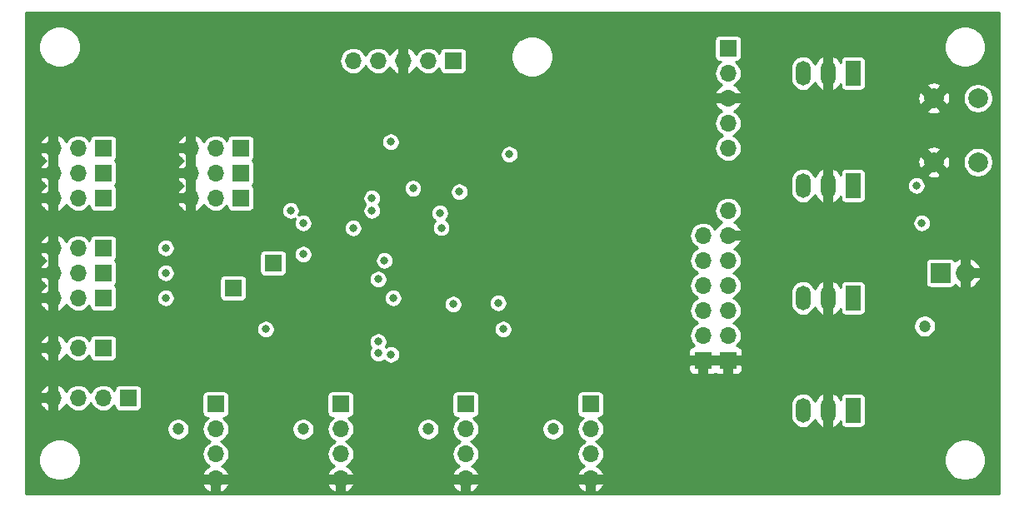
<source format=gbr>
G04 #@! TF.GenerationSoftware,KiCad,Pcbnew,(5.1.4)-1*
G04 #@! TF.CreationDate,2020-02-29T10:59:18+01:00*
G04 #@! TF.ProjectId,stm32_board,73746d33-325f-4626-9f61-72642e6b6963,rev?*
G04 #@! TF.SameCoordinates,Original*
G04 #@! TF.FileFunction,Copper,L2,Inr*
G04 #@! TF.FilePolarity,Positive*
%FSLAX46Y46*%
G04 Gerber Fmt 4.6, Leading zero omitted, Abs format (unit mm)*
G04 Created by KiCad (PCBNEW (5.1.4)-1) date 2020-02-29 10:59:18*
%MOMM*%
%LPD*%
G04 APERTURE LIST*
%ADD10O,1.700000X1.700000*%
%ADD11R,1.700000X1.700000*%
%ADD12R,2.000000X2.000000*%
%ADD13O,2.000000X2.000000*%
%ADD14C,2.000000*%
%ADD15O,1.500000X2.500000*%
%ADD16R,1.500000X2.500000*%
%ADD17C,1.200000*%
%ADD18C,0.800000*%
%ADD19C,0.254000*%
G04 APERTURE END LIST*
D10*
X53340000Y-114300000D03*
X55880000Y-114300000D03*
D11*
X58420000Y-114300000D03*
X58420000Y-116840000D03*
D10*
X55880000Y-116840000D03*
X53340000Y-116840000D03*
X53340000Y-119380000D03*
X55880000Y-119380000D03*
D11*
X58420000Y-119380000D03*
X58420000Y-124460000D03*
D10*
X55880000Y-124460000D03*
X53340000Y-124460000D03*
X53340000Y-127000000D03*
X55880000Y-127000000D03*
D11*
X58420000Y-127000000D03*
X58420000Y-129540000D03*
D10*
X55880000Y-129540000D03*
X53340000Y-129540000D03*
D11*
X58420000Y-134620000D03*
D10*
X55880000Y-134620000D03*
X53340000Y-134620000D03*
X67310000Y-114300000D03*
X69850000Y-114300000D03*
D11*
X72390000Y-114300000D03*
X72390000Y-116840000D03*
D10*
X69850000Y-116840000D03*
X67310000Y-116840000D03*
X67310000Y-119380000D03*
X69850000Y-119380000D03*
D11*
X72390000Y-119380000D03*
D10*
X121920000Y-114300000D03*
X121920000Y-111760000D03*
X121920000Y-109220000D03*
X121920000Y-106680000D03*
D11*
X121920000Y-104140000D03*
X93980000Y-105410000D03*
D10*
X91440000Y-105410000D03*
X88900000Y-105410000D03*
X86360000Y-105410000D03*
X83820000Y-105410000D03*
D12*
X143510000Y-127000000D03*
D13*
X146050000Y-127000000D03*
D11*
X119380000Y-135890000D03*
D10*
X119380000Y-133350000D03*
X119380000Y-130810000D03*
X119380000Y-128270000D03*
X119380000Y-125730000D03*
X119380000Y-123190000D03*
D11*
X121920000Y-135890000D03*
D10*
X121920000Y-133350000D03*
X121920000Y-130810000D03*
X121920000Y-128270000D03*
X121920000Y-125730000D03*
X121920000Y-123190000D03*
X121920000Y-120650000D03*
D14*
X142820000Y-109220000D03*
X147320000Y-109220000D03*
X142820000Y-115720000D03*
X147320000Y-115720000D03*
D15*
X129540000Y-129540000D03*
X132080000Y-129540000D03*
D16*
X134620000Y-129540000D03*
X134620000Y-140970000D03*
D15*
X132080000Y-140970000D03*
X129540000Y-140970000D03*
X129540000Y-118110000D03*
X132080000Y-118110000D03*
D16*
X134620000Y-118110000D03*
X134620000Y-106680000D03*
D15*
X132080000Y-106680000D03*
X129540000Y-106680000D03*
D11*
X69850000Y-140335000D03*
D10*
X69850000Y-142875000D03*
X69850000Y-145415000D03*
X69850000Y-147955000D03*
X82550000Y-147955000D03*
X82550000Y-145415000D03*
X82550000Y-142875000D03*
D11*
X82550000Y-140335000D03*
X107950000Y-140335000D03*
D10*
X107950000Y-142875000D03*
X107950000Y-145415000D03*
X107950000Y-147955000D03*
X95250000Y-147955000D03*
X95250000Y-145415000D03*
X95250000Y-142875000D03*
D11*
X95250000Y-140335000D03*
X60960000Y-139700000D03*
D10*
X58420000Y-139700000D03*
X55880000Y-139700000D03*
X53340000Y-139700000D03*
D11*
X75692000Y-125984000D03*
X71628000Y-128524000D03*
D17*
X73660000Y-142875000D03*
X60960000Y-142875000D03*
X86360000Y-142875000D03*
X99060000Y-142875000D03*
D18*
X148590000Y-119380000D03*
X148590000Y-121920000D03*
X148590000Y-124460000D03*
X101600000Y-114935000D03*
X77470000Y-116840000D03*
X99060000Y-134620000D03*
X102870000Y-118110000D03*
X101600000Y-119380000D03*
X100330000Y-136525000D03*
X74930000Y-130810000D03*
X102616000Y-130048000D03*
X129540000Y-123952000D03*
X88265000Y-118364000D03*
X91440000Y-118364000D03*
X74930000Y-129540000D03*
D17*
X146558000Y-138938000D03*
D18*
X87630000Y-113665000D03*
D17*
X141905000Y-132415000D03*
D18*
X141605000Y-121920000D03*
X83820014Y-122428000D03*
X99695000Y-114935000D03*
X85725000Y-119380000D03*
X85725000Y-120650000D03*
X77470000Y-120650000D03*
X99060000Y-132715000D03*
X141060010Y-118110000D03*
X74930000Y-132715000D03*
X98552000Y-130048000D03*
X92637885Y-120904020D03*
X89900003Y-118379997D03*
X78740000Y-121920000D03*
X78740000Y-125095000D03*
X93980000Y-130175000D03*
X94614994Y-118745000D03*
X92778472Y-122402081D03*
X86360000Y-127635000D03*
X86995000Y-125730006D03*
X64770000Y-124460000D03*
X86360000Y-133985000D03*
X64770000Y-127000000D03*
X86360000Y-135164990D03*
X64770000Y-129540000D03*
X87654527Y-135276337D03*
D17*
X78740000Y-142875000D03*
X66040000Y-142875000D03*
X91440000Y-142875000D03*
X104140000Y-142875000D03*
D18*
X87884000Y-129540000D03*
D19*
G36*
X149448001Y-149448000D02*
G01*
X50552000Y-149448000D01*
X50552000Y-148548265D01*
X68488655Y-148548265D01*
X68600385Y-148757328D01*
X68780922Y-148985699D01*
X69002543Y-149174461D01*
X69256732Y-149316360D01*
X69477000Y-149233657D01*
X69477000Y-148328000D01*
X70223000Y-148328000D01*
X70223000Y-149233657D01*
X70443268Y-149316360D01*
X70697457Y-149174461D01*
X70919078Y-148985699D01*
X71099615Y-148757328D01*
X71211345Y-148548265D01*
X81188655Y-148548265D01*
X81300385Y-148757328D01*
X81480922Y-148985699D01*
X81702543Y-149174461D01*
X81956732Y-149316360D01*
X82177000Y-149233657D01*
X82177000Y-148328000D01*
X82923000Y-148328000D01*
X82923000Y-149233657D01*
X83143268Y-149316360D01*
X83397457Y-149174461D01*
X83619078Y-148985699D01*
X83799615Y-148757328D01*
X83911345Y-148548265D01*
X93888655Y-148548265D01*
X94000385Y-148757328D01*
X94180922Y-148985699D01*
X94402543Y-149174461D01*
X94656732Y-149316360D01*
X94877000Y-149233657D01*
X94877000Y-148328000D01*
X95623000Y-148328000D01*
X95623000Y-149233657D01*
X95843268Y-149316360D01*
X96097457Y-149174461D01*
X96319078Y-148985699D01*
X96499615Y-148757328D01*
X96611345Y-148548265D01*
X106588655Y-148548265D01*
X106700385Y-148757328D01*
X106880922Y-148985699D01*
X107102543Y-149174461D01*
X107356732Y-149316360D01*
X107577000Y-149233657D01*
X107577000Y-148328000D01*
X108323000Y-148328000D01*
X108323000Y-149233657D01*
X108543268Y-149316360D01*
X108797457Y-149174461D01*
X109019078Y-148985699D01*
X109199615Y-148757328D01*
X109311345Y-148548265D01*
X109222718Y-148328000D01*
X108323000Y-148328000D01*
X107577000Y-148328000D01*
X106677282Y-148328000D01*
X106588655Y-148548265D01*
X96611345Y-148548265D01*
X96522718Y-148328000D01*
X95623000Y-148328000D01*
X94877000Y-148328000D01*
X93977282Y-148328000D01*
X93888655Y-148548265D01*
X83911345Y-148548265D01*
X83822718Y-148328000D01*
X82923000Y-148328000D01*
X82177000Y-148328000D01*
X81277282Y-148328000D01*
X81188655Y-148548265D01*
X71211345Y-148548265D01*
X71122718Y-148328000D01*
X70223000Y-148328000D01*
X69477000Y-148328000D01*
X68577282Y-148328000D01*
X68488655Y-148548265D01*
X50552000Y-148548265D01*
X50552000Y-145790509D01*
X51873000Y-145790509D01*
X51873000Y-146209491D01*
X51954739Y-146620423D01*
X52115077Y-147007512D01*
X52347851Y-147355884D01*
X52644116Y-147652149D01*
X52992488Y-147884923D01*
X53379577Y-148045261D01*
X53790509Y-148127000D01*
X54209491Y-148127000D01*
X54620423Y-148045261D01*
X55007512Y-147884923D01*
X55355884Y-147652149D01*
X55652149Y-147355884D01*
X55884923Y-147007512D01*
X56045261Y-146620423D01*
X56127000Y-146209491D01*
X56127000Y-145790509D01*
X56045261Y-145379577D01*
X55884923Y-144992488D01*
X55652149Y-144644116D01*
X55355884Y-144347851D01*
X55007512Y-144115077D01*
X54620423Y-143954739D01*
X54209491Y-143873000D01*
X53790509Y-143873000D01*
X53379577Y-143954739D01*
X52992488Y-144115077D01*
X52644116Y-144347851D01*
X52347851Y-144644116D01*
X52115077Y-144992488D01*
X51954739Y-145379577D01*
X51873000Y-145790509D01*
X50552000Y-145790509D01*
X50552000Y-142764000D01*
X64913000Y-142764000D01*
X64913000Y-142986000D01*
X64956310Y-143203734D01*
X65041266Y-143408835D01*
X65164602Y-143593421D01*
X65321579Y-143750398D01*
X65506165Y-143873734D01*
X65711266Y-143958690D01*
X65929000Y-144002000D01*
X66151000Y-144002000D01*
X66368734Y-143958690D01*
X66573835Y-143873734D01*
X66758421Y-143750398D01*
X66915398Y-143593421D01*
X67038734Y-143408835D01*
X67123690Y-143203734D01*
X67167000Y-142986000D01*
X67167000Y-142875000D01*
X68466338Y-142875000D01*
X68492925Y-143144939D01*
X68571663Y-143404505D01*
X68699527Y-143643721D01*
X68871603Y-143853397D01*
X69081279Y-144025473D01*
X69304898Y-144145000D01*
X69081279Y-144264527D01*
X68871603Y-144436603D01*
X68699527Y-144646279D01*
X68571663Y-144885495D01*
X68492925Y-145145061D01*
X68466338Y-145415000D01*
X68492925Y-145684939D01*
X68571663Y-145944505D01*
X68699527Y-146183721D01*
X68871603Y-146393397D01*
X69081279Y-146565473D01*
X69196687Y-146627160D01*
X69002543Y-146735539D01*
X68780922Y-146924301D01*
X68600385Y-147152672D01*
X68488655Y-147361735D01*
X68577282Y-147582000D01*
X69477000Y-147582000D01*
X69477000Y-147562000D01*
X70223000Y-147562000D01*
X70223000Y-147582000D01*
X71122718Y-147582000D01*
X71211345Y-147361735D01*
X71099615Y-147152672D01*
X70919078Y-146924301D01*
X70697457Y-146735539D01*
X70503313Y-146627160D01*
X70618721Y-146565473D01*
X70828397Y-146393397D01*
X71000473Y-146183721D01*
X71128337Y-145944505D01*
X71207075Y-145684939D01*
X71233662Y-145415000D01*
X71207075Y-145145061D01*
X71128337Y-144885495D01*
X71000473Y-144646279D01*
X70828397Y-144436603D01*
X70618721Y-144264527D01*
X70395102Y-144145000D01*
X70618721Y-144025473D01*
X70828397Y-143853397D01*
X71000473Y-143643721D01*
X71128337Y-143404505D01*
X71207075Y-143144939D01*
X71233662Y-142875000D01*
X71222730Y-142764000D01*
X77613000Y-142764000D01*
X77613000Y-142986000D01*
X77656310Y-143203734D01*
X77741266Y-143408835D01*
X77864602Y-143593421D01*
X78021579Y-143750398D01*
X78206165Y-143873734D01*
X78411266Y-143958690D01*
X78629000Y-144002000D01*
X78851000Y-144002000D01*
X79068734Y-143958690D01*
X79273835Y-143873734D01*
X79458421Y-143750398D01*
X79615398Y-143593421D01*
X79738734Y-143408835D01*
X79823690Y-143203734D01*
X79867000Y-142986000D01*
X79867000Y-142875000D01*
X81166338Y-142875000D01*
X81192925Y-143144939D01*
X81271663Y-143404505D01*
X81399527Y-143643721D01*
X81571603Y-143853397D01*
X81781279Y-144025473D01*
X82004898Y-144145000D01*
X81781279Y-144264527D01*
X81571603Y-144436603D01*
X81399527Y-144646279D01*
X81271663Y-144885495D01*
X81192925Y-145145061D01*
X81166338Y-145415000D01*
X81192925Y-145684939D01*
X81271663Y-145944505D01*
X81399527Y-146183721D01*
X81571603Y-146393397D01*
X81781279Y-146565473D01*
X81896687Y-146627160D01*
X81702543Y-146735539D01*
X81480922Y-146924301D01*
X81300385Y-147152672D01*
X81188655Y-147361735D01*
X81277282Y-147582000D01*
X82177000Y-147582000D01*
X82177000Y-147562000D01*
X82923000Y-147562000D01*
X82923000Y-147582000D01*
X83822718Y-147582000D01*
X83911345Y-147361735D01*
X83799615Y-147152672D01*
X83619078Y-146924301D01*
X83397457Y-146735539D01*
X83203313Y-146627160D01*
X83318721Y-146565473D01*
X83528397Y-146393397D01*
X83700473Y-146183721D01*
X83828337Y-145944505D01*
X83907075Y-145684939D01*
X83933662Y-145415000D01*
X83907075Y-145145061D01*
X83828337Y-144885495D01*
X83700473Y-144646279D01*
X83528397Y-144436603D01*
X83318721Y-144264527D01*
X83095102Y-144145000D01*
X83318721Y-144025473D01*
X83528397Y-143853397D01*
X83700473Y-143643721D01*
X83828337Y-143404505D01*
X83907075Y-143144939D01*
X83933662Y-142875000D01*
X83922730Y-142764000D01*
X90313000Y-142764000D01*
X90313000Y-142986000D01*
X90356310Y-143203734D01*
X90441266Y-143408835D01*
X90564602Y-143593421D01*
X90721579Y-143750398D01*
X90906165Y-143873734D01*
X91111266Y-143958690D01*
X91329000Y-144002000D01*
X91551000Y-144002000D01*
X91768734Y-143958690D01*
X91973835Y-143873734D01*
X92158421Y-143750398D01*
X92315398Y-143593421D01*
X92438734Y-143408835D01*
X92523690Y-143203734D01*
X92567000Y-142986000D01*
X92567000Y-142875000D01*
X93866338Y-142875000D01*
X93892925Y-143144939D01*
X93971663Y-143404505D01*
X94099527Y-143643721D01*
X94271603Y-143853397D01*
X94481279Y-144025473D01*
X94704898Y-144145000D01*
X94481279Y-144264527D01*
X94271603Y-144436603D01*
X94099527Y-144646279D01*
X93971663Y-144885495D01*
X93892925Y-145145061D01*
X93866338Y-145415000D01*
X93892925Y-145684939D01*
X93971663Y-145944505D01*
X94099527Y-146183721D01*
X94271603Y-146393397D01*
X94481279Y-146565473D01*
X94596687Y-146627160D01*
X94402543Y-146735539D01*
X94180922Y-146924301D01*
X94000385Y-147152672D01*
X93888655Y-147361735D01*
X93977282Y-147582000D01*
X94877000Y-147582000D01*
X94877000Y-147562000D01*
X95623000Y-147562000D01*
X95623000Y-147582000D01*
X96522718Y-147582000D01*
X96611345Y-147361735D01*
X96499615Y-147152672D01*
X96319078Y-146924301D01*
X96097457Y-146735539D01*
X95903313Y-146627160D01*
X96018721Y-146565473D01*
X96228397Y-146393397D01*
X96400473Y-146183721D01*
X96528337Y-145944505D01*
X96607075Y-145684939D01*
X96633662Y-145415000D01*
X96607075Y-145145061D01*
X96528337Y-144885495D01*
X96400473Y-144646279D01*
X96228397Y-144436603D01*
X96018721Y-144264527D01*
X95795102Y-144145000D01*
X96018721Y-144025473D01*
X96228397Y-143853397D01*
X96400473Y-143643721D01*
X96528337Y-143404505D01*
X96607075Y-143144939D01*
X96633662Y-142875000D01*
X96622730Y-142764000D01*
X103013000Y-142764000D01*
X103013000Y-142986000D01*
X103056310Y-143203734D01*
X103141266Y-143408835D01*
X103264602Y-143593421D01*
X103421579Y-143750398D01*
X103606165Y-143873734D01*
X103811266Y-143958690D01*
X104029000Y-144002000D01*
X104251000Y-144002000D01*
X104468734Y-143958690D01*
X104673835Y-143873734D01*
X104858421Y-143750398D01*
X105015398Y-143593421D01*
X105138734Y-143408835D01*
X105223690Y-143203734D01*
X105267000Y-142986000D01*
X105267000Y-142875000D01*
X106566338Y-142875000D01*
X106592925Y-143144939D01*
X106671663Y-143404505D01*
X106799527Y-143643721D01*
X106971603Y-143853397D01*
X107181279Y-144025473D01*
X107404898Y-144145000D01*
X107181279Y-144264527D01*
X106971603Y-144436603D01*
X106799527Y-144646279D01*
X106671663Y-144885495D01*
X106592925Y-145145061D01*
X106566338Y-145415000D01*
X106592925Y-145684939D01*
X106671663Y-145944505D01*
X106799527Y-146183721D01*
X106971603Y-146393397D01*
X107181279Y-146565473D01*
X107296687Y-146627160D01*
X107102543Y-146735539D01*
X106880922Y-146924301D01*
X106700385Y-147152672D01*
X106588655Y-147361735D01*
X106677282Y-147582000D01*
X107577000Y-147582000D01*
X107577000Y-147562000D01*
X108323000Y-147562000D01*
X108323000Y-147582000D01*
X109222718Y-147582000D01*
X109311345Y-147361735D01*
X109199615Y-147152672D01*
X109019078Y-146924301D01*
X108797457Y-146735539D01*
X108603313Y-146627160D01*
X108718721Y-146565473D01*
X108928397Y-146393397D01*
X109100473Y-146183721D01*
X109228337Y-145944505D01*
X109275050Y-145790509D01*
X143873000Y-145790509D01*
X143873000Y-146209491D01*
X143954739Y-146620423D01*
X144115077Y-147007512D01*
X144347851Y-147355884D01*
X144644116Y-147652149D01*
X144992488Y-147884923D01*
X145379577Y-148045261D01*
X145790509Y-148127000D01*
X146209491Y-148127000D01*
X146620423Y-148045261D01*
X147007512Y-147884923D01*
X147355884Y-147652149D01*
X147652149Y-147355884D01*
X147884923Y-147007512D01*
X148045261Y-146620423D01*
X148127000Y-146209491D01*
X148127000Y-145790509D01*
X148045261Y-145379577D01*
X147884923Y-144992488D01*
X147652149Y-144644116D01*
X147355884Y-144347851D01*
X147007512Y-144115077D01*
X146620423Y-143954739D01*
X146209491Y-143873000D01*
X145790509Y-143873000D01*
X145379577Y-143954739D01*
X144992488Y-144115077D01*
X144644116Y-144347851D01*
X144347851Y-144644116D01*
X144115077Y-144992488D01*
X143954739Y-145379577D01*
X143873000Y-145790509D01*
X109275050Y-145790509D01*
X109307075Y-145684939D01*
X109333662Y-145415000D01*
X109307075Y-145145061D01*
X109228337Y-144885495D01*
X109100473Y-144646279D01*
X108928397Y-144436603D01*
X108718721Y-144264527D01*
X108495102Y-144145000D01*
X108718721Y-144025473D01*
X108928397Y-143853397D01*
X109100473Y-143643721D01*
X109228337Y-143404505D01*
X109307075Y-143144939D01*
X109333662Y-142875000D01*
X109307075Y-142605061D01*
X109228337Y-142345495D01*
X109100473Y-142106279D01*
X108928397Y-141896603D01*
X108718721Y-141724527D01*
X108700054Y-141714549D01*
X108800000Y-141714549D01*
X108903310Y-141704374D01*
X109002650Y-141674239D01*
X109094202Y-141625304D01*
X109174448Y-141559448D01*
X109240304Y-141479202D01*
X109289239Y-141387650D01*
X109319374Y-141288310D01*
X109329549Y-141185000D01*
X109329549Y-140407274D01*
X128263000Y-140407274D01*
X128263000Y-141532725D01*
X128281478Y-141720335D01*
X128354498Y-141961050D01*
X128473076Y-142182895D01*
X128632656Y-142377344D01*
X128827104Y-142536924D01*
X129048949Y-142655502D01*
X129289664Y-142728522D01*
X129540000Y-142753178D01*
X129790335Y-142728522D01*
X130031050Y-142655502D01*
X130252895Y-142536924D01*
X130447344Y-142377344D01*
X130606924Y-142182896D01*
X130725502Y-141961051D01*
X130744391Y-141898783D01*
X130818249Y-142094253D01*
X130964279Y-142328414D01*
X131153186Y-142529586D01*
X131377709Y-142690039D01*
X131502936Y-142729056D01*
X131707000Y-142638144D01*
X131707000Y-141343000D01*
X131687000Y-141343000D01*
X131687000Y-140597000D01*
X131707000Y-140597000D01*
X131707000Y-139301856D01*
X132453000Y-139301856D01*
X132453000Y-140597000D01*
X132473000Y-140597000D01*
X132473000Y-141343000D01*
X132453000Y-141343000D01*
X132453000Y-142638144D01*
X132657064Y-142729056D01*
X132782291Y-142690039D01*
X133006814Y-142529586D01*
X133195721Y-142328414D01*
X133340451Y-142096338D01*
X133340451Y-142220000D01*
X133350626Y-142323310D01*
X133380761Y-142422650D01*
X133429696Y-142514202D01*
X133495552Y-142594448D01*
X133575798Y-142660304D01*
X133667350Y-142709239D01*
X133766690Y-142739374D01*
X133870000Y-142749549D01*
X135370000Y-142749549D01*
X135473310Y-142739374D01*
X135572650Y-142709239D01*
X135664202Y-142660304D01*
X135744448Y-142594448D01*
X135810304Y-142514202D01*
X135859239Y-142422650D01*
X135889374Y-142323310D01*
X135899549Y-142220000D01*
X135899549Y-139720000D01*
X135889374Y-139616690D01*
X135859239Y-139517350D01*
X135810304Y-139425798D01*
X135744448Y-139345552D01*
X135664202Y-139279696D01*
X135572650Y-139230761D01*
X135473310Y-139200626D01*
X135370000Y-139190451D01*
X133870000Y-139190451D01*
X133766690Y-139200626D01*
X133667350Y-139230761D01*
X133575798Y-139279696D01*
X133495552Y-139345552D01*
X133429696Y-139425798D01*
X133380761Y-139517350D01*
X133350626Y-139616690D01*
X133340451Y-139720000D01*
X133340451Y-139843662D01*
X133195721Y-139611586D01*
X133006814Y-139410414D01*
X132782291Y-139249961D01*
X132657064Y-139210944D01*
X132453000Y-139301856D01*
X131707000Y-139301856D01*
X131502936Y-139210944D01*
X131377709Y-139249961D01*
X131153186Y-139410414D01*
X130964279Y-139611586D01*
X130818249Y-139845747D01*
X130744391Y-140041217D01*
X130725502Y-139978949D01*
X130606924Y-139757104D01*
X130447344Y-139562656D01*
X130252896Y-139403076D01*
X130031051Y-139284498D01*
X129790336Y-139211478D01*
X129540000Y-139186822D01*
X129289665Y-139211478D01*
X129048950Y-139284498D01*
X128827105Y-139403076D01*
X128632657Y-139562656D01*
X128473076Y-139757104D01*
X128354498Y-139978949D01*
X128281478Y-140219664D01*
X128263000Y-140407274D01*
X109329549Y-140407274D01*
X109329549Y-139485000D01*
X109319374Y-139381690D01*
X109289239Y-139282350D01*
X109240304Y-139190798D01*
X109174448Y-139110552D01*
X109094202Y-139044696D01*
X109002650Y-138995761D01*
X108903310Y-138965626D01*
X108800000Y-138955451D01*
X107100000Y-138955451D01*
X106996690Y-138965626D01*
X106897350Y-138995761D01*
X106805798Y-139044696D01*
X106725552Y-139110552D01*
X106659696Y-139190798D01*
X106610761Y-139282350D01*
X106580626Y-139381690D01*
X106570451Y-139485000D01*
X106570451Y-141185000D01*
X106580626Y-141288310D01*
X106610761Y-141387650D01*
X106659696Y-141479202D01*
X106725552Y-141559448D01*
X106805798Y-141625304D01*
X106897350Y-141674239D01*
X106996690Y-141704374D01*
X107100000Y-141714549D01*
X107199946Y-141714549D01*
X107181279Y-141724527D01*
X106971603Y-141896603D01*
X106799527Y-142106279D01*
X106671663Y-142345495D01*
X106592925Y-142605061D01*
X106566338Y-142875000D01*
X105267000Y-142875000D01*
X105267000Y-142764000D01*
X105223690Y-142546266D01*
X105138734Y-142341165D01*
X105015398Y-142156579D01*
X104858421Y-141999602D01*
X104673835Y-141876266D01*
X104468734Y-141791310D01*
X104251000Y-141748000D01*
X104029000Y-141748000D01*
X103811266Y-141791310D01*
X103606165Y-141876266D01*
X103421579Y-141999602D01*
X103264602Y-142156579D01*
X103141266Y-142341165D01*
X103056310Y-142546266D01*
X103013000Y-142764000D01*
X96622730Y-142764000D01*
X96607075Y-142605061D01*
X96528337Y-142345495D01*
X96400473Y-142106279D01*
X96228397Y-141896603D01*
X96018721Y-141724527D01*
X96000054Y-141714549D01*
X96100000Y-141714549D01*
X96203310Y-141704374D01*
X96302650Y-141674239D01*
X96394202Y-141625304D01*
X96474448Y-141559448D01*
X96540304Y-141479202D01*
X96589239Y-141387650D01*
X96619374Y-141288310D01*
X96629549Y-141185000D01*
X96629549Y-139485000D01*
X96619374Y-139381690D01*
X96589239Y-139282350D01*
X96540304Y-139190798D01*
X96474448Y-139110552D01*
X96394202Y-139044696D01*
X96302650Y-138995761D01*
X96203310Y-138965626D01*
X96100000Y-138955451D01*
X94400000Y-138955451D01*
X94296690Y-138965626D01*
X94197350Y-138995761D01*
X94105798Y-139044696D01*
X94025552Y-139110552D01*
X93959696Y-139190798D01*
X93910761Y-139282350D01*
X93880626Y-139381690D01*
X93870451Y-139485000D01*
X93870451Y-141185000D01*
X93880626Y-141288310D01*
X93910761Y-141387650D01*
X93959696Y-141479202D01*
X94025552Y-141559448D01*
X94105798Y-141625304D01*
X94197350Y-141674239D01*
X94296690Y-141704374D01*
X94400000Y-141714549D01*
X94499946Y-141714549D01*
X94481279Y-141724527D01*
X94271603Y-141896603D01*
X94099527Y-142106279D01*
X93971663Y-142345495D01*
X93892925Y-142605061D01*
X93866338Y-142875000D01*
X92567000Y-142875000D01*
X92567000Y-142764000D01*
X92523690Y-142546266D01*
X92438734Y-142341165D01*
X92315398Y-142156579D01*
X92158421Y-141999602D01*
X91973835Y-141876266D01*
X91768734Y-141791310D01*
X91551000Y-141748000D01*
X91329000Y-141748000D01*
X91111266Y-141791310D01*
X90906165Y-141876266D01*
X90721579Y-141999602D01*
X90564602Y-142156579D01*
X90441266Y-142341165D01*
X90356310Y-142546266D01*
X90313000Y-142764000D01*
X83922730Y-142764000D01*
X83907075Y-142605061D01*
X83828337Y-142345495D01*
X83700473Y-142106279D01*
X83528397Y-141896603D01*
X83318721Y-141724527D01*
X83300054Y-141714549D01*
X83400000Y-141714549D01*
X83503310Y-141704374D01*
X83602650Y-141674239D01*
X83694202Y-141625304D01*
X83774448Y-141559448D01*
X83840304Y-141479202D01*
X83889239Y-141387650D01*
X83919374Y-141288310D01*
X83929549Y-141185000D01*
X83929549Y-139485000D01*
X83919374Y-139381690D01*
X83889239Y-139282350D01*
X83840304Y-139190798D01*
X83774448Y-139110552D01*
X83694202Y-139044696D01*
X83602650Y-138995761D01*
X83503310Y-138965626D01*
X83400000Y-138955451D01*
X81700000Y-138955451D01*
X81596690Y-138965626D01*
X81497350Y-138995761D01*
X81405798Y-139044696D01*
X81325552Y-139110552D01*
X81259696Y-139190798D01*
X81210761Y-139282350D01*
X81180626Y-139381690D01*
X81170451Y-139485000D01*
X81170451Y-141185000D01*
X81180626Y-141288310D01*
X81210761Y-141387650D01*
X81259696Y-141479202D01*
X81325552Y-141559448D01*
X81405798Y-141625304D01*
X81497350Y-141674239D01*
X81596690Y-141704374D01*
X81700000Y-141714549D01*
X81799946Y-141714549D01*
X81781279Y-141724527D01*
X81571603Y-141896603D01*
X81399527Y-142106279D01*
X81271663Y-142345495D01*
X81192925Y-142605061D01*
X81166338Y-142875000D01*
X79867000Y-142875000D01*
X79867000Y-142764000D01*
X79823690Y-142546266D01*
X79738734Y-142341165D01*
X79615398Y-142156579D01*
X79458421Y-141999602D01*
X79273835Y-141876266D01*
X79068734Y-141791310D01*
X78851000Y-141748000D01*
X78629000Y-141748000D01*
X78411266Y-141791310D01*
X78206165Y-141876266D01*
X78021579Y-141999602D01*
X77864602Y-142156579D01*
X77741266Y-142341165D01*
X77656310Y-142546266D01*
X77613000Y-142764000D01*
X71222730Y-142764000D01*
X71207075Y-142605061D01*
X71128337Y-142345495D01*
X71000473Y-142106279D01*
X70828397Y-141896603D01*
X70618721Y-141724527D01*
X70600054Y-141714549D01*
X70700000Y-141714549D01*
X70803310Y-141704374D01*
X70902650Y-141674239D01*
X70994202Y-141625304D01*
X71074448Y-141559448D01*
X71140304Y-141479202D01*
X71189239Y-141387650D01*
X71219374Y-141288310D01*
X71229549Y-141185000D01*
X71229549Y-139485000D01*
X71219374Y-139381690D01*
X71189239Y-139282350D01*
X71140304Y-139190798D01*
X71074448Y-139110552D01*
X70994202Y-139044696D01*
X70902650Y-138995761D01*
X70803310Y-138965626D01*
X70700000Y-138955451D01*
X69000000Y-138955451D01*
X68896690Y-138965626D01*
X68797350Y-138995761D01*
X68705798Y-139044696D01*
X68625552Y-139110552D01*
X68559696Y-139190798D01*
X68510761Y-139282350D01*
X68480626Y-139381690D01*
X68470451Y-139485000D01*
X68470451Y-141185000D01*
X68480626Y-141288310D01*
X68510761Y-141387650D01*
X68559696Y-141479202D01*
X68625552Y-141559448D01*
X68705798Y-141625304D01*
X68797350Y-141674239D01*
X68896690Y-141704374D01*
X69000000Y-141714549D01*
X69099946Y-141714549D01*
X69081279Y-141724527D01*
X68871603Y-141896603D01*
X68699527Y-142106279D01*
X68571663Y-142345495D01*
X68492925Y-142605061D01*
X68466338Y-142875000D01*
X67167000Y-142875000D01*
X67167000Y-142764000D01*
X67123690Y-142546266D01*
X67038734Y-142341165D01*
X66915398Y-142156579D01*
X66758421Y-141999602D01*
X66573835Y-141876266D01*
X66368734Y-141791310D01*
X66151000Y-141748000D01*
X65929000Y-141748000D01*
X65711266Y-141791310D01*
X65506165Y-141876266D01*
X65321579Y-141999602D01*
X65164602Y-142156579D01*
X65041266Y-142341165D01*
X64956310Y-142546266D01*
X64913000Y-142764000D01*
X50552000Y-142764000D01*
X50552000Y-140293268D01*
X51978640Y-140293268D01*
X52120539Y-140547457D01*
X52309301Y-140769078D01*
X52537672Y-140949615D01*
X52746735Y-141061345D01*
X52967000Y-140972718D01*
X52967000Y-140073000D01*
X52061343Y-140073000D01*
X51978640Y-140293268D01*
X50552000Y-140293268D01*
X50552000Y-139106732D01*
X51978640Y-139106732D01*
X52061343Y-139327000D01*
X52967000Y-139327000D01*
X52967000Y-138427282D01*
X53713000Y-138427282D01*
X53713000Y-139327000D01*
X53733000Y-139327000D01*
X53733000Y-140073000D01*
X53713000Y-140073000D01*
X53713000Y-140972718D01*
X53933265Y-141061345D01*
X54142328Y-140949615D01*
X54370699Y-140769078D01*
X54559461Y-140547457D01*
X54667840Y-140353313D01*
X54729527Y-140468721D01*
X54901603Y-140678397D01*
X55111279Y-140850473D01*
X55350495Y-140978337D01*
X55610061Y-141057075D01*
X55812360Y-141077000D01*
X55947640Y-141077000D01*
X56149939Y-141057075D01*
X56409505Y-140978337D01*
X56648721Y-140850473D01*
X56858397Y-140678397D01*
X57030473Y-140468721D01*
X57150000Y-140245102D01*
X57269527Y-140468721D01*
X57441603Y-140678397D01*
X57651279Y-140850473D01*
X57890495Y-140978337D01*
X58150061Y-141057075D01*
X58352360Y-141077000D01*
X58487640Y-141077000D01*
X58689939Y-141057075D01*
X58949505Y-140978337D01*
X59188721Y-140850473D01*
X59398397Y-140678397D01*
X59570473Y-140468721D01*
X59580451Y-140450054D01*
X59580451Y-140550000D01*
X59590626Y-140653310D01*
X59620761Y-140752650D01*
X59669696Y-140844202D01*
X59735552Y-140924448D01*
X59815798Y-140990304D01*
X59907350Y-141039239D01*
X60006690Y-141069374D01*
X60110000Y-141079549D01*
X61810000Y-141079549D01*
X61913310Y-141069374D01*
X62012650Y-141039239D01*
X62104202Y-140990304D01*
X62184448Y-140924448D01*
X62250304Y-140844202D01*
X62299239Y-140752650D01*
X62329374Y-140653310D01*
X62339549Y-140550000D01*
X62339549Y-138850000D01*
X62329374Y-138746690D01*
X62299239Y-138647350D01*
X62250304Y-138555798D01*
X62184448Y-138475552D01*
X62104202Y-138409696D01*
X62012650Y-138360761D01*
X61913310Y-138330626D01*
X61810000Y-138320451D01*
X60110000Y-138320451D01*
X60006690Y-138330626D01*
X59907350Y-138360761D01*
X59815798Y-138409696D01*
X59735552Y-138475552D01*
X59669696Y-138555798D01*
X59620761Y-138647350D01*
X59590626Y-138746690D01*
X59580451Y-138850000D01*
X59580451Y-138949946D01*
X59570473Y-138931279D01*
X59398397Y-138721603D01*
X59188721Y-138549527D01*
X58949505Y-138421663D01*
X58689939Y-138342925D01*
X58487640Y-138323000D01*
X58352360Y-138323000D01*
X58150061Y-138342925D01*
X57890495Y-138421663D01*
X57651279Y-138549527D01*
X57441603Y-138721603D01*
X57269527Y-138931279D01*
X57150000Y-139154898D01*
X57030473Y-138931279D01*
X56858397Y-138721603D01*
X56648721Y-138549527D01*
X56409505Y-138421663D01*
X56149939Y-138342925D01*
X55947640Y-138323000D01*
X55812360Y-138323000D01*
X55610061Y-138342925D01*
X55350495Y-138421663D01*
X55111279Y-138549527D01*
X54901603Y-138721603D01*
X54729527Y-138931279D01*
X54667840Y-139046687D01*
X54559461Y-138852543D01*
X54370699Y-138630922D01*
X54142328Y-138450385D01*
X53933265Y-138338655D01*
X53713000Y-138427282D01*
X52967000Y-138427282D01*
X52746735Y-138338655D01*
X52537672Y-138450385D01*
X52309301Y-138630922D01*
X52120539Y-138852543D01*
X51978640Y-139106732D01*
X50552000Y-139106732D01*
X50552000Y-136740000D01*
X117891928Y-136740000D01*
X117904188Y-136864482D01*
X117940498Y-136984180D01*
X117999463Y-137094494D01*
X118078815Y-137191185D01*
X118175506Y-137270537D01*
X118285820Y-137329502D01*
X118405518Y-137365812D01*
X118530000Y-137378072D01*
X118848250Y-137375000D01*
X119007000Y-137216250D01*
X119007000Y-136263000D01*
X119753000Y-136263000D01*
X119753000Y-137216250D01*
X119911750Y-137375000D01*
X120230000Y-137378072D01*
X120354482Y-137365812D01*
X120474180Y-137329502D01*
X120584494Y-137270537D01*
X120650000Y-137216778D01*
X120715506Y-137270537D01*
X120825820Y-137329502D01*
X120945518Y-137365812D01*
X121070000Y-137378072D01*
X121388250Y-137375000D01*
X121547000Y-137216250D01*
X121547000Y-136263000D01*
X122293000Y-136263000D01*
X122293000Y-137216250D01*
X122451750Y-137375000D01*
X122770000Y-137378072D01*
X122894482Y-137365812D01*
X123014180Y-137329502D01*
X123124494Y-137270537D01*
X123221185Y-137191185D01*
X123300537Y-137094494D01*
X123359502Y-136984180D01*
X123395812Y-136864482D01*
X123408072Y-136740000D01*
X123405000Y-136421750D01*
X123246250Y-136263000D01*
X122293000Y-136263000D01*
X121547000Y-136263000D01*
X119753000Y-136263000D01*
X119007000Y-136263000D01*
X118053750Y-136263000D01*
X117895000Y-136421750D01*
X117891928Y-136740000D01*
X50552000Y-136740000D01*
X50552000Y-135213268D01*
X51978640Y-135213268D01*
X52120539Y-135467457D01*
X52309301Y-135689078D01*
X52537672Y-135869615D01*
X52746735Y-135981345D01*
X52967000Y-135892718D01*
X52967000Y-134993000D01*
X52061343Y-134993000D01*
X51978640Y-135213268D01*
X50552000Y-135213268D01*
X50552000Y-134026732D01*
X51978640Y-134026732D01*
X52061343Y-134247000D01*
X52967000Y-134247000D01*
X52967000Y-133347282D01*
X53713000Y-133347282D01*
X53713000Y-134247000D01*
X53733000Y-134247000D01*
X53733000Y-134993000D01*
X53713000Y-134993000D01*
X53713000Y-135892718D01*
X53933265Y-135981345D01*
X54142328Y-135869615D01*
X54370699Y-135689078D01*
X54559461Y-135467457D01*
X54667840Y-135273313D01*
X54729527Y-135388721D01*
X54901603Y-135598397D01*
X55111279Y-135770473D01*
X55350495Y-135898337D01*
X55610061Y-135977075D01*
X55812360Y-135997000D01*
X55947640Y-135997000D01*
X56149939Y-135977075D01*
X56409505Y-135898337D01*
X56648721Y-135770473D01*
X56858397Y-135598397D01*
X57030473Y-135388721D01*
X57040451Y-135370054D01*
X57040451Y-135470000D01*
X57050626Y-135573310D01*
X57080761Y-135672650D01*
X57129696Y-135764202D01*
X57195552Y-135844448D01*
X57275798Y-135910304D01*
X57367350Y-135959239D01*
X57466690Y-135989374D01*
X57570000Y-135999549D01*
X59270000Y-135999549D01*
X59373310Y-135989374D01*
X59472650Y-135959239D01*
X59564202Y-135910304D01*
X59644448Y-135844448D01*
X59710304Y-135764202D01*
X59759239Y-135672650D01*
X59789374Y-135573310D01*
X59799549Y-135470000D01*
X59799549Y-133893699D01*
X85433000Y-133893699D01*
X85433000Y-134076301D01*
X85468624Y-134255396D01*
X85538504Y-134424099D01*
X85639329Y-134574995D01*
X85538504Y-134725891D01*
X85468624Y-134894594D01*
X85433000Y-135073689D01*
X85433000Y-135256291D01*
X85468624Y-135435386D01*
X85538504Y-135604089D01*
X85639952Y-135755918D01*
X85769072Y-135885038D01*
X85920901Y-135986486D01*
X86089604Y-136056366D01*
X86268699Y-136091990D01*
X86451301Y-136091990D01*
X86630396Y-136056366D01*
X86799099Y-135986486D01*
X86950928Y-135885038D01*
X86951590Y-135884376D01*
X87063599Y-135996385D01*
X87215428Y-136097833D01*
X87384131Y-136167713D01*
X87563226Y-136203337D01*
X87745828Y-136203337D01*
X87924923Y-136167713D01*
X88093626Y-136097833D01*
X88245455Y-135996385D01*
X88374575Y-135867265D01*
X88476023Y-135715436D01*
X88545903Y-135546733D01*
X88581527Y-135367638D01*
X88581527Y-135185036D01*
X88552678Y-135040000D01*
X117891928Y-135040000D01*
X117895000Y-135358250D01*
X118053750Y-135517000D01*
X119007000Y-135517000D01*
X119007000Y-135497000D01*
X119753000Y-135497000D01*
X119753000Y-135517000D01*
X121547000Y-135517000D01*
X121547000Y-135497000D01*
X122293000Y-135497000D01*
X122293000Y-135517000D01*
X123246250Y-135517000D01*
X123405000Y-135358250D01*
X123408072Y-135040000D01*
X123395812Y-134915518D01*
X123359502Y-134795820D01*
X123300537Y-134685506D01*
X123221185Y-134588815D01*
X123124494Y-134509463D01*
X123014180Y-134450498D01*
X122894482Y-134414188D01*
X122804642Y-134405340D01*
X122898397Y-134328397D01*
X123070473Y-134118721D01*
X123198337Y-133879505D01*
X123277075Y-133619939D01*
X123303662Y-133350000D01*
X123277075Y-133080061D01*
X123198337Y-132820495D01*
X123070473Y-132581279D01*
X122898397Y-132371603D01*
X122816023Y-132304000D01*
X140778000Y-132304000D01*
X140778000Y-132526000D01*
X140821310Y-132743734D01*
X140906266Y-132948835D01*
X141029602Y-133133421D01*
X141186579Y-133290398D01*
X141371165Y-133413734D01*
X141576266Y-133498690D01*
X141794000Y-133542000D01*
X142016000Y-133542000D01*
X142233734Y-133498690D01*
X142438835Y-133413734D01*
X142623421Y-133290398D01*
X142780398Y-133133421D01*
X142903734Y-132948835D01*
X142988690Y-132743734D01*
X143032000Y-132526000D01*
X143032000Y-132304000D01*
X142988690Y-132086266D01*
X142903734Y-131881165D01*
X142780398Y-131696579D01*
X142623421Y-131539602D01*
X142438835Y-131416266D01*
X142233734Y-131331310D01*
X142016000Y-131288000D01*
X141794000Y-131288000D01*
X141576266Y-131331310D01*
X141371165Y-131416266D01*
X141186579Y-131539602D01*
X141029602Y-131696579D01*
X140906266Y-131881165D01*
X140821310Y-132086266D01*
X140778000Y-132304000D01*
X122816023Y-132304000D01*
X122688721Y-132199527D01*
X122465102Y-132080000D01*
X122688721Y-131960473D01*
X122898397Y-131788397D01*
X123070473Y-131578721D01*
X123198337Y-131339505D01*
X123277075Y-131079939D01*
X123303662Y-130810000D01*
X123277075Y-130540061D01*
X123198337Y-130280495D01*
X123070473Y-130041279D01*
X122898397Y-129831603D01*
X122688721Y-129659527D01*
X122465102Y-129540000D01*
X122688721Y-129420473D01*
X122898397Y-129248397D01*
X123070473Y-129038721D01*
X123103317Y-128977274D01*
X128263000Y-128977274D01*
X128263000Y-130102725D01*
X128281478Y-130290335D01*
X128354498Y-130531050D01*
X128473076Y-130752895D01*
X128632656Y-130947344D01*
X128827104Y-131106924D01*
X129048949Y-131225502D01*
X129289664Y-131298522D01*
X129540000Y-131323178D01*
X129790335Y-131298522D01*
X130031050Y-131225502D01*
X130252895Y-131106924D01*
X130447344Y-130947344D01*
X130606924Y-130752896D01*
X130725502Y-130531051D01*
X130744391Y-130468783D01*
X130818249Y-130664253D01*
X130964279Y-130898414D01*
X131153186Y-131099586D01*
X131377709Y-131260039D01*
X131502936Y-131299056D01*
X131707000Y-131208144D01*
X131707000Y-129913000D01*
X131687000Y-129913000D01*
X131687000Y-129167000D01*
X131707000Y-129167000D01*
X131707000Y-127871856D01*
X132453000Y-127871856D01*
X132453000Y-129167000D01*
X132473000Y-129167000D01*
X132473000Y-129913000D01*
X132453000Y-129913000D01*
X132453000Y-131208144D01*
X132657064Y-131299056D01*
X132782291Y-131260039D01*
X133006814Y-131099586D01*
X133195721Y-130898414D01*
X133340451Y-130666338D01*
X133340451Y-130790000D01*
X133350626Y-130893310D01*
X133380761Y-130992650D01*
X133429696Y-131084202D01*
X133495552Y-131164448D01*
X133575798Y-131230304D01*
X133667350Y-131279239D01*
X133766690Y-131309374D01*
X133870000Y-131319549D01*
X135370000Y-131319549D01*
X135473310Y-131309374D01*
X135572650Y-131279239D01*
X135664202Y-131230304D01*
X135744448Y-131164448D01*
X135810304Y-131084202D01*
X135859239Y-130992650D01*
X135889374Y-130893310D01*
X135899549Y-130790000D01*
X135899549Y-128290000D01*
X135889374Y-128186690D01*
X135859239Y-128087350D01*
X135810304Y-127995798D01*
X135744448Y-127915552D01*
X135664202Y-127849696D01*
X135572650Y-127800761D01*
X135473310Y-127770626D01*
X135370000Y-127760451D01*
X133870000Y-127760451D01*
X133766690Y-127770626D01*
X133667350Y-127800761D01*
X133575798Y-127849696D01*
X133495552Y-127915552D01*
X133429696Y-127995798D01*
X133380761Y-128087350D01*
X133350626Y-128186690D01*
X133340451Y-128290000D01*
X133340451Y-128413662D01*
X133195721Y-128181586D01*
X133006814Y-127980414D01*
X132782291Y-127819961D01*
X132657064Y-127780944D01*
X132453000Y-127871856D01*
X131707000Y-127871856D01*
X131502936Y-127780944D01*
X131377709Y-127819961D01*
X131153186Y-127980414D01*
X130964279Y-128181586D01*
X130818249Y-128415747D01*
X130744391Y-128611217D01*
X130725502Y-128548949D01*
X130606924Y-128327104D01*
X130447344Y-128132656D01*
X130252896Y-127973076D01*
X130031051Y-127854498D01*
X129790336Y-127781478D01*
X129540000Y-127756822D01*
X129289665Y-127781478D01*
X129048950Y-127854498D01*
X128827105Y-127973076D01*
X128632657Y-128132656D01*
X128473076Y-128327104D01*
X128354498Y-128548949D01*
X128281478Y-128789664D01*
X128263000Y-128977274D01*
X123103317Y-128977274D01*
X123198337Y-128799505D01*
X123277075Y-128539939D01*
X123303662Y-128270000D01*
X123277075Y-128000061D01*
X123198337Y-127740495D01*
X123070473Y-127501279D01*
X122898397Y-127291603D01*
X122688721Y-127119527D01*
X122465102Y-127000000D01*
X122688721Y-126880473D01*
X122898397Y-126708397D01*
X123070473Y-126498721D01*
X123198337Y-126259505D01*
X123277056Y-126000000D01*
X141980451Y-126000000D01*
X141980451Y-128000000D01*
X141990626Y-128103310D01*
X142020761Y-128202650D01*
X142069696Y-128294202D01*
X142135552Y-128374448D01*
X142215798Y-128440304D01*
X142307350Y-128489239D01*
X142406690Y-128519374D01*
X142510000Y-128529549D01*
X144510000Y-128529549D01*
X144613310Y-128519374D01*
X144712650Y-128489239D01*
X144804202Y-128440304D01*
X144884448Y-128374448D01*
X144950304Y-128294202D01*
X144984497Y-128230230D01*
X145134226Y-128354484D01*
X145416069Y-128507117D01*
X145432567Y-128513935D01*
X145677000Y-128428350D01*
X145677000Y-127373000D01*
X146423000Y-127373000D01*
X146423000Y-128428350D01*
X146667433Y-128513935D01*
X146683931Y-128507117D01*
X146965774Y-128354484D01*
X147212424Y-128149799D01*
X147414403Y-127900928D01*
X147563949Y-127617435D01*
X147483148Y-127373000D01*
X146423000Y-127373000D01*
X145677000Y-127373000D01*
X145657000Y-127373000D01*
X145657000Y-126627000D01*
X145677000Y-126627000D01*
X145677000Y-125571650D01*
X146423000Y-125571650D01*
X146423000Y-126627000D01*
X147483148Y-126627000D01*
X147563949Y-126382565D01*
X147414403Y-126099072D01*
X147212424Y-125850201D01*
X146965774Y-125645516D01*
X146683931Y-125492883D01*
X146667433Y-125486065D01*
X146423000Y-125571650D01*
X145677000Y-125571650D01*
X145432567Y-125486065D01*
X145416069Y-125492883D01*
X145134226Y-125645516D01*
X144984497Y-125769770D01*
X144950304Y-125705798D01*
X144884448Y-125625552D01*
X144804202Y-125559696D01*
X144712650Y-125510761D01*
X144613310Y-125480626D01*
X144510000Y-125470451D01*
X142510000Y-125470451D01*
X142406690Y-125480626D01*
X142307350Y-125510761D01*
X142215798Y-125559696D01*
X142135552Y-125625552D01*
X142069696Y-125705798D01*
X142020761Y-125797350D01*
X141990626Y-125896690D01*
X141980451Y-126000000D01*
X123277056Y-126000000D01*
X123277075Y-125999939D01*
X123303662Y-125730000D01*
X123277075Y-125460061D01*
X123198337Y-125200495D01*
X123070473Y-124961279D01*
X122898397Y-124751603D01*
X122688721Y-124579527D01*
X122573313Y-124517840D01*
X122767457Y-124409461D01*
X122989078Y-124220699D01*
X123169615Y-123992328D01*
X123281345Y-123783265D01*
X123192718Y-123563000D01*
X122293000Y-123563000D01*
X122293000Y-123583000D01*
X121547000Y-123583000D01*
X121547000Y-123563000D01*
X121527000Y-123563000D01*
X121527000Y-122817000D01*
X121547000Y-122817000D01*
X121547000Y-122797000D01*
X122293000Y-122797000D01*
X122293000Y-122817000D01*
X123192718Y-122817000D01*
X123281345Y-122596735D01*
X123169615Y-122387672D01*
X122989078Y-122159301D01*
X122767457Y-121970539D01*
X122573313Y-121862160D01*
X122635913Y-121828699D01*
X140678000Y-121828699D01*
X140678000Y-122011301D01*
X140713624Y-122190396D01*
X140783504Y-122359099D01*
X140884952Y-122510928D01*
X141014072Y-122640048D01*
X141165901Y-122741496D01*
X141334604Y-122811376D01*
X141513699Y-122847000D01*
X141696301Y-122847000D01*
X141875396Y-122811376D01*
X142044099Y-122741496D01*
X142195928Y-122640048D01*
X142325048Y-122510928D01*
X142426496Y-122359099D01*
X142496376Y-122190396D01*
X142532000Y-122011301D01*
X142532000Y-121828699D01*
X142496376Y-121649604D01*
X142426496Y-121480901D01*
X142325048Y-121329072D01*
X142195928Y-121199952D01*
X142044099Y-121098504D01*
X141875396Y-121028624D01*
X141696301Y-120993000D01*
X141513699Y-120993000D01*
X141334604Y-121028624D01*
X141165901Y-121098504D01*
X141014072Y-121199952D01*
X140884952Y-121329072D01*
X140783504Y-121480901D01*
X140713624Y-121649604D01*
X140678000Y-121828699D01*
X122635913Y-121828699D01*
X122688721Y-121800473D01*
X122898397Y-121628397D01*
X123070473Y-121418721D01*
X123198337Y-121179505D01*
X123277075Y-120919939D01*
X123303662Y-120650000D01*
X123277075Y-120380061D01*
X123198337Y-120120495D01*
X123070473Y-119881279D01*
X122898397Y-119671603D01*
X122688721Y-119499527D01*
X122449505Y-119371663D01*
X122189939Y-119292925D01*
X121987640Y-119273000D01*
X121852360Y-119273000D01*
X121650061Y-119292925D01*
X121390495Y-119371663D01*
X121151279Y-119499527D01*
X120941603Y-119671603D01*
X120769527Y-119881279D01*
X120641663Y-120120495D01*
X120562925Y-120380061D01*
X120536338Y-120650000D01*
X120562925Y-120919939D01*
X120641663Y-121179505D01*
X120769527Y-121418721D01*
X120941603Y-121628397D01*
X121151279Y-121800473D01*
X121266687Y-121862160D01*
X121072543Y-121970539D01*
X120850922Y-122159301D01*
X120670385Y-122387672D01*
X120591453Y-122535365D01*
X120530473Y-122421279D01*
X120358397Y-122211603D01*
X120148721Y-122039527D01*
X119909505Y-121911663D01*
X119649939Y-121832925D01*
X119447640Y-121813000D01*
X119312360Y-121813000D01*
X119110061Y-121832925D01*
X118850495Y-121911663D01*
X118611279Y-122039527D01*
X118401603Y-122211603D01*
X118229527Y-122421279D01*
X118101663Y-122660495D01*
X118022925Y-122920061D01*
X117996338Y-123190000D01*
X118022925Y-123459939D01*
X118101663Y-123719505D01*
X118229527Y-123958721D01*
X118401603Y-124168397D01*
X118611279Y-124340473D01*
X118834898Y-124460000D01*
X118611279Y-124579527D01*
X118401603Y-124751603D01*
X118229527Y-124961279D01*
X118101663Y-125200495D01*
X118022925Y-125460061D01*
X117996338Y-125730000D01*
X118022925Y-125999939D01*
X118101663Y-126259505D01*
X118229527Y-126498721D01*
X118401603Y-126708397D01*
X118611279Y-126880473D01*
X118834898Y-127000000D01*
X118611279Y-127119527D01*
X118401603Y-127291603D01*
X118229527Y-127501279D01*
X118101663Y-127740495D01*
X118022925Y-128000061D01*
X117996338Y-128270000D01*
X118022925Y-128539939D01*
X118101663Y-128799505D01*
X118229527Y-129038721D01*
X118401603Y-129248397D01*
X118611279Y-129420473D01*
X118834898Y-129540000D01*
X118611279Y-129659527D01*
X118401603Y-129831603D01*
X118229527Y-130041279D01*
X118101663Y-130280495D01*
X118022925Y-130540061D01*
X117996338Y-130810000D01*
X118022925Y-131079939D01*
X118101663Y-131339505D01*
X118229527Y-131578721D01*
X118401603Y-131788397D01*
X118611279Y-131960473D01*
X118834898Y-132080000D01*
X118611279Y-132199527D01*
X118401603Y-132371603D01*
X118229527Y-132581279D01*
X118101663Y-132820495D01*
X118022925Y-133080061D01*
X117996338Y-133350000D01*
X118022925Y-133619939D01*
X118101663Y-133879505D01*
X118229527Y-134118721D01*
X118401603Y-134328397D01*
X118495358Y-134405340D01*
X118405518Y-134414188D01*
X118285820Y-134450498D01*
X118175506Y-134509463D01*
X118078815Y-134588815D01*
X117999463Y-134685506D01*
X117940498Y-134795820D01*
X117904188Y-134915518D01*
X117891928Y-135040000D01*
X88552678Y-135040000D01*
X88545903Y-135005941D01*
X88476023Y-134837238D01*
X88374575Y-134685409D01*
X88245455Y-134556289D01*
X88093626Y-134454841D01*
X87924923Y-134384961D01*
X87745828Y-134349337D01*
X87563226Y-134349337D01*
X87384131Y-134384961D01*
X87215428Y-134454841D01*
X87117021Y-134520594D01*
X87181496Y-134424099D01*
X87251376Y-134255396D01*
X87287000Y-134076301D01*
X87287000Y-133893699D01*
X87251376Y-133714604D01*
X87181496Y-133545901D01*
X87080048Y-133394072D01*
X86950928Y-133264952D01*
X86799099Y-133163504D01*
X86630396Y-133093624D01*
X86451301Y-133058000D01*
X86268699Y-133058000D01*
X86089604Y-133093624D01*
X85920901Y-133163504D01*
X85769072Y-133264952D01*
X85639952Y-133394072D01*
X85538504Y-133545901D01*
X85468624Y-133714604D01*
X85433000Y-133893699D01*
X59799549Y-133893699D01*
X59799549Y-133770000D01*
X59789374Y-133666690D01*
X59759239Y-133567350D01*
X59710304Y-133475798D01*
X59644448Y-133395552D01*
X59564202Y-133329696D01*
X59472650Y-133280761D01*
X59373310Y-133250626D01*
X59270000Y-133240451D01*
X57570000Y-133240451D01*
X57466690Y-133250626D01*
X57367350Y-133280761D01*
X57275798Y-133329696D01*
X57195552Y-133395552D01*
X57129696Y-133475798D01*
X57080761Y-133567350D01*
X57050626Y-133666690D01*
X57040451Y-133770000D01*
X57040451Y-133869946D01*
X57030473Y-133851279D01*
X56858397Y-133641603D01*
X56648721Y-133469527D01*
X56409505Y-133341663D01*
X56149939Y-133262925D01*
X55947640Y-133243000D01*
X55812360Y-133243000D01*
X55610061Y-133262925D01*
X55350495Y-133341663D01*
X55111279Y-133469527D01*
X54901603Y-133641603D01*
X54729527Y-133851279D01*
X54667840Y-133966687D01*
X54559461Y-133772543D01*
X54370699Y-133550922D01*
X54142328Y-133370385D01*
X53933265Y-133258655D01*
X53713000Y-133347282D01*
X52967000Y-133347282D01*
X52746735Y-133258655D01*
X52537672Y-133370385D01*
X52309301Y-133550922D01*
X52120539Y-133772543D01*
X51978640Y-134026732D01*
X50552000Y-134026732D01*
X50552000Y-132623699D01*
X74003000Y-132623699D01*
X74003000Y-132806301D01*
X74038624Y-132985396D01*
X74108504Y-133154099D01*
X74209952Y-133305928D01*
X74339072Y-133435048D01*
X74490901Y-133536496D01*
X74659604Y-133606376D01*
X74838699Y-133642000D01*
X75021301Y-133642000D01*
X75200396Y-133606376D01*
X75369099Y-133536496D01*
X75520928Y-133435048D01*
X75650048Y-133305928D01*
X75751496Y-133154099D01*
X75821376Y-132985396D01*
X75857000Y-132806301D01*
X75857000Y-132623699D01*
X98133000Y-132623699D01*
X98133000Y-132806301D01*
X98168624Y-132985396D01*
X98238504Y-133154099D01*
X98339952Y-133305928D01*
X98469072Y-133435048D01*
X98620901Y-133536496D01*
X98789604Y-133606376D01*
X98968699Y-133642000D01*
X99151301Y-133642000D01*
X99330396Y-133606376D01*
X99499099Y-133536496D01*
X99650928Y-133435048D01*
X99780048Y-133305928D01*
X99881496Y-133154099D01*
X99951376Y-132985396D01*
X99987000Y-132806301D01*
X99987000Y-132623699D01*
X99951376Y-132444604D01*
X99881496Y-132275901D01*
X99780048Y-132124072D01*
X99650928Y-131994952D01*
X99499099Y-131893504D01*
X99330396Y-131823624D01*
X99151301Y-131788000D01*
X98968699Y-131788000D01*
X98789604Y-131823624D01*
X98620901Y-131893504D01*
X98469072Y-131994952D01*
X98339952Y-132124072D01*
X98238504Y-132275901D01*
X98168624Y-132444604D01*
X98133000Y-132623699D01*
X75857000Y-132623699D01*
X75821376Y-132444604D01*
X75751496Y-132275901D01*
X75650048Y-132124072D01*
X75520928Y-131994952D01*
X75369099Y-131893504D01*
X75200396Y-131823624D01*
X75021301Y-131788000D01*
X74838699Y-131788000D01*
X74659604Y-131823624D01*
X74490901Y-131893504D01*
X74339072Y-131994952D01*
X74209952Y-132124072D01*
X74108504Y-132275901D01*
X74038624Y-132444604D01*
X74003000Y-132623699D01*
X50552000Y-132623699D01*
X50552000Y-130133268D01*
X51978640Y-130133268D01*
X52120539Y-130387457D01*
X52309301Y-130609078D01*
X52537672Y-130789615D01*
X52746735Y-130901345D01*
X52967000Y-130812718D01*
X52967000Y-129913000D01*
X52061343Y-129913000D01*
X51978640Y-130133268D01*
X50552000Y-130133268D01*
X50552000Y-127593268D01*
X51978640Y-127593268D01*
X52120539Y-127847457D01*
X52309301Y-128069078D01*
X52537672Y-128249615D01*
X52575815Y-128270000D01*
X52537672Y-128290385D01*
X52309301Y-128470922D01*
X52120539Y-128692543D01*
X51978640Y-128946732D01*
X52061343Y-129167000D01*
X52967000Y-129167000D01*
X52967000Y-127373000D01*
X52061343Y-127373000D01*
X51978640Y-127593268D01*
X50552000Y-127593268D01*
X50552000Y-125053268D01*
X51978640Y-125053268D01*
X52120539Y-125307457D01*
X52309301Y-125529078D01*
X52537672Y-125709615D01*
X52575815Y-125730000D01*
X52537672Y-125750385D01*
X52309301Y-125930922D01*
X52120539Y-126152543D01*
X51978640Y-126406732D01*
X52061343Y-126627000D01*
X52967000Y-126627000D01*
X52967000Y-124833000D01*
X52061343Y-124833000D01*
X51978640Y-125053268D01*
X50552000Y-125053268D01*
X50552000Y-123866732D01*
X51978640Y-123866732D01*
X52061343Y-124087000D01*
X52967000Y-124087000D01*
X52967000Y-123187282D01*
X53713000Y-123187282D01*
X53713000Y-124087000D01*
X53733000Y-124087000D01*
X53733000Y-124833000D01*
X53713000Y-124833000D01*
X53713000Y-126627000D01*
X53733000Y-126627000D01*
X53733000Y-127373000D01*
X53713000Y-127373000D01*
X53713000Y-129167000D01*
X53733000Y-129167000D01*
X53733000Y-129913000D01*
X53713000Y-129913000D01*
X53713000Y-130812718D01*
X53933265Y-130901345D01*
X54142328Y-130789615D01*
X54370699Y-130609078D01*
X54559461Y-130387457D01*
X54667840Y-130193313D01*
X54729527Y-130308721D01*
X54901603Y-130518397D01*
X55111279Y-130690473D01*
X55350495Y-130818337D01*
X55610061Y-130897075D01*
X55812360Y-130917000D01*
X55947640Y-130917000D01*
X56149939Y-130897075D01*
X56409505Y-130818337D01*
X56648721Y-130690473D01*
X56858397Y-130518397D01*
X57030473Y-130308721D01*
X57040451Y-130290054D01*
X57040451Y-130390000D01*
X57050626Y-130493310D01*
X57080761Y-130592650D01*
X57129696Y-130684202D01*
X57195552Y-130764448D01*
X57275798Y-130830304D01*
X57367350Y-130879239D01*
X57466690Y-130909374D01*
X57570000Y-130919549D01*
X59270000Y-130919549D01*
X59373310Y-130909374D01*
X59472650Y-130879239D01*
X59564202Y-130830304D01*
X59644448Y-130764448D01*
X59710304Y-130684202D01*
X59759239Y-130592650D01*
X59789374Y-130493310D01*
X59799549Y-130390000D01*
X59799549Y-129448699D01*
X63843000Y-129448699D01*
X63843000Y-129631301D01*
X63878624Y-129810396D01*
X63948504Y-129979099D01*
X64049952Y-130130928D01*
X64179072Y-130260048D01*
X64330901Y-130361496D01*
X64499604Y-130431376D01*
X64678699Y-130467000D01*
X64861301Y-130467000D01*
X65040396Y-130431376D01*
X65209099Y-130361496D01*
X65360928Y-130260048D01*
X65490048Y-130130928D01*
X65591496Y-129979099D01*
X65661376Y-129810396D01*
X65697000Y-129631301D01*
X65697000Y-129448699D01*
X65661376Y-129269604D01*
X65591496Y-129100901D01*
X65490048Y-128949072D01*
X65360928Y-128819952D01*
X65209099Y-128718504D01*
X65040396Y-128648624D01*
X64861301Y-128613000D01*
X64678699Y-128613000D01*
X64499604Y-128648624D01*
X64330901Y-128718504D01*
X64179072Y-128819952D01*
X64049952Y-128949072D01*
X63948504Y-129100901D01*
X63878624Y-129269604D01*
X63843000Y-129448699D01*
X59799549Y-129448699D01*
X59799549Y-128690000D01*
X59789374Y-128586690D01*
X59759239Y-128487350D01*
X59710304Y-128395798D01*
X59644448Y-128315552D01*
X59588943Y-128270000D01*
X59644448Y-128224448D01*
X59710304Y-128144202D01*
X59759239Y-128052650D01*
X59789374Y-127953310D01*
X59799549Y-127850000D01*
X59799549Y-126908699D01*
X63843000Y-126908699D01*
X63843000Y-127091301D01*
X63878624Y-127270396D01*
X63948504Y-127439099D01*
X64049952Y-127590928D01*
X64179072Y-127720048D01*
X64330901Y-127821496D01*
X64499604Y-127891376D01*
X64678699Y-127927000D01*
X64861301Y-127927000D01*
X65040396Y-127891376D01*
X65209099Y-127821496D01*
X65360928Y-127720048D01*
X65406976Y-127674000D01*
X70248451Y-127674000D01*
X70248451Y-129374000D01*
X70258626Y-129477310D01*
X70288761Y-129576650D01*
X70337696Y-129668202D01*
X70403552Y-129748448D01*
X70483798Y-129814304D01*
X70575350Y-129863239D01*
X70674690Y-129893374D01*
X70778000Y-129903549D01*
X72478000Y-129903549D01*
X72581310Y-129893374D01*
X72680650Y-129863239D01*
X72772202Y-129814304D01*
X72852448Y-129748448D01*
X72918304Y-129668202D01*
X72967239Y-129576650D01*
X72997374Y-129477310D01*
X73000191Y-129448699D01*
X86957000Y-129448699D01*
X86957000Y-129631301D01*
X86992624Y-129810396D01*
X87062504Y-129979099D01*
X87163952Y-130130928D01*
X87293072Y-130260048D01*
X87444901Y-130361496D01*
X87613604Y-130431376D01*
X87792699Y-130467000D01*
X87975301Y-130467000D01*
X88154396Y-130431376D01*
X88323099Y-130361496D01*
X88474928Y-130260048D01*
X88604048Y-130130928D01*
X88635605Y-130083699D01*
X93053000Y-130083699D01*
X93053000Y-130266301D01*
X93088624Y-130445396D01*
X93158504Y-130614099D01*
X93259952Y-130765928D01*
X93389072Y-130895048D01*
X93540901Y-130996496D01*
X93709604Y-131066376D01*
X93888699Y-131102000D01*
X94071301Y-131102000D01*
X94250396Y-131066376D01*
X94419099Y-130996496D01*
X94570928Y-130895048D01*
X94700048Y-130765928D01*
X94801496Y-130614099D01*
X94871376Y-130445396D01*
X94907000Y-130266301D01*
X94907000Y-130083699D01*
X94881739Y-129956699D01*
X97625000Y-129956699D01*
X97625000Y-130139301D01*
X97660624Y-130318396D01*
X97730504Y-130487099D01*
X97831952Y-130638928D01*
X97961072Y-130768048D01*
X98112901Y-130869496D01*
X98281604Y-130939376D01*
X98460699Y-130975000D01*
X98643301Y-130975000D01*
X98822396Y-130939376D01*
X98991099Y-130869496D01*
X99142928Y-130768048D01*
X99272048Y-130638928D01*
X99373496Y-130487099D01*
X99443376Y-130318396D01*
X99479000Y-130139301D01*
X99479000Y-129956699D01*
X99443376Y-129777604D01*
X99373496Y-129608901D01*
X99272048Y-129457072D01*
X99142928Y-129327952D01*
X98991099Y-129226504D01*
X98822396Y-129156624D01*
X98643301Y-129121000D01*
X98460699Y-129121000D01*
X98281604Y-129156624D01*
X98112901Y-129226504D01*
X97961072Y-129327952D01*
X97831952Y-129457072D01*
X97730504Y-129608901D01*
X97660624Y-129777604D01*
X97625000Y-129956699D01*
X94881739Y-129956699D01*
X94871376Y-129904604D01*
X94801496Y-129735901D01*
X94700048Y-129584072D01*
X94570928Y-129454952D01*
X94419099Y-129353504D01*
X94250396Y-129283624D01*
X94071301Y-129248000D01*
X93888699Y-129248000D01*
X93709604Y-129283624D01*
X93540901Y-129353504D01*
X93389072Y-129454952D01*
X93259952Y-129584072D01*
X93158504Y-129735901D01*
X93088624Y-129904604D01*
X93053000Y-130083699D01*
X88635605Y-130083699D01*
X88705496Y-129979099D01*
X88775376Y-129810396D01*
X88811000Y-129631301D01*
X88811000Y-129448699D01*
X88775376Y-129269604D01*
X88705496Y-129100901D01*
X88604048Y-128949072D01*
X88474928Y-128819952D01*
X88323099Y-128718504D01*
X88154396Y-128648624D01*
X87975301Y-128613000D01*
X87792699Y-128613000D01*
X87613604Y-128648624D01*
X87444901Y-128718504D01*
X87293072Y-128819952D01*
X87163952Y-128949072D01*
X87062504Y-129100901D01*
X86992624Y-129269604D01*
X86957000Y-129448699D01*
X73000191Y-129448699D01*
X73007549Y-129374000D01*
X73007549Y-127674000D01*
X72997374Y-127570690D01*
X72989187Y-127543699D01*
X85433000Y-127543699D01*
X85433000Y-127726301D01*
X85468624Y-127905396D01*
X85538504Y-128074099D01*
X85639952Y-128225928D01*
X85769072Y-128355048D01*
X85920901Y-128456496D01*
X86089604Y-128526376D01*
X86268699Y-128562000D01*
X86451301Y-128562000D01*
X86630396Y-128526376D01*
X86799099Y-128456496D01*
X86950928Y-128355048D01*
X87080048Y-128225928D01*
X87181496Y-128074099D01*
X87251376Y-127905396D01*
X87287000Y-127726301D01*
X87287000Y-127543699D01*
X87251376Y-127364604D01*
X87181496Y-127195901D01*
X87080048Y-127044072D01*
X86950928Y-126914952D01*
X86799099Y-126813504D01*
X86630396Y-126743624D01*
X86451301Y-126708000D01*
X86268699Y-126708000D01*
X86089604Y-126743624D01*
X85920901Y-126813504D01*
X85769072Y-126914952D01*
X85639952Y-127044072D01*
X85538504Y-127195901D01*
X85468624Y-127364604D01*
X85433000Y-127543699D01*
X72989187Y-127543699D01*
X72967239Y-127471350D01*
X72918304Y-127379798D01*
X72852448Y-127299552D01*
X72772202Y-127233696D01*
X72680650Y-127184761D01*
X72581310Y-127154626D01*
X72478000Y-127144451D01*
X70778000Y-127144451D01*
X70674690Y-127154626D01*
X70575350Y-127184761D01*
X70483798Y-127233696D01*
X70403552Y-127299552D01*
X70337696Y-127379798D01*
X70288761Y-127471350D01*
X70258626Y-127570690D01*
X70248451Y-127674000D01*
X65406976Y-127674000D01*
X65490048Y-127590928D01*
X65591496Y-127439099D01*
X65661376Y-127270396D01*
X65697000Y-127091301D01*
X65697000Y-126908699D01*
X65661376Y-126729604D01*
X65591496Y-126560901D01*
X65490048Y-126409072D01*
X65360928Y-126279952D01*
X65209099Y-126178504D01*
X65040396Y-126108624D01*
X64861301Y-126073000D01*
X64678699Y-126073000D01*
X64499604Y-126108624D01*
X64330901Y-126178504D01*
X64179072Y-126279952D01*
X64049952Y-126409072D01*
X63948504Y-126560901D01*
X63878624Y-126729604D01*
X63843000Y-126908699D01*
X59799549Y-126908699D01*
X59799549Y-126150000D01*
X59789374Y-126046690D01*
X59759239Y-125947350D01*
X59710304Y-125855798D01*
X59644448Y-125775552D01*
X59588943Y-125730000D01*
X59644448Y-125684448D01*
X59710304Y-125604202D01*
X59759239Y-125512650D01*
X59789374Y-125413310D01*
X59799549Y-125310000D01*
X59799549Y-124368699D01*
X63843000Y-124368699D01*
X63843000Y-124551301D01*
X63878624Y-124730396D01*
X63948504Y-124899099D01*
X64049952Y-125050928D01*
X64179072Y-125180048D01*
X64330901Y-125281496D01*
X64499604Y-125351376D01*
X64678699Y-125387000D01*
X64861301Y-125387000D01*
X65040396Y-125351376D01*
X65209099Y-125281496D01*
X65360928Y-125180048D01*
X65406976Y-125134000D01*
X74312451Y-125134000D01*
X74312451Y-126834000D01*
X74322626Y-126937310D01*
X74352761Y-127036650D01*
X74401696Y-127128202D01*
X74467552Y-127208448D01*
X74547798Y-127274304D01*
X74639350Y-127323239D01*
X74738690Y-127353374D01*
X74842000Y-127363549D01*
X76542000Y-127363549D01*
X76645310Y-127353374D01*
X76744650Y-127323239D01*
X76836202Y-127274304D01*
X76916448Y-127208448D01*
X76982304Y-127128202D01*
X77031239Y-127036650D01*
X77061374Y-126937310D01*
X77071549Y-126834000D01*
X77071549Y-125134000D01*
X77061374Y-125030690D01*
X77053187Y-125003699D01*
X77813000Y-125003699D01*
X77813000Y-125186301D01*
X77848624Y-125365396D01*
X77918504Y-125534099D01*
X78019952Y-125685928D01*
X78149072Y-125815048D01*
X78300901Y-125916496D01*
X78469604Y-125986376D01*
X78648699Y-126022000D01*
X78831301Y-126022000D01*
X79010396Y-125986376D01*
X79179099Y-125916496D01*
X79330928Y-125815048D01*
X79460048Y-125685928D01*
X79491601Y-125638705D01*
X86068000Y-125638705D01*
X86068000Y-125821307D01*
X86103624Y-126000402D01*
X86173504Y-126169105D01*
X86274952Y-126320934D01*
X86404072Y-126450054D01*
X86555901Y-126551502D01*
X86724604Y-126621382D01*
X86903699Y-126657006D01*
X87086301Y-126657006D01*
X87265396Y-126621382D01*
X87434099Y-126551502D01*
X87585928Y-126450054D01*
X87715048Y-126320934D01*
X87816496Y-126169105D01*
X87886376Y-126000402D01*
X87922000Y-125821307D01*
X87922000Y-125638705D01*
X87886376Y-125459610D01*
X87816496Y-125290907D01*
X87715048Y-125139078D01*
X87585928Y-125009958D01*
X87434099Y-124908510D01*
X87265396Y-124838630D01*
X87086301Y-124803006D01*
X86903699Y-124803006D01*
X86724604Y-124838630D01*
X86555901Y-124908510D01*
X86404072Y-125009958D01*
X86274952Y-125139078D01*
X86173504Y-125290907D01*
X86103624Y-125459610D01*
X86068000Y-125638705D01*
X79491601Y-125638705D01*
X79561496Y-125534099D01*
X79631376Y-125365396D01*
X79667000Y-125186301D01*
X79667000Y-125003699D01*
X79631376Y-124824604D01*
X79561496Y-124655901D01*
X79460048Y-124504072D01*
X79330928Y-124374952D01*
X79179099Y-124273504D01*
X79010396Y-124203624D01*
X78831301Y-124168000D01*
X78648699Y-124168000D01*
X78469604Y-124203624D01*
X78300901Y-124273504D01*
X78149072Y-124374952D01*
X78019952Y-124504072D01*
X77918504Y-124655901D01*
X77848624Y-124824604D01*
X77813000Y-125003699D01*
X77053187Y-125003699D01*
X77031239Y-124931350D01*
X76982304Y-124839798D01*
X76916448Y-124759552D01*
X76836202Y-124693696D01*
X76744650Y-124644761D01*
X76645310Y-124614626D01*
X76542000Y-124604451D01*
X74842000Y-124604451D01*
X74738690Y-124614626D01*
X74639350Y-124644761D01*
X74547798Y-124693696D01*
X74467552Y-124759552D01*
X74401696Y-124839798D01*
X74352761Y-124931350D01*
X74322626Y-125030690D01*
X74312451Y-125134000D01*
X65406976Y-125134000D01*
X65490048Y-125050928D01*
X65591496Y-124899099D01*
X65661376Y-124730396D01*
X65697000Y-124551301D01*
X65697000Y-124368699D01*
X65661376Y-124189604D01*
X65591496Y-124020901D01*
X65490048Y-123869072D01*
X65360928Y-123739952D01*
X65209099Y-123638504D01*
X65040396Y-123568624D01*
X64861301Y-123533000D01*
X64678699Y-123533000D01*
X64499604Y-123568624D01*
X64330901Y-123638504D01*
X64179072Y-123739952D01*
X64049952Y-123869072D01*
X63948504Y-124020901D01*
X63878624Y-124189604D01*
X63843000Y-124368699D01*
X59799549Y-124368699D01*
X59799549Y-123610000D01*
X59789374Y-123506690D01*
X59759239Y-123407350D01*
X59710304Y-123315798D01*
X59644448Y-123235552D01*
X59564202Y-123169696D01*
X59472650Y-123120761D01*
X59373310Y-123090626D01*
X59270000Y-123080451D01*
X57570000Y-123080451D01*
X57466690Y-123090626D01*
X57367350Y-123120761D01*
X57275798Y-123169696D01*
X57195552Y-123235552D01*
X57129696Y-123315798D01*
X57080761Y-123407350D01*
X57050626Y-123506690D01*
X57040451Y-123610000D01*
X57040451Y-123709946D01*
X57030473Y-123691279D01*
X56858397Y-123481603D01*
X56648721Y-123309527D01*
X56409505Y-123181663D01*
X56149939Y-123102925D01*
X55947640Y-123083000D01*
X55812360Y-123083000D01*
X55610061Y-123102925D01*
X55350495Y-123181663D01*
X55111279Y-123309527D01*
X54901603Y-123481603D01*
X54729527Y-123691279D01*
X54667840Y-123806687D01*
X54559461Y-123612543D01*
X54370699Y-123390922D01*
X54142328Y-123210385D01*
X53933265Y-123098655D01*
X53713000Y-123187282D01*
X52967000Y-123187282D01*
X52746735Y-123098655D01*
X52537672Y-123210385D01*
X52309301Y-123390922D01*
X52120539Y-123612543D01*
X51978640Y-123866732D01*
X50552000Y-123866732D01*
X50552000Y-119973268D01*
X51978640Y-119973268D01*
X52120539Y-120227457D01*
X52309301Y-120449078D01*
X52537672Y-120629615D01*
X52746735Y-120741345D01*
X52967000Y-120652718D01*
X52967000Y-119753000D01*
X52061343Y-119753000D01*
X51978640Y-119973268D01*
X50552000Y-119973268D01*
X50552000Y-117433268D01*
X51978640Y-117433268D01*
X52120539Y-117687457D01*
X52309301Y-117909078D01*
X52537672Y-118089615D01*
X52575815Y-118110000D01*
X52537672Y-118130385D01*
X52309301Y-118310922D01*
X52120539Y-118532543D01*
X51978640Y-118786732D01*
X52061343Y-119007000D01*
X52967000Y-119007000D01*
X52967000Y-117213000D01*
X52061343Y-117213000D01*
X51978640Y-117433268D01*
X50552000Y-117433268D01*
X50552000Y-114893268D01*
X51978640Y-114893268D01*
X52120539Y-115147457D01*
X52309301Y-115369078D01*
X52537672Y-115549615D01*
X52575815Y-115570000D01*
X52537672Y-115590385D01*
X52309301Y-115770922D01*
X52120539Y-115992543D01*
X51978640Y-116246732D01*
X52061343Y-116467000D01*
X52967000Y-116467000D01*
X52967000Y-114673000D01*
X52061343Y-114673000D01*
X51978640Y-114893268D01*
X50552000Y-114893268D01*
X50552000Y-113706732D01*
X51978640Y-113706732D01*
X52061343Y-113927000D01*
X52967000Y-113927000D01*
X52967000Y-113027282D01*
X53713000Y-113027282D01*
X53713000Y-113927000D01*
X53733000Y-113927000D01*
X53733000Y-114673000D01*
X53713000Y-114673000D01*
X53713000Y-116467000D01*
X53733000Y-116467000D01*
X53733000Y-117213000D01*
X53713000Y-117213000D01*
X53713000Y-119007000D01*
X53733000Y-119007000D01*
X53733000Y-119753000D01*
X53713000Y-119753000D01*
X53713000Y-120652718D01*
X53933265Y-120741345D01*
X54142328Y-120629615D01*
X54370699Y-120449078D01*
X54559461Y-120227457D01*
X54667840Y-120033313D01*
X54729527Y-120148721D01*
X54901603Y-120358397D01*
X55111279Y-120530473D01*
X55350495Y-120658337D01*
X55610061Y-120737075D01*
X55812360Y-120757000D01*
X55947640Y-120757000D01*
X56149939Y-120737075D01*
X56409505Y-120658337D01*
X56648721Y-120530473D01*
X56858397Y-120358397D01*
X57030473Y-120148721D01*
X57040451Y-120130054D01*
X57040451Y-120230000D01*
X57050626Y-120333310D01*
X57080761Y-120432650D01*
X57129696Y-120524202D01*
X57195552Y-120604448D01*
X57275798Y-120670304D01*
X57367350Y-120719239D01*
X57466690Y-120749374D01*
X57570000Y-120759549D01*
X59270000Y-120759549D01*
X59373310Y-120749374D01*
X59472650Y-120719239D01*
X59564202Y-120670304D01*
X59644448Y-120604448D01*
X59710304Y-120524202D01*
X59759239Y-120432650D01*
X59789374Y-120333310D01*
X59799549Y-120230000D01*
X59799549Y-119973268D01*
X65948640Y-119973268D01*
X66090539Y-120227457D01*
X66279301Y-120449078D01*
X66507672Y-120629615D01*
X66716735Y-120741345D01*
X66937000Y-120652718D01*
X66937000Y-119753000D01*
X66031343Y-119753000D01*
X65948640Y-119973268D01*
X59799549Y-119973268D01*
X59799549Y-118530000D01*
X59789374Y-118426690D01*
X59759239Y-118327350D01*
X59710304Y-118235798D01*
X59644448Y-118155552D01*
X59588943Y-118110000D01*
X59644448Y-118064448D01*
X59710304Y-117984202D01*
X59759239Y-117892650D01*
X59789374Y-117793310D01*
X59799549Y-117690000D01*
X59799549Y-117433268D01*
X65948640Y-117433268D01*
X66090539Y-117687457D01*
X66279301Y-117909078D01*
X66507672Y-118089615D01*
X66545815Y-118110000D01*
X66507672Y-118130385D01*
X66279301Y-118310922D01*
X66090539Y-118532543D01*
X65948640Y-118786732D01*
X66031343Y-119007000D01*
X66937000Y-119007000D01*
X66937000Y-117213000D01*
X66031343Y-117213000D01*
X65948640Y-117433268D01*
X59799549Y-117433268D01*
X59799549Y-115990000D01*
X59789374Y-115886690D01*
X59759239Y-115787350D01*
X59710304Y-115695798D01*
X59644448Y-115615552D01*
X59588943Y-115570000D01*
X59644448Y-115524448D01*
X59710304Y-115444202D01*
X59759239Y-115352650D01*
X59789374Y-115253310D01*
X59799549Y-115150000D01*
X59799549Y-114893268D01*
X65948640Y-114893268D01*
X66090539Y-115147457D01*
X66279301Y-115369078D01*
X66507672Y-115549615D01*
X66545815Y-115570000D01*
X66507672Y-115590385D01*
X66279301Y-115770922D01*
X66090539Y-115992543D01*
X65948640Y-116246732D01*
X66031343Y-116467000D01*
X66937000Y-116467000D01*
X66937000Y-114673000D01*
X66031343Y-114673000D01*
X65948640Y-114893268D01*
X59799549Y-114893268D01*
X59799549Y-113706732D01*
X65948640Y-113706732D01*
X66031343Y-113927000D01*
X66937000Y-113927000D01*
X66937000Y-113027282D01*
X67683000Y-113027282D01*
X67683000Y-113927000D01*
X67703000Y-113927000D01*
X67703000Y-114673000D01*
X67683000Y-114673000D01*
X67683000Y-116467000D01*
X67703000Y-116467000D01*
X67703000Y-117213000D01*
X67683000Y-117213000D01*
X67683000Y-119007000D01*
X67703000Y-119007000D01*
X67703000Y-119753000D01*
X67683000Y-119753000D01*
X67683000Y-120652718D01*
X67903265Y-120741345D01*
X68112328Y-120629615D01*
X68340699Y-120449078D01*
X68529461Y-120227457D01*
X68637840Y-120033313D01*
X68699527Y-120148721D01*
X68871603Y-120358397D01*
X69081279Y-120530473D01*
X69320495Y-120658337D01*
X69580061Y-120737075D01*
X69782360Y-120757000D01*
X69917640Y-120757000D01*
X70119939Y-120737075D01*
X70379505Y-120658337D01*
X70618721Y-120530473D01*
X70828397Y-120358397D01*
X71000473Y-120148721D01*
X71010451Y-120130054D01*
X71010451Y-120230000D01*
X71020626Y-120333310D01*
X71050761Y-120432650D01*
X71099696Y-120524202D01*
X71165552Y-120604448D01*
X71245798Y-120670304D01*
X71337350Y-120719239D01*
X71436690Y-120749374D01*
X71540000Y-120759549D01*
X73240000Y-120759549D01*
X73343310Y-120749374D01*
X73442650Y-120719239D01*
X73534202Y-120670304D01*
X73614448Y-120604448D01*
X73651993Y-120558699D01*
X76543000Y-120558699D01*
X76543000Y-120741301D01*
X76578624Y-120920396D01*
X76648504Y-121089099D01*
X76749952Y-121240928D01*
X76879072Y-121370048D01*
X77030901Y-121471496D01*
X77199604Y-121541376D01*
X77378699Y-121577000D01*
X77561301Y-121577000D01*
X77740396Y-121541376D01*
X77909099Y-121471496D01*
X77937442Y-121452558D01*
X77918504Y-121480901D01*
X77848624Y-121649604D01*
X77813000Y-121828699D01*
X77813000Y-122011301D01*
X77848624Y-122190396D01*
X77918504Y-122359099D01*
X78019952Y-122510928D01*
X78149072Y-122640048D01*
X78300901Y-122741496D01*
X78469604Y-122811376D01*
X78648699Y-122847000D01*
X78831301Y-122847000D01*
X79010396Y-122811376D01*
X79179099Y-122741496D01*
X79330928Y-122640048D01*
X79460048Y-122510928D01*
X79561496Y-122359099D01*
X79570774Y-122336699D01*
X82893014Y-122336699D01*
X82893014Y-122519301D01*
X82928638Y-122698396D01*
X82998518Y-122867099D01*
X83099966Y-123018928D01*
X83229086Y-123148048D01*
X83380915Y-123249496D01*
X83549618Y-123319376D01*
X83728713Y-123355000D01*
X83911315Y-123355000D01*
X84090410Y-123319376D01*
X84259113Y-123249496D01*
X84410942Y-123148048D01*
X84540062Y-123018928D01*
X84641510Y-122867099D01*
X84711390Y-122698396D01*
X84747014Y-122519301D01*
X84747014Y-122336699D01*
X84711390Y-122157604D01*
X84641510Y-121988901D01*
X84540062Y-121837072D01*
X84410942Y-121707952D01*
X84259113Y-121606504D01*
X84090410Y-121536624D01*
X83911315Y-121501000D01*
X83728713Y-121501000D01*
X83549618Y-121536624D01*
X83380915Y-121606504D01*
X83229086Y-121707952D01*
X83099966Y-121837072D01*
X82998518Y-121988901D01*
X82928638Y-122157604D01*
X82893014Y-122336699D01*
X79570774Y-122336699D01*
X79631376Y-122190396D01*
X79667000Y-122011301D01*
X79667000Y-121828699D01*
X79631376Y-121649604D01*
X79561496Y-121480901D01*
X79460048Y-121329072D01*
X79330928Y-121199952D01*
X79179099Y-121098504D01*
X79010396Y-121028624D01*
X78831301Y-120993000D01*
X78648699Y-120993000D01*
X78469604Y-121028624D01*
X78300901Y-121098504D01*
X78272558Y-121117442D01*
X78291496Y-121089099D01*
X78361376Y-120920396D01*
X78397000Y-120741301D01*
X78397000Y-120558699D01*
X78361376Y-120379604D01*
X78291496Y-120210901D01*
X78190048Y-120059072D01*
X78060928Y-119929952D01*
X77909099Y-119828504D01*
X77740396Y-119758624D01*
X77561301Y-119723000D01*
X77378699Y-119723000D01*
X77199604Y-119758624D01*
X77030901Y-119828504D01*
X76879072Y-119929952D01*
X76749952Y-120059072D01*
X76648504Y-120210901D01*
X76578624Y-120379604D01*
X76543000Y-120558699D01*
X73651993Y-120558699D01*
X73680304Y-120524202D01*
X73729239Y-120432650D01*
X73759374Y-120333310D01*
X73769549Y-120230000D01*
X73769549Y-119288699D01*
X84798000Y-119288699D01*
X84798000Y-119471301D01*
X84833624Y-119650396D01*
X84903504Y-119819099D01*
X85004952Y-119970928D01*
X85049024Y-120015000D01*
X85004952Y-120059072D01*
X84903504Y-120210901D01*
X84833624Y-120379604D01*
X84798000Y-120558699D01*
X84798000Y-120741301D01*
X84833624Y-120920396D01*
X84903504Y-121089099D01*
X85004952Y-121240928D01*
X85134072Y-121370048D01*
X85285901Y-121471496D01*
X85454604Y-121541376D01*
X85633699Y-121577000D01*
X85816301Y-121577000D01*
X85995396Y-121541376D01*
X86164099Y-121471496D01*
X86315928Y-121370048D01*
X86445048Y-121240928D01*
X86546496Y-121089099D01*
X86616376Y-120920396D01*
X86637794Y-120812719D01*
X91710885Y-120812719D01*
X91710885Y-120995321D01*
X91746509Y-121174416D01*
X91816389Y-121343119D01*
X91917837Y-121494948D01*
X92046957Y-121624068D01*
X92165981Y-121703596D01*
X92058424Y-121811153D01*
X91956976Y-121962982D01*
X91887096Y-122131685D01*
X91851472Y-122310780D01*
X91851472Y-122493382D01*
X91887096Y-122672477D01*
X91956976Y-122841180D01*
X92058424Y-122993009D01*
X92187544Y-123122129D01*
X92339373Y-123223577D01*
X92508076Y-123293457D01*
X92687171Y-123329081D01*
X92869773Y-123329081D01*
X93048868Y-123293457D01*
X93217571Y-123223577D01*
X93369400Y-123122129D01*
X93498520Y-122993009D01*
X93599968Y-122841180D01*
X93669848Y-122672477D01*
X93705472Y-122493382D01*
X93705472Y-122310780D01*
X93669848Y-122131685D01*
X93599968Y-121962982D01*
X93498520Y-121811153D01*
X93369400Y-121682033D01*
X93250376Y-121602505D01*
X93357933Y-121494948D01*
X93459381Y-121343119D01*
X93529261Y-121174416D01*
X93564885Y-120995321D01*
X93564885Y-120812719D01*
X93529261Y-120633624D01*
X93459381Y-120464921D01*
X93357933Y-120313092D01*
X93228813Y-120183972D01*
X93076984Y-120082524D01*
X92908281Y-120012644D01*
X92729186Y-119977020D01*
X92546584Y-119977020D01*
X92367489Y-120012644D01*
X92198786Y-120082524D01*
X92046957Y-120183972D01*
X91917837Y-120313092D01*
X91816389Y-120464921D01*
X91746509Y-120633624D01*
X91710885Y-120812719D01*
X86637794Y-120812719D01*
X86652000Y-120741301D01*
X86652000Y-120558699D01*
X86616376Y-120379604D01*
X86546496Y-120210901D01*
X86445048Y-120059072D01*
X86400976Y-120015000D01*
X86445048Y-119970928D01*
X86546496Y-119819099D01*
X86616376Y-119650396D01*
X86652000Y-119471301D01*
X86652000Y-119288699D01*
X86616376Y-119109604D01*
X86546496Y-118940901D01*
X86445048Y-118789072D01*
X86315928Y-118659952D01*
X86164099Y-118558504D01*
X85995396Y-118488624D01*
X85816301Y-118453000D01*
X85633699Y-118453000D01*
X85454604Y-118488624D01*
X85285901Y-118558504D01*
X85134072Y-118659952D01*
X85004952Y-118789072D01*
X84903504Y-118940901D01*
X84833624Y-119109604D01*
X84798000Y-119288699D01*
X73769549Y-119288699D01*
X73769549Y-118530000D01*
X73759374Y-118426690D01*
X73729239Y-118327350D01*
X73708579Y-118288696D01*
X88973003Y-118288696D01*
X88973003Y-118471298D01*
X89008627Y-118650393D01*
X89078507Y-118819096D01*
X89179955Y-118970925D01*
X89309075Y-119100045D01*
X89460904Y-119201493D01*
X89629607Y-119271373D01*
X89808702Y-119306997D01*
X89991304Y-119306997D01*
X90170399Y-119271373D01*
X90339102Y-119201493D01*
X90490931Y-119100045D01*
X90620051Y-118970925D01*
X90721499Y-118819096D01*
X90790009Y-118653699D01*
X93687994Y-118653699D01*
X93687994Y-118836301D01*
X93723618Y-119015396D01*
X93793498Y-119184099D01*
X93894946Y-119335928D01*
X94024066Y-119465048D01*
X94175895Y-119566496D01*
X94344598Y-119636376D01*
X94523693Y-119672000D01*
X94706295Y-119672000D01*
X94885390Y-119636376D01*
X95054093Y-119566496D01*
X95205922Y-119465048D01*
X95335042Y-119335928D01*
X95436490Y-119184099D01*
X95506370Y-119015396D01*
X95541994Y-118836301D01*
X95541994Y-118653699D01*
X95506370Y-118474604D01*
X95436490Y-118305901D01*
X95335042Y-118154072D01*
X95205922Y-118024952D01*
X95054093Y-117923504D01*
X94885390Y-117853624D01*
X94706295Y-117818000D01*
X94523693Y-117818000D01*
X94344598Y-117853624D01*
X94175895Y-117923504D01*
X94024066Y-118024952D01*
X93894946Y-118154072D01*
X93793498Y-118305901D01*
X93723618Y-118474604D01*
X93687994Y-118653699D01*
X90790009Y-118653699D01*
X90791379Y-118650393D01*
X90827003Y-118471298D01*
X90827003Y-118288696D01*
X90791379Y-118109601D01*
X90721499Y-117940898D01*
X90620051Y-117789069D01*
X90490931Y-117659949D01*
X90339102Y-117558501D01*
X90311998Y-117547274D01*
X128263000Y-117547274D01*
X128263000Y-118672725D01*
X128281478Y-118860335D01*
X128354498Y-119101050D01*
X128473076Y-119322895D01*
X128632656Y-119517344D01*
X128827104Y-119676924D01*
X129048949Y-119795502D01*
X129289664Y-119868522D01*
X129540000Y-119893178D01*
X129790335Y-119868522D01*
X130031050Y-119795502D01*
X130252895Y-119676924D01*
X130447344Y-119517344D01*
X130606924Y-119322896D01*
X130725502Y-119101051D01*
X130744391Y-119038783D01*
X130818249Y-119234253D01*
X130964279Y-119468414D01*
X131153186Y-119669586D01*
X131377709Y-119830039D01*
X131502936Y-119869056D01*
X131707000Y-119778144D01*
X131707000Y-118483000D01*
X131687000Y-118483000D01*
X131687000Y-117737000D01*
X131707000Y-117737000D01*
X131707000Y-116441856D01*
X132453000Y-116441856D01*
X132453000Y-117737000D01*
X132473000Y-117737000D01*
X132473000Y-118483000D01*
X132453000Y-118483000D01*
X132453000Y-119778144D01*
X132657064Y-119869056D01*
X132782291Y-119830039D01*
X133006814Y-119669586D01*
X133195721Y-119468414D01*
X133340451Y-119236338D01*
X133340451Y-119360000D01*
X133350626Y-119463310D01*
X133380761Y-119562650D01*
X133429696Y-119654202D01*
X133495552Y-119734448D01*
X133575798Y-119800304D01*
X133667350Y-119849239D01*
X133766690Y-119879374D01*
X133870000Y-119889549D01*
X135370000Y-119889549D01*
X135473310Y-119879374D01*
X135572650Y-119849239D01*
X135664202Y-119800304D01*
X135744448Y-119734448D01*
X135810304Y-119654202D01*
X135859239Y-119562650D01*
X135889374Y-119463310D01*
X135899549Y-119360000D01*
X135899549Y-118018699D01*
X140133010Y-118018699D01*
X140133010Y-118201301D01*
X140168634Y-118380396D01*
X140238514Y-118549099D01*
X140339962Y-118700928D01*
X140469082Y-118830048D01*
X140620911Y-118931496D01*
X140789614Y-119001376D01*
X140968709Y-119037000D01*
X141151311Y-119037000D01*
X141330406Y-119001376D01*
X141499109Y-118931496D01*
X141650938Y-118830048D01*
X141780058Y-118700928D01*
X141881506Y-118549099D01*
X141951386Y-118380396D01*
X141987010Y-118201301D01*
X141987010Y-118018699D01*
X141951386Y-117839604D01*
X141881506Y-117670901D01*
X141780058Y-117519072D01*
X141650938Y-117389952D01*
X141499109Y-117288504D01*
X141330406Y-117218624D01*
X141151311Y-117183000D01*
X140968709Y-117183000D01*
X140789614Y-117218624D01*
X140620911Y-117288504D01*
X140469082Y-117389952D01*
X140339962Y-117519072D01*
X140238514Y-117670901D01*
X140168634Y-117839604D01*
X140133010Y-118018699D01*
X135899549Y-118018699D01*
X135899549Y-116999527D01*
X142067974Y-116999527D01*
X142181302Y-117233678D01*
X142488877Y-117329197D01*
X142809178Y-117362875D01*
X143129895Y-117333418D01*
X143438703Y-117241960D01*
X143458698Y-117233678D01*
X143572026Y-116999527D01*
X142820000Y-116247502D01*
X142067974Y-116999527D01*
X135899549Y-116999527D01*
X135899549Y-116860000D01*
X135889374Y-116756690D01*
X135859239Y-116657350D01*
X135810304Y-116565798D01*
X135744448Y-116485552D01*
X135664202Y-116419696D01*
X135572650Y-116370761D01*
X135473310Y-116340626D01*
X135370000Y-116330451D01*
X133870000Y-116330451D01*
X133766690Y-116340626D01*
X133667350Y-116370761D01*
X133575798Y-116419696D01*
X133495552Y-116485552D01*
X133429696Y-116565798D01*
X133380761Y-116657350D01*
X133350626Y-116756690D01*
X133340451Y-116860000D01*
X133340451Y-116983662D01*
X133195721Y-116751586D01*
X133006814Y-116550414D01*
X132782291Y-116389961D01*
X132657064Y-116350944D01*
X132453000Y-116441856D01*
X131707000Y-116441856D01*
X131502936Y-116350944D01*
X131377709Y-116389961D01*
X131153186Y-116550414D01*
X130964279Y-116751586D01*
X130818249Y-116985747D01*
X130744391Y-117181217D01*
X130725502Y-117118949D01*
X130606924Y-116897104D01*
X130447344Y-116702656D01*
X130252896Y-116543076D01*
X130031051Y-116424498D01*
X129790336Y-116351478D01*
X129540000Y-116326822D01*
X129289665Y-116351478D01*
X129048950Y-116424498D01*
X128827105Y-116543076D01*
X128632657Y-116702656D01*
X128473076Y-116897104D01*
X128354498Y-117118949D01*
X128281478Y-117359664D01*
X128263000Y-117547274D01*
X90311998Y-117547274D01*
X90170399Y-117488621D01*
X89991304Y-117452997D01*
X89808702Y-117452997D01*
X89629607Y-117488621D01*
X89460904Y-117558501D01*
X89309075Y-117659949D01*
X89179955Y-117789069D01*
X89078507Y-117940898D01*
X89008627Y-118109601D01*
X88973003Y-118288696D01*
X73708579Y-118288696D01*
X73680304Y-118235798D01*
X73614448Y-118155552D01*
X73558943Y-118110000D01*
X73614448Y-118064448D01*
X73680304Y-117984202D01*
X73729239Y-117892650D01*
X73759374Y-117793310D01*
X73769549Y-117690000D01*
X73769549Y-115990000D01*
X73759374Y-115886690D01*
X73729239Y-115787350D01*
X73680304Y-115695798D01*
X73614448Y-115615552D01*
X73558943Y-115570000D01*
X73614448Y-115524448D01*
X73680304Y-115444202D01*
X73729239Y-115352650D01*
X73759374Y-115253310D01*
X73769549Y-115150000D01*
X73769549Y-114843699D01*
X98768000Y-114843699D01*
X98768000Y-115026301D01*
X98803624Y-115205396D01*
X98873504Y-115374099D01*
X98974952Y-115525928D01*
X99104072Y-115655048D01*
X99255901Y-115756496D01*
X99424604Y-115826376D01*
X99603699Y-115862000D01*
X99786301Y-115862000D01*
X99965396Y-115826376D01*
X100134099Y-115756496D01*
X100204916Y-115709178D01*
X141177125Y-115709178D01*
X141206582Y-116029895D01*
X141298040Y-116338703D01*
X141306322Y-116358698D01*
X141540473Y-116472026D01*
X142292498Y-115720000D01*
X143347502Y-115720000D01*
X144099527Y-116472026D01*
X144333678Y-116358698D01*
X144429197Y-116051123D01*
X144462875Y-115730822D01*
X144448068Y-115569604D01*
X145793000Y-115569604D01*
X145793000Y-115870396D01*
X145851681Y-116165410D01*
X145966790Y-116443306D01*
X146133901Y-116693406D01*
X146346594Y-116906099D01*
X146596694Y-117073210D01*
X146874590Y-117188319D01*
X147169604Y-117247000D01*
X147470396Y-117247000D01*
X147765410Y-117188319D01*
X148043306Y-117073210D01*
X148293406Y-116906099D01*
X148506099Y-116693406D01*
X148673210Y-116443306D01*
X148788319Y-116165410D01*
X148847000Y-115870396D01*
X148847000Y-115569604D01*
X148788319Y-115274590D01*
X148673210Y-114996694D01*
X148506099Y-114746594D01*
X148293406Y-114533901D01*
X148043306Y-114366790D01*
X147765410Y-114251681D01*
X147470396Y-114193000D01*
X147169604Y-114193000D01*
X146874590Y-114251681D01*
X146596694Y-114366790D01*
X146346594Y-114533901D01*
X146133901Y-114746594D01*
X145966790Y-114996694D01*
X145851681Y-115274590D01*
X145793000Y-115569604D01*
X144448068Y-115569604D01*
X144433418Y-115410105D01*
X144341960Y-115101297D01*
X144333678Y-115081302D01*
X144099527Y-114967974D01*
X143347502Y-115720000D01*
X142292498Y-115720000D01*
X141540473Y-114967974D01*
X141306322Y-115081302D01*
X141210803Y-115388877D01*
X141177125Y-115709178D01*
X100204916Y-115709178D01*
X100285928Y-115655048D01*
X100415048Y-115525928D01*
X100516496Y-115374099D01*
X100586376Y-115205396D01*
X100622000Y-115026301D01*
X100622000Y-114843699D01*
X100586376Y-114664604D01*
X100516496Y-114495901D01*
X100415048Y-114344072D01*
X100285928Y-114214952D01*
X100134099Y-114113504D01*
X99965396Y-114043624D01*
X99786301Y-114008000D01*
X99603699Y-114008000D01*
X99424604Y-114043624D01*
X99255901Y-114113504D01*
X99104072Y-114214952D01*
X98974952Y-114344072D01*
X98873504Y-114495901D01*
X98803624Y-114664604D01*
X98768000Y-114843699D01*
X73769549Y-114843699D01*
X73769549Y-113573699D01*
X86703000Y-113573699D01*
X86703000Y-113756301D01*
X86738624Y-113935396D01*
X86808504Y-114104099D01*
X86909952Y-114255928D01*
X87039072Y-114385048D01*
X87190901Y-114486496D01*
X87359604Y-114556376D01*
X87538699Y-114592000D01*
X87721301Y-114592000D01*
X87900396Y-114556376D01*
X88069099Y-114486496D01*
X88220928Y-114385048D01*
X88350048Y-114255928D01*
X88451496Y-114104099D01*
X88521376Y-113935396D01*
X88557000Y-113756301D01*
X88557000Y-113573699D01*
X88521376Y-113394604D01*
X88451496Y-113225901D01*
X88350048Y-113074072D01*
X88220928Y-112944952D01*
X88069099Y-112843504D01*
X87900396Y-112773624D01*
X87721301Y-112738000D01*
X87538699Y-112738000D01*
X87359604Y-112773624D01*
X87190901Y-112843504D01*
X87039072Y-112944952D01*
X86909952Y-113074072D01*
X86808504Y-113225901D01*
X86738624Y-113394604D01*
X86703000Y-113573699D01*
X73769549Y-113573699D01*
X73769549Y-113450000D01*
X73759374Y-113346690D01*
X73729239Y-113247350D01*
X73680304Y-113155798D01*
X73614448Y-113075552D01*
X73534202Y-113009696D01*
X73442650Y-112960761D01*
X73343310Y-112930626D01*
X73240000Y-112920451D01*
X71540000Y-112920451D01*
X71436690Y-112930626D01*
X71337350Y-112960761D01*
X71245798Y-113009696D01*
X71165552Y-113075552D01*
X71099696Y-113155798D01*
X71050761Y-113247350D01*
X71020626Y-113346690D01*
X71010451Y-113450000D01*
X71010451Y-113549946D01*
X71000473Y-113531279D01*
X70828397Y-113321603D01*
X70618721Y-113149527D01*
X70379505Y-113021663D01*
X70119939Y-112942925D01*
X69917640Y-112923000D01*
X69782360Y-112923000D01*
X69580061Y-112942925D01*
X69320495Y-113021663D01*
X69081279Y-113149527D01*
X68871603Y-113321603D01*
X68699527Y-113531279D01*
X68637840Y-113646687D01*
X68529461Y-113452543D01*
X68340699Y-113230922D01*
X68112328Y-113050385D01*
X67903265Y-112938655D01*
X67683000Y-113027282D01*
X66937000Y-113027282D01*
X66716735Y-112938655D01*
X66507672Y-113050385D01*
X66279301Y-113230922D01*
X66090539Y-113452543D01*
X65948640Y-113706732D01*
X59799549Y-113706732D01*
X59799549Y-113450000D01*
X59789374Y-113346690D01*
X59759239Y-113247350D01*
X59710304Y-113155798D01*
X59644448Y-113075552D01*
X59564202Y-113009696D01*
X59472650Y-112960761D01*
X59373310Y-112930626D01*
X59270000Y-112920451D01*
X57570000Y-112920451D01*
X57466690Y-112930626D01*
X57367350Y-112960761D01*
X57275798Y-113009696D01*
X57195552Y-113075552D01*
X57129696Y-113155798D01*
X57080761Y-113247350D01*
X57050626Y-113346690D01*
X57040451Y-113450000D01*
X57040451Y-113549946D01*
X57030473Y-113531279D01*
X56858397Y-113321603D01*
X56648721Y-113149527D01*
X56409505Y-113021663D01*
X56149939Y-112942925D01*
X55947640Y-112923000D01*
X55812360Y-112923000D01*
X55610061Y-112942925D01*
X55350495Y-113021663D01*
X55111279Y-113149527D01*
X54901603Y-113321603D01*
X54729527Y-113531279D01*
X54667840Y-113646687D01*
X54559461Y-113452543D01*
X54370699Y-113230922D01*
X54142328Y-113050385D01*
X53933265Y-112938655D01*
X53713000Y-113027282D01*
X52967000Y-113027282D01*
X52746735Y-112938655D01*
X52537672Y-113050385D01*
X52309301Y-113230922D01*
X52120539Y-113452543D01*
X51978640Y-113706732D01*
X50552000Y-113706732D01*
X50552000Y-111760000D01*
X120536338Y-111760000D01*
X120562925Y-112029939D01*
X120641663Y-112289505D01*
X120769527Y-112528721D01*
X120941603Y-112738397D01*
X121151279Y-112910473D01*
X121374898Y-113030000D01*
X121151279Y-113149527D01*
X120941603Y-113321603D01*
X120769527Y-113531279D01*
X120641663Y-113770495D01*
X120562925Y-114030061D01*
X120536338Y-114300000D01*
X120562925Y-114569939D01*
X120641663Y-114829505D01*
X120769527Y-115068721D01*
X120941603Y-115278397D01*
X121151279Y-115450473D01*
X121390495Y-115578337D01*
X121650061Y-115657075D01*
X121852360Y-115677000D01*
X121987640Y-115677000D01*
X122189939Y-115657075D01*
X122449505Y-115578337D01*
X122688721Y-115450473D01*
X122898397Y-115278397D01*
X123070473Y-115068721D01*
X123198337Y-114829505D01*
X123277075Y-114569939D01*
X123289826Y-114440473D01*
X142067974Y-114440473D01*
X142820000Y-115192498D01*
X143572026Y-114440473D01*
X143458698Y-114206322D01*
X143151123Y-114110803D01*
X142830822Y-114077125D01*
X142510105Y-114106582D01*
X142201297Y-114198040D01*
X142181302Y-114206322D01*
X142067974Y-114440473D01*
X123289826Y-114440473D01*
X123303662Y-114300000D01*
X123277075Y-114030061D01*
X123198337Y-113770495D01*
X123070473Y-113531279D01*
X122898397Y-113321603D01*
X122688721Y-113149527D01*
X122465102Y-113030000D01*
X122688721Y-112910473D01*
X122898397Y-112738397D01*
X123070473Y-112528721D01*
X123198337Y-112289505D01*
X123277075Y-112029939D01*
X123303662Y-111760000D01*
X123277075Y-111490061D01*
X123198337Y-111230495D01*
X123070473Y-110991279D01*
X122898397Y-110781603D01*
X122688721Y-110609527D01*
X122573313Y-110547840D01*
X122659858Y-110499527D01*
X142067974Y-110499527D01*
X142181302Y-110733678D01*
X142488877Y-110829197D01*
X142809178Y-110862875D01*
X143129895Y-110833418D01*
X143438703Y-110741960D01*
X143458698Y-110733678D01*
X143572026Y-110499527D01*
X142820000Y-109747502D01*
X142067974Y-110499527D01*
X122659858Y-110499527D01*
X122767457Y-110439461D01*
X122989078Y-110250699D01*
X123169615Y-110022328D01*
X123281345Y-109813265D01*
X123192718Y-109593000D01*
X122293000Y-109593000D01*
X122293000Y-109613000D01*
X121547000Y-109613000D01*
X121547000Y-109593000D01*
X120647282Y-109593000D01*
X120558655Y-109813265D01*
X120670385Y-110022328D01*
X120850922Y-110250699D01*
X121072543Y-110439461D01*
X121266687Y-110547840D01*
X121151279Y-110609527D01*
X120941603Y-110781603D01*
X120769527Y-110991279D01*
X120641663Y-111230495D01*
X120562925Y-111490061D01*
X120536338Y-111760000D01*
X50552000Y-111760000D01*
X50552000Y-109209178D01*
X141177125Y-109209178D01*
X141206582Y-109529895D01*
X141298040Y-109838703D01*
X141306322Y-109858698D01*
X141540473Y-109972026D01*
X142292498Y-109220000D01*
X143347502Y-109220000D01*
X144099527Y-109972026D01*
X144333678Y-109858698D01*
X144429197Y-109551123D01*
X144462875Y-109230822D01*
X144448068Y-109069604D01*
X145793000Y-109069604D01*
X145793000Y-109370396D01*
X145851681Y-109665410D01*
X145966790Y-109943306D01*
X146133901Y-110193406D01*
X146346594Y-110406099D01*
X146596694Y-110573210D01*
X146874590Y-110688319D01*
X147169604Y-110747000D01*
X147470396Y-110747000D01*
X147765410Y-110688319D01*
X148043306Y-110573210D01*
X148293406Y-110406099D01*
X148506099Y-110193406D01*
X148673210Y-109943306D01*
X148788319Y-109665410D01*
X148847000Y-109370396D01*
X148847000Y-109069604D01*
X148788319Y-108774590D01*
X148673210Y-108496694D01*
X148506099Y-108246594D01*
X148293406Y-108033901D01*
X148043306Y-107866790D01*
X147765410Y-107751681D01*
X147470396Y-107693000D01*
X147169604Y-107693000D01*
X146874590Y-107751681D01*
X146596694Y-107866790D01*
X146346594Y-108033901D01*
X146133901Y-108246594D01*
X145966790Y-108496694D01*
X145851681Y-108774590D01*
X145793000Y-109069604D01*
X144448068Y-109069604D01*
X144433418Y-108910105D01*
X144341960Y-108601297D01*
X144333678Y-108581302D01*
X144099527Y-108467974D01*
X143347502Y-109220000D01*
X142292498Y-109220000D01*
X141540473Y-108467974D01*
X141306322Y-108581302D01*
X141210803Y-108888877D01*
X141177125Y-109209178D01*
X50552000Y-109209178D01*
X50552000Y-103790509D01*
X51873000Y-103790509D01*
X51873000Y-104209491D01*
X51954739Y-104620423D01*
X52115077Y-105007512D01*
X52347851Y-105355884D01*
X52644116Y-105652149D01*
X52992488Y-105884923D01*
X53379577Y-106045261D01*
X53790509Y-106127000D01*
X54209491Y-106127000D01*
X54620423Y-106045261D01*
X55007512Y-105884923D01*
X55355884Y-105652149D01*
X55598033Y-105410000D01*
X82436338Y-105410000D01*
X82462925Y-105679939D01*
X82541663Y-105939505D01*
X82669527Y-106178721D01*
X82841603Y-106388397D01*
X83051279Y-106560473D01*
X83290495Y-106688337D01*
X83550061Y-106767075D01*
X83752360Y-106787000D01*
X83887640Y-106787000D01*
X84089939Y-106767075D01*
X84349505Y-106688337D01*
X84588721Y-106560473D01*
X84798397Y-106388397D01*
X84970473Y-106178721D01*
X85090000Y-105955102D01*
X85209527Y-106178721D01*
X85381603Y-106388397D01*
X85591279Y-106560473D01*
X85830495Y-106688337D01*
X86090061Y-106767075D01*
X86292360Y-106787000D01*
X86427640Y-106787000D01*
X86629939Y-106767075D01*
X86889505Y-106688337D01*
X87128721Y-106560473D01*
X87338397Y-106388397D01*
X87510473Y-106178721D01*
X87572160Y-106063313D01*
X87680539Y-106257457D01*
X87869301Y-106479078D01*
X88097672Y-106659615D01*
X88306735Y-106771345D01*
X88527000Y-106682718D01*
X88527000Y-105783000D01*
X88507000Y-105783000D01*
X88507000Y-105037000D01*
X88527000Y-105037000D01*
X88527000Y-104137282D01*
X89273000Y-104137282D01*
X89273000Y-105037000D01*
X89293000Y-105037000D01*
X89293000Y-105783000D01*
X89273000Y-105783000D01*
X89273000Y-106682718D01*
X89493265Y-106771345D01*
X89702328Y-106659615D01*
X89930699Y-106479078D01*
X90119461Y-106257457D01*
X90227840Y-106063313D01*
X90289527Y-106178721D01*
X90461603Y-106388397D01*
X90671279Y-106560473D01*
X90910495Y-106688337D01*
X91170061Y-106767075D01*
X91372360Y-106787000D01*
X91507640Y-106787000D01*
X91709939Y-106767075D01*
X91969505Y-106688337D01*
X92208721Y-106560473D01*
X92418397Y-106388397D01*
X92590473Y-106178721D01*
X92600451Y-106160054D01*
X92600451Y-106260000D01*
X92610626Y-106363310D01*
X92640761Y-106462650D01*
X92689696Y-106554202D01*
X92755552Y-106634448D01*
X92835798Y-106700304D01*
X92927350Y-106749239D01*
X93026690Y-106779374D01*
X93130000Y-106789549D01*
X94830000Y-106789549D01*
X94933310Y-106779374D01*
X95032650Y-106749239D01*
X95124202Y-106700304D01*
X95204448Y-106634448D01*
X95270304Y-106554202D01*
X95319239Y-106462650D01*
X95349374Y-106363310D01*
X95359549Y-106260000D01*
X95359549Y-104790509D01*
X99873000Y-104790509D01*
X99873000Y-105209491D01*
X99954739Y-105620423D01*
X100115077Y-106007512D01*
X100347851Y-106355884D01*
X100644116Y-106652149D01*
X100992488Y-106884923D01*
X101379577Y-107045261D01*
X101790509Y-107127000D01*
X102209491Y-107127000D01*
X102620423Y-107045261D01*
X103007512Y-106884923D01*
X103314201Y-106680000D01*
X120536338Y-106680000D01*
X120562925Y-106949939D01*
X120641663Y-107209505D01*
X120769527Y-107448721D01*
X120941603Y-107658397D01*
X121151279Y-107830473D01*
X121266687Y-107892160D01*
X121072543Y-108000539D01*
X120850922Y-108189301D01*
X120670385Y-108417672D01*
X120558655Y-108626735D01*
X120647282Y-108847000D01*
X121547000Y-108847000D01*
X121547000Y-108827000D01*
X122293000Y-108827000D01*
X122293000Y-108847000D01*
X123192718Y-108847000D01*
X123281345Y-108626735D01*
X123169615Y-108417672D01*
X122989078Y-108189301D01*
X122767457Y-108000539D01*
X122573313Y-107892160D01*
X122688721Y-107830473D01*
X122898397Y-107658397D01*
X123070473Y-107448721D01*
X123198337Y-107209505D01*
X123277075Y-106949939D01*
X123303662Y-106680000D01*
X123277075Y-106410061D01*
X123198337Y-106150495D01*
X123180580Y-106117274D01*
X128263000Y-106117274D01*
X128263000Y-107242725D01*
X128281478Y-107430335D01*
X128354498Y-107671050D01*
X128473076Y-107892895D01*
X128632656Y-108087344D01*
X128827104Y-108246924D01*
X129048949Y-108365502D01*
X129289664Y-108438522D01*
X129540000Y-108463178D01*
X129790335Y-108438522D01*
X130031050Y-108365502D01*
X130252895Y-108246924D01*
X130447344Y-108087344D01*
X130606924Y-107892896D01*
X130725502Y-107671051D01*
X130744391Y-107608783D01*
X130818249Y-107804253D01*
X130964279Y-108038414D01*
X131153186Y-108239586D01*
X131377709Y-108400039D01*
X131502936Y-108439056D01*
X131707000Y-108348144D01*
X131707000Y-107053000D01*
X131687000Y-107053000D01*
X131687000Y-106307000D01*
X131707000Y-106307000D01*
X131707000Y-105011856D01*
X132453000Y-105011856D01*
X132453000Y-106307000D01*
X132473000Y-106307000D01*
X132473000Y-107053000D01*
X132453000Y-107053000D01*
X132453000Y-108348144D01*
X132657064Y-108439056D01*
X132782291Y-108400039D01*
X133006814Y-108239586D01*
X133195721Y-108038414D01*
X133340451Y-107806338D01*
X133340451Y-107930000D01*
X133350626Y-108033310D01*
X133380761Y-108132650D01*
X133429696Y-108224202D01*
X133495552Y-108304448D01*
X133575798Y-108370304D01*
X133667350Y-108419239D01*
X133766690Y-108449374D01*
X133870000Y-108459549D01*
X135370000Y-108459549D01*
X135473310Y-108449374D01*
X135572650Y-108419239D01*
X135664202Y-108370304D01*
X135744448Y-108304448D01*
X135810304Y-108224202D01*
X135859239Y-108132650D01*
X135889374Y-108033310D01*
X135898517Y-107940473D01*
X142067974Y-107940473D01*
X142820000Y-108692498D01*
X143572026Y-107940473D01*
X143458698Y-107706322D01*
X143151123Y-107610803D01*
X142830822Y-107577125D01*
X142510105Y-107606582D01*
X142201297Y-107698040D01*
X142181302Y-107706322D01*
X142067974Y-107940473D01*
X135898517Y-107940473D01*
X135899549Y-107930000D01*
X135899549Y-105430000D01*
X135889374Y-105326690D01*
X135859239Y-105227350D01*
X135810304Y-105135798D01*
X135744448Y-105055552D01*
X135664202Y-104989696D01*
X135572650Y-104940761D01*
X135473310Y-104910626D01*
X135370000Y-104900451D01*
X133870000Y-104900451D01*
X133766690Y-104910626D01*
X133667350Y-104940761D01*
X133575798Y-104989696D01*
X133495552Y-105055552D01*
X133429696Y-105135798D01*
X133380761Y-105227350D01*
X133350626Y-105326690D01*
X133340451Y-105430000D01*
X133340451Y-105553662D01*
X133195721Y-105321586D01*
X133006814Y-105120414D01*
X132782291Y-104959961D01*
X132657064Y-104920944D01*
X132453000Y-105011856D01*
X131707000Y-105011856D01*
X131502936Y-104920944D01*
X131377709Y-104959961D01*
X131153186Y-105120414D01*
X130964279Y-105321586D01*
X130818249Y-105555747D01*
X130744391Y-105751217D01*
X130725502Y-105688949D01*
X130606924Y-105467104D01*
X130447344Y-105272656D01*
X130252896Y-105113076D01*
X130031051Y-104994498D01*
X129790336Y-104921478D01*
X129540000Y-104896822D01*
X129289665Y-104921478D01*
X129048950Y-104994498D01*
X128827105Y-105113076D01*
X128632657Y-105272656D01*
X128473076Y-105467104D01*
X128354498Y-105688949D01*
X128281478Y-105929664D01*
X128263000Y-106117274D01*
X123180580Y-106117274D01*
X123070473Y-105911279D01*
X122898397Y-105701603D01*
X122688721Y-105529527D01*
X122670054Y-105519549D01*
X122770000Y-105519549D01*
X122873310Y-105509374D01*
X122972650Y-105479239D01*
X123064202Y-105430304D01*
X123144448Y-105364448D01*
X123210304Y-105284202D01*
X123259239Y-105192650D01*
X123289374Y-105093310D01*
X123299549Y-104990000D01*
X123299549Y-103790509D01*
X143873000Y-103790509D01*
X143873000Y-104209491D01*
X143954739Y-104620423D01*
X144115077Y-105007512D01*
X144347851Y-105355884D01*
X144644116Y-105652149D01*
X144992488Y-105884923D01*
X145379577Y-106045261D01*
X145790509Y-106127000D01*
X146209491Y-106127000D01*
X146620423Y-106045261D01*
X147007512Y-105884923D01*
X147355884Y-105652149D01*
X147652149Y-105355884D01*
X147884923Y-105007512D01*
X148045261Y-104620423D01*
X148127000Y-104209491D01*
X148127000Y-103790509D01*
X148045261Y-103379577D01*
X147884923Y-102992488D01*
X147652149Y-102644116D01*
X147355884Y-102347851D01*
X147007512Y-102115077D01*
X146620423Y-101954739D01*
X146209491Y-101873000D01*
X145790509Y-101873000D01*
X145379577Y-101954739D01*
X144992488Y-102115077D01*
X144644116Y-102347851D01*
X144347851Y-102644116D01*
X144115077Y-102992488D01*
X143954739Y-103379577D01*
X143873000Y-103790509D01*
X123299549Y-103790509D01*
X123299549Y-103290000D01*
X123289374Y-103186690D01*
X123259239Y-103087350D01*
X123210304Y-102995798D01*
X123144448Y-102915552D01*
X123064202Y-102849696D01*
X122972650Y-102800761D01*
X122873310Y-102770626D01*
X122770000Y-102760451D01*
X121070000Y-102760451D01*
X120966690Y-102770626D01*
X120867350Y-102800761D01*
X120775798Y-102849696D01*
X120695552Y-102915552D01*
X120629696Y-102995798D01*
X120580761Y-103087350D01*
X120550626Y-103186690D01*
X120540451Y-103290000D01*
X120540451Y-104990000D01*
X120550626Y-105093310D01*
X120580761Y-105192650D01*
X120629696Y-105284202D01*
X120695552Y-105364448D01*
X120775798Y-105430304D01*
X120867350Y-105479239D01*
X120966690Y-105509374D01*
X121070000Y-105519549D01*
X121169946Y-105519549D01*
X121151279Y-105529527D01*
X120941603Y-105701603D01*
X120769527Y-105911279D01*
X120641663Y-106150495D01*
X120562925Y-106410061D01*
X120536338Y-106680000D01*
X103314201Y-106680000D01*
X103355884Y-106652149D01*
X103652149Y-106355884D01*
X103884923Y-106007512D01*
X104045261Y-105620423D01*
X104127000Y-105209491D01*
X104127000Y-104790509D01*
X104045261Y-104379577D01*
X103884923Y-103992488D01*
X103652149Y-103644116D01*
X103355884Y-103347851D01*
X103007512Y-103115077D01*
X102620423Y-102954739D01*
X102209491Y-102873000D01*
X101790509Y-102873000D01*
X101379577Y-102954739D01*
X100992488Y-103115077D01*
X100644116Y-103347851D01*
X100347851Y-103644116D01*
X100115077Y-103992488D01*
X99954739Y-104379577D01*
X99873000Y-104790509D01*
X95359549Y-104790509D01*
X95359549Y-104560000D01*
X95349374Y-104456690D01*
X95319239Y-104357350D01*
X95270304Y-104265798D01*
X95204448Y-104185552D01*
X95124202Y-104119696D01*
X95032650Y-104070761D01*
X94933310Y-104040626D01*
X94830000Y-104030451D01*
X93130000Y-104030451D01*
X93026690Y-104040626D01*
X92927350Y-104070761D01*
X92835798Y-104119696D01*
X92755552Y-104185552D01*
X92689696Y-104265798D01*
X92640761Y-104357350D01*
X92610626Y-104456690D01*
X92600451Y-104560000D01*
X92600451Y-104659946D01*
X92590473Y-104641279D01*
X92418397Y-104431603D01*
X92208721Y-104259527D01*
X91969505Y-104131663D01*
X91709939Y-104052925D01*
X91507640Y-104033000D01*
X91372360Y-104033000D01*
X91170061Y-104052925D01*
X90910495Y-104131663D01*
X90671279Y-104259527D01*
X90461603Y-104431603D01*
X90289527Y-104641279D01*
X90227840Y-104756687D01*
X90119461Y-104562543D01*
X89930699Y-104340922D01*
X89702328Y-104160385D01*
X89493265Y-104048655D01*
X89273000Y-104137282D01*
X88527000Y-104137282D01*
X88306735Y-104048655D01*
X88097672Y-104160385D01*
X87869301Y-104340922D01*
X87680539Y-104562543D01*
X87572160Y-104756687D01*
X87510473Y-104641279D01*
X87338397Y-104431603D01*
X87128721Y-104259527D01*
X86889505Y-104131663D01*
X86629939Y-104052925D01*
X86427640Y-104033000D01*
X86292360Y-104033000D01*
X86090061Y-104052925D01*
X85830495Y-104131663D01*
X85591279Y-104259527D01*
X85381603Y-104431603D01*
X85209527Y-104641279D01*
X85090000Y-104864898D01*
X84970473Y-104641279D01*
X84798397Y-104431603D01*
X84588721Y-104259527D01*
X84349505Y-104131663D01*
X84089939Y-104052925D01*
X83887640Y-104033000D01*
X83752360Y-104033000D01*
X83550061Y-104052925D01*
X83290495Y-104131663D01*
X83051279Y-104259527D01*
X82841603Y-104431603D01*
X82669527Y-104641279D01*
X82541663Y-104880495D01*
X82462925Y-105140061D01*
X82436338Y-105410000D01*
X55598033Y-105410000D01*
X55652149Y-105355884D01*
X55884923Y-105007512D01*
X56045261Y-104620423D01*
X56127000Y-104209491D01*
X56127000Y-103790509D01*
X56045261Y-103379577D01*
X55884923Y-102992488D01*
X55652149Y-102644116D01*
X55355884Y-102347851D01*
X55007512Y-102115077D01*
X54620423Y-101954739D01*
X54209491Y-101873000D01*
X53790509Y-101873000D01*
X53379577Y-101954739D01*
X52992488Y-102115077D01*
X52644116Y-102347851D01*
X52347851Y-102644116D01*
X52115077Y-102992488D01*
X51954739Y-103379577D01*
X51873000Y-103790509D01*
X50552000Y-103790509D01*
X50552000Y-100552000D01*
X149448000Y-100552000D01*
X149448001Y-149448000D01*
X149448001Y-149448000D01*
G37*
X149448001Y-149448000D02*
X50552000Y-149448000D01*
X50552000Y-148548265D01*
X68488655Y-148548265D01*
X68600385Y-148757328D01*
X68780922Y-148985699D01*
X69002543Y-149174461D01*
X69256732Y-149316360D01*
X69477000Y-149233657D01*
X69477000Y-148328000D01*
X70223000Y-148328000D01*
X70223000Y-149233657D01*
X70443268Y-149316360D01*
X70697457Y-149174461D01*
X70919078Y-148985699D01*
X71099615Y-148757328D01*
X71211345Y-148548265D01*
X81188655Y-148548265D01*
X81300385Y-148757328D01*
X81480922Y-148985699D01*
X81702543Y-149174461D01*
X81956732Y-149316360D01*
X82177000Y-149233657D01*
X82177000Y-148328000D01*
X82923000Y-148328000D01*
X82923000Y-149233657D01*
X83143268Y-149316360D01*
X83397457Y-149174461D01*
X83619078Y-148985699D01*
X83799615Y-148757328D01*
X83911345Y-148548265D01*
X93888655Y-148548265D01*
X94000385Y-148757328D01*
X94180922Y-148985699D01*
X94402543Y-149174461D01*
X94656732Y-149316360D01*
X94877000Y-149233657D01*
X94877000Y-148328000D01*
X95623000Y-148328000D01*
X95623000Y-149233657D01*
X95843268Y-149316360D01*
X96097457Y-149174461D01*
X96319078Y-148985699D01*
X96499615Y-148757328D01*
X96611345Y-148548265D01*
X106588655Y-148548265D01*
X106700385Y-148757328D01*
X106880922Y-148985699D01*
X107102543Y-149174461D01*
X107356732Y-149316360D01*
X107577000Y-149233657D01*
X107577000Y-148328000D01*
X108323000Y-148328000D01*
X108323000Y-149233657D01*
X108543268Y-149316360D01*
X108797457Y-149174461D01*
X109019078Y-148985699D01*
X109199615Y-148757328D01*
X109311345Y-148548265D01*
X109222718Y-148328000D01*
X108323000Y-148328000D01*
X107577000Y-148328000D01*
X106677282Y-148328000D01*
X106588655Y-148548265D01*
X96611345Y-148548265D01*
X96522718Y-148328000D01*
X95623000Y-148328000D01*
X94877000Y-148328000D01*
X93977282Y-148328000D01*
X93888655Y-148548265D01*
X83911345Y-148548265D01*
X83822718Y-148328000D01*
X82923000Y-148328000D01*
X82177000Y-148328000D01*
X81277282Y-148328000D01*
X81188655Y-148548265D01*
X71211345Y-148548265D01*
X71122718Y-148328000D01*
X70223000Y-148328000D01*
X69477000Y-148328000D01*
X68577282Y-148328000D01*
X68488655Y-148548265D01*
X50552000Y-148548265D01*
X50552000Y-145790509D01*
X51873000Y-145790509D01*
X51873000Y-146209491D01*
X51954739Y-146620423D01*
X52115077Y-147007512D01*
X52347851Y-147355884D01*
X52644116Y-147652149D01*
X52992488Y-147884923D01*
X53379577Y-148045261D01*
X53790509Y-148127000D01*
X54209491Y-148127000D01*
X54620423Y-148045261D01*
X55007512Y-147884923D01*
X55355884Y-147652149D01*
X55652149Y-147355884D01*
X55884923Y-147007512D01*
X56045261Y-146620423D01*
X56127000Y-146209491D01*
X56127000Y-145790509D01*
X56045261Y-145379577D01*
X55884923Y-144992488D01*
X55652149Y-144644116D01*
X55355884Y-144347851D01*
X55007512Y-144115077D01*
X54620423Y-143954739D01*
X54209491Y-143873000D01*
X53790509Y-143873000D01*
X53379577Y-143954739D01*
X52992488Y-144115077D01*
X52644116Y-144347851D01*
X52347851Y-144644116D01*
X52115077Y-144992488D01*
X51954739Y-145379577D01*
X51873000Y-145790509D01*
X50552000Y-145790509D01*
X50552000Y-142764000D01*
X64913000Y-142764000D01*
X64913000Y-142986000D01*
X64956310Y-143203734D01*
X65041266Y-143408835D01*
X65164602Y-143593421D01*
X65321579Y-143750398D01*
X65506165Y-143873734D01*
X65711266Y-143958690D01*
X65929000Y-144002000D01*
X66151000Y-144002000D01*
X66368734Y-143958690D01*
X66573835Y-143873734D01*
X66758421Y-143750398D01*
X66915398Y-143593421D01*
X67038734Y-143408835D01*
X67123690Y-143203734D01*
X67167000Y-142986000D01*
X67167000Y-142875000D01*
X68466338Y-142875000D01*
X68492925Y-143144939D01*
X68571663Y-143404505D01*
X68699527Y-143643721D01*
X68871603Y-143853397D01*
X69081279Y-144025473D01*
X69304898Y-144145000D01*
X69081279Y-144264527D01*
X68871603Y-144436603D01*
X68699527Y-144646279D01*
X68571663Y-144885495D01*
X68492925Y-145145061D01*
X68466338Y-145415000D01*
X68492925Y-145684939D01*
X68571663Y-145944505D01*
X68699527Y-146183721D01*
X68871603Y-146393397D01*
X69081279Y-146565473D01*
X69196687Y-146627160D01*
X69002543Y-146735539D01*
X68780922Y-146924301D01*
X68600385Y-147152672D01*
X68488655Y-147361735D01*
X68577282Y-147582000D01*
X69477000Y-147582000D01*
X69477000Y-147562000D01*
X70223000Y-147562000D01*
X70223000Y-147582000D01*
X71122718Y-147582000D01*
X71211345Y-147361735D01*
X71099615Y-147152672D01*
X70919078Y-146924301D01*
X70697457Y-146735539D01*
X70503313Y-146627160D01*
X70618721Y-146565473D01*
X70828397Y-146393397D01*
X71000473Y-146183721D01*
X71128337Y-145944505D01*
X71207075Y-145684939D01*
X71233662Y-145415000D01*
X71207075Y-145145061D01*
X71128337Y-144885495D01*
X71000473Y-144646279D01*
X70828397Y-144436603D01*
X70618721Y-144264527D01*
X70395102Y-144145000D01*
X70618721Y-144025473D01*
X70828397Y-143853397D01*
X71000473Y-143643721D01*
X71128337Y-143404505D01*
X71207075Y-143144939D01*
X71233662Y-142875000D01*
X71222730Y-142764000D01*
X77613000Y-142764000D01*
X77613000Y-142986000D01*
X77656310Y-143203734D01*
X77741266Y-143408835D01*
X77864602Y-143593421D01*
X78021579Y-143750398D01*
X78206165Y-143873734D01*
X78411266Y-143958690D01*
X78629000Y-144002000D01*
X78851000Y-144002000D01*
X79068734Y-143958690D01*
X79273835Y-143873734D01*
X79458421Y-143750398D01*
X79615398Y-143593421D01*
X79738734Y-143408835D01*
X79823690Y-143203734D01*
X79867000Y-142986000D01*
X79867000Y-142875000D01*
X81166338Y-142875000D01*
X81192925Y-143144939D01*
X81271663Y-143404505D01*
X81399527Y-143643721D01*
X81571603Y-143853397D01*
X81781279Y-144025473D01*
X82004898Y-144145000D01*
X81781279Y-144264527D01*
X81571603Y-144436603D01*
X81399527Y-144646279D01*
X81271663Y-144885495D01*
X81192925Y-145145061D01*
X81166338Y-145415000D01*
X81192925Y-145684939D01*
X81271663Y-145944505D01*
X81399527Y-146183721D01*
X81571603Y-146393397D01*
X81781279Y-146565473D01*
X81896687Y-146627160D01*
X81702543Y-146735539D01*
X81480922Y-146924301D01*
X81300385Y-147152672D01*
X81188655Y-147361735D01*
X81277282Y-147582000D01*
X82177000Y-147582000D01*
X82177000Y-147562000D01*
X82923000Y-147562000D01*
X82923000Y-147582000D01*
X83822718Y-147582000D01*
X83911345Y-147361735D01*
X83799615Y-147152672D01*
X83619078Y-146924301D01*
X83397457Y-146735539D01*
X83203313Y-146627160D01*
X83318721Y-146565473D01*
X83528397Y-146393397D01*
X83700473Y-146183721D01*
X83828337Y-145944505D01*
X83907075Y-145684939D01*
X83933662Y-145415000D01*
X83907075Y-145145061D01*
X83828337Y-144885495D01*
X83700473Y-144646279D01*
X83528397Y-144436603D01*
X83318721Y-144264527D01*
X83095102Y-144145000D01*
X83318721Y-144025473D01*
X83528397Y-143853397D01*
X83700473Y-143643721D01*
X83828337Y-143404505D01*
X83907075Y-143144939D01*
X83933662Y-142875000D01*
X83922730Y-142764000D01*
X90313000Y-142764000D01*
X90313000Y-142986000D01*
X90356310Y-143203734D01*
X90441266Y-143408835D01*
X90564602Y-143593421D01*
X90721579Y-143750398D01*
X90906165Y-143873734D01*
X91111266Y-143958690D01*
X91329000Y-144002000D01*
X91551000Y-144002000D01*
X91768734Y-143958690D01*
X91973835Y-143873734D01*
X92158421Y-143750398D01*
X92315398Y-143593421D01*
X92438734Y-143408835D01*
X92523690Y-143203734D01*
X92567000Y-142986000D01*
X92567000Y-142875000D01*
X93866338Y-142875000D01*
X93892925Y-143144939D01*
X93971663Y-143404505D01*
X94099527Y-143643721D01*
X94271603Y-143853397D01*
X94481279Y-144025473D01*
X94704898Y-144145000D01*
X94481279Y-144264527D01*
X94271603Y-144436603D01*
X94099527Y-144646279D01*
X93971663Y-144885495D01*
X93892925Y-145145061D01*
X93866338Y-145415000D01*
X93892925Y-145684939D01*
X93971663Y-145944505D01*
X94099527Y-146183721D01*
X94271603Y-146393397D01*
X94481279Y-146565473D01*
X94596687Y-146627160D01*
X94402543Y-146735539D01*
X94180922Y-146924301D01*
X94000385Y-147152672D01*
X93888655Y-147361735D01*
X93977282Y-147582000D01*
X94877000Y-147582000D01*
X94877000Y-147562000D01*
X95623000Y-147562000D01*
X95623000Y-147582000D01*
X96522718Y-147582000D01*
X96611345Y-147361735D01*
X96499615Y-147152672D01*
X96319078Y-146924301D01*
X96097457Y-146735539D01*
X95903313Y-146627160D01*
X96018721Y-146565473D01*
X96228397Y-146393397D01*
X96400473Y-146183721D01*
X96528337Y-145944505D01*
X96607075Y-145684939D01*
X96633662Y-145415000D01*
X96607075Y-145145061D01*
X96528337Y-144885495D01*
X96400473Y-144646279D01*
X96228397Y-144436603D01*
X96018721Y-144264527D01*
X95795102Y-144145000D01*
X96018721Y-144025473D01*
X96228397Y-143853397D01*
X96400473Y-143643721D01*
X96528337Y-143404505D01*
X96607075Y-143144939D01*
X96633662Y-142875000D01*
X96622730Y-142764000D01*
X103013000Y-142764000D01*
X103013000Y-142986000D01*
X103056310Y-143203734D01*
X103141266Y-143408835D01*
X103264602Y-143593421D01*
X103421579Y-143750398D01*
X103606165Y-143873734D01*
X103811266Y-143958690D01*
X104029000Y-144002000D01*
X104251000Y-144002000D01*
X104468734Y-143958690D01*
X104673835Y-143873734D01*
X104858421Y-143750398D01*
X105015398Y-143593421D01*
X105138734Y-143408835D01*
X105223690Y-143203734D01*
X105267000Y-142986000D01*
X105267000Y-142875000D01*
X106566338Y-142875000D01*
X106592925Y-143144939D01*
X106671663Y-143404505D01*
X106799527Y-143643721D01*
X106971603Y-143853397D01*
X107181279Y-144025473D01*
X107404898Y-144145000D01*
X107181279Y-144264527D01*
X106971603Y-144436603D01*
X106799527Y-144646279D01*
X106671663Y-144885495D01*
X106592925Y-145145061D01*
X106566338Y-145415000D01*
X106592925Y-145684939D01*
X106671663Y-145944505D01*
X106799527Y-146183721D01*
X106971603Y-146393397D01*
X107181279Y-146565473D01*
X107296687Y-146627160D01*
X107102543Y-146735539D01*
X106880922Y-146924301D01*
X106700385Y-147152672D01*
X106588655Y-147361735D01*
X106677282Y-147582000D01*
X107577000Y-147582000D01*
X107577000Y-147562000D01*
X108323000Y-147562000D01*
X108323000Y-147582000D01*
X109222718Y-147582000D01*
X109311345Y-147361735D01*
X109199615Y-147152672D01*
X109019078Y-146924301D01*
X108797457Y-146735539D01*
X108603313Y-146627160D01*
X108718721Y-146565473D01*
X108928397Y-146393397D01*
X109100473Y-146183721D01*
X109228337Y-145944505D01*
X109275050Y-145790509D01*
X143873000Y-145790509D01*
X143873000Y-146209491D01*
X143954739Y-146620423D01*
X144115077Y-147007512D01*
X144347851Y-147355884D01*
X144644116Y-147652149D01*
X144992488Y-147884923D01*
X145379577Y-148045261D01*
X145790509Y-148127000D01*
X146209491Y-148127000D01*
X146620423Y-148045261D01*
X147007512Y-147884923D01*
X147355884Y-147652149D01*
X147652149Y-147355884D01*
X147884923Y-147007512D01*
X148045261Y-146620423D01*
X148127000Y-146209491D01*
X148127000Y-145790509D01*
X148045261Y-145379577D01*
X147884923Y-144992488D01*
X147652149Y-144644116D01*
X147355884Y-144347851D01*
X147007512Y-144115077D01*
X146620423Y-143954739D01*
X146209491Y-143873000D01*
X145790509Y-143873000D01*
X145379577Y-143954739D01*
X144992488Y-144115077D01*
X144644116Y-144347851D01*
X144347851Y-144644116D01*
X144115077Y-144992488D01*
X143954739Y-145379577D01*
X143873000Y-145790509D01*
X109275050Y-145790509D01*
X109307075Y-145684939D01*
X109333662Y-145415000D01*
X109307075Y-145145061D01*
X109228337Y-144885495D01*
X109100473Y-144646279D01*
X108928397Y-144436603D01*
X108718721Y-144264527D01*
X108495102Y-144145000D01*
X108718721Y-144025473D01*
X108928397Y-143853397D01*
X109100473Y-143643721D01*
X109228337Y-143404505D01*
X109307075Y-143144939D01*
X109333662Y-142875000D01*
X109307075Y-142605061D01*
X109228337Y-142345495D01*
X109100473Y-142106279D01*
X108928397Y-141896603D01*
X108718721Y-141724527D01*
X108700054Y-141714549D01*
X108800000Y-141714549D01*
X108903310Y-141704374D01*
X109002650Y-141674239D01*
X109094202Y-141625304D01*
X109174448Y-141559448D01*
X109240304Y-141479202D01*
X109289239Y-141387650D01*
X109319374Y-141288310D01*
X109329549Y-141185000D01*
X109329549Y-140407274D01*
X128263000Y-140407274D01*
X128263000Y-141532725D01*
X128281478Y-141720335D01*
X128354498Y-141961050D01*
X128473076Y-142182895D01*
X128632656Y-142377344D01*
X128827104Y-142536924D01*
X129048949Y-142655502D01*
X129289664Y-142728522D01*
X129540000Y-142753178D01*
X129790335Y-142728522D01*
X130031050Y-142655502D01*
X130252895Y-142536924D01*
X130447344Y-142377344D01*
X130606924Y-142182896D01*
X130725502Y-141961051D01*
X130744391Y-141898783D01*
X130818249Y-142094253D01*
X130964279Y-142328414D01*
X131153186Y-142529586D01*
X131377709Y-142690039D01*
X131502936Y-142729056D01*
X131707000Y-142638144D01*
X131707000Y-141343000D01*
X131687000Y-141343000D01*
X131687000Y-140597000D01*
X131707000Y-140597000D01*
X131707000Y-139301856D01*
X132453000Y-139301856D01*
X132453000Y-140597000D01*
X132473000Y-140597000D01*
X132473000Y-141343000D01*
X132453000Y-141343000D01*
X132453000Y-142638144D01*
X132657064Y-142729056D01*
X132782291Y-142690039D01*
X133006814Y-142529586D01*
X133195721Y-142328414D01*
X133340451Y-142096338D01*
X133340451Y-142220000D01*
X133350626Y-142323310D01*
X133380761Y-142422650D01*
X133429696Y-142514202D01*
X133495552Y-142594448D01*
X133575798Y-142660304D01*
X133667350Y-142709239D01*
X133766690Y-142739374D01*
X133870000Y-142749549D01*
X135370000Y-142749549D01*
X135473310Y-142739374D01*
X135572650Y-142709239D01*
X135664202Y-142660304D01*
X135744448Y-142594448D01*
X135810304Y-142514202D01*
X135859239Y-142422650D01*
X135889374Y-142323310D01*
X135899549Y-142220000D01*
X135899549Y-139720000D01*
X135889374Y-139616690D01*
X135859239Y-139517350D01*
X135810304Y-139425798D01*
X135744448Y-139345552D01*
X135664202Y-139279696D01*
X135572650Y-139230761D01*
X135473310Y-139200626D01*
X135370000Y-139190451D01*
X133870000Y-139190451D01*
X133766690Y-139200626D01*
X133667350Y-139230761D01*
X133575798Y-139279696D01*
X133495552Y-139345552D01*
X133429696Y-139425798D01*
X133380761Y-139517350D01*
X133350626Y-139616690D01*
X133340451Y-139720000D01*
X133340451Y-139843662D01*
X133195721Y-139611586D01*
X133006814Y-139410414D01*
X132782291Y-139249961D01*
X132657064Y-139210944D01*
X132453000Y-139301856D01*
X131707000Y-139301856D01*
X131502936Y-139210944D01*
X131377709Y-139249961D01*
X131153186Y-139410414D01*
X130964279Y-139611586D01*
X130818249Y-139845747D01*
X130744391Y-140041217D01*
X130725502Y-139978949D01*
X130606924Y-139757104D01*
X130447344Y-139562656D01*
X130252896Y-139403076D01*
X130031051Y-139284498D01*
X129790336Y-139211478D01*
X129540000Y-139186822D01*
X129289665Y-139211478D01*
X129048950Y-139284498D01*
X128827105Y-139403076D01*
X128632657Y-139562656D01*
X128473076Y-139757104D01*
X128354498Y-139978949D01*
X128281478Y-140219664D01*
X128263000Y-140407274D01*
X109329549Y-140407274D01*
X109329549Y-139485000D01*
X109319374Y-139381690D01*
X109289239Y-139282350D01*
X109240304Y-139190798D01*
X109174448Y-139110552D01*
X109094202Y-139044696D01*
X109002650Y-138995761D01*
X108903310Y-138965626D01*
X108800000Y-138955451D01*
X107100000Y-138955451D01*
X106996690Y-138965626D01*
X106897350Y-138995761D01*
X106805798Y-139044696D01*
X106725552Y-139110552D01*
X106659696Y-139190798D01*
X106610761Y-139282350D01*
X106580626Y-139381690D01*
X106570451Y-139485000D01*
X106570451Y-141185000D01*
X106580626Y-141288310D01*
X106610761Y-141387650D01*
X106659696Y-141479202D01*
X106725552Y-141559448D01*
X106805798Y-141625304D01*
X106897350Y-141674239D01*
X106996690Y-141704374D01*
X107100000Y-141714549D01*
X107199946Y-141714549D01*
X107181279Y-141724527D01*
X106971603Y-141896603D01*
X106799527Y-142106279D01*
X106671663Y-142345495D01*
X106592925Y-142605061D01*
X106566338Y-142875000D01*
X105267000Y-142875000D01*
X105267000Y-142764000D01*
X105223690Y-142546266D01*
X105138734Y-142341165D01*
X105015398Y-142156579D01*
X104858421Y-141999602D01*
X104673835Y-141876266D01*
X104468734Y-141791310D01*
X104251000Y-141748000D01*
X104029000Y-141748000D01*
X103811266Y-141791310D01*
X103606165Y-141876266D01*
X103421579Y-141999602D01*
X103264602Y-142156579D01*
X103141266Y-142341165D01*
X103056310Y-142546266D01*
X103013000Y-142764000D01*
X96622730Y-142764000D01*
X96607075Y-142605061D01*
X96528337Y-142345495D01*
X96400473Y-142106279D01*
X96228397Y-141896603D01*
X96018721Y-141724527D01*
X96000054Y-141714549D01*
X96100000Y-141714549D01*
X96203310Y-141704374D01*
X96302650Y-141674239D01*
X96394202Y-141625304D01*
X96474448Y-141559448D01*
X96540304Y-141479202D01*
X96589239Y-141387650D01*
X96619374Y-141288310D01*
X96629549Y-141185000D01*
X96629549Y-139485000D01*
X96619374Y-139381690D01*
X96589239Y-139282350D01*
X96540304Y-139190798D01*
X96474448Y-139110552D01*
X96394202Y-139044696D01*
X96302650Y-138995761D01*
X96203310Y-138965626D01*
X96100000Y-138955451D01*
X94400000Y-138955451D01*
X94296690Y-138965626D01*
X94197350Y-138995761D01*
X94105798Y-139044696D01*
X94025552Y-139110552D01*
X93959696Y-139190798D01*
X93910761Y-139282350D01*
X93880626Y-139381690D01*
X93870451Y-139485000D01*
X93870451Y-141185000D01*
X93880626Y-141288310D01*
X93910761Y-141387650D01*
X93959696Y-141479202D01*
X94025552Y-141559448D01*
X94105798Y-141625304D01*
X94197350Y-141674239D01*
X94296690Y-141704374D01*
X94400000Y-141714549D01*
X94499946Y-141714549D01*
X94481279Y-141724527D01*
X94271603Y-141896603D01*
X94099527Y-142106279D01*
X93971663Y-142345495D01*
X93892925Y-142605061D01*
X93866338Y-142875000D01*
X92567000Y-142875000D01*
X92567000Y-142764000D01*
X92523690Y-142546266D01*
X92438734Y-142341165D01*
X92315398Y-142156579D01*
X92158421Y-141999602D01*
X91973835Y-141876266D01*
X91768734Y-141791310D01*
X91551000Y-141748000D01*
X91329000Y-141748000D01*
X91111266Y-141791310D01*
X90906165Y-141876266D01*
X90721579Y-141999602D01*
X90564602Y-142156579D01*
X90441266Y-142341165D01*
X90356310Y-142546266D01*
X90313000Y-142764000D01*
X83922730Y-142764000D01*
X83907075Y-142605061D01*
X83828337Y-142345495D01*
X83700473Y-142106279D01*
X83528397Y-141896603D01*
X83318721Y-141724527D01*
X83300054Y-141714549D01*
X83400000Y-141714549D01*
X83503310Y-141704374D01*
X83602650Y-141674239D01*
X83694202Y-141625304D01*
X83774448Y-141559448D01*
X83840304Y-141479202D01*
X83889239Y-141387650D01*
X83919374Y-141288310D01*
X83929549Y-141185000D01*
X83929549Y-139485000D01*
X83919374Y-139381690D01*
X83889239Y-139282350D01*
X83840304Y-139190798D01*
X83774448Y-139110552D01*
X83694202Y-139044696D01*
X83602650Y-138995761D01*
X83503310Y-138965626D01*
X83400000Y-138955451D01*
X81700000Y-138955451D01*
X81596690Y-138965626D01*
X81497350Y-138995761D01*
X81405798Y-139044696D01*
X81325552Y-139110552D01*
X81259696Y-139190798D01*
X81210761Y-139282350D01*
X81180626Y-139381690D01*
X81170451Y-139485000D01*
X81170451Y-141185000D01*
X81180626Y-141288310D01*
X81210761Y-141387650D01*
X81259696Y-141479202D01*
X81325552Y-141559448D01*
X81405798Y-141625304D01*
X81497350Y-141674239D01*
X81596690Y-141704374D01*
X81700000Y-141714549D01*
X81799946Y-141714549D01*
X81781279Y-141724527D01*
X81571603Y-141896603D01*
X81399527Y-142106279D01*
X81271663Y-142345495D01*
X81192925Y-142605061D01*
X81166338Y-142875000D01*
X79867000Y-142875000D01*
X79867000Y-142764000D01*
X79823690Y-142546266D01*
X79738734Y-142341165D01*
X79615398Y-142156579D01*
X79458421Y-141999602D01*
X79273835Y-141876266D01*
X79068734Y-141791310D01*
X78851000Y-141748000D01*
X78629000Y-141748000D01*
X78411266Y-141791310D01*
X78206165Y-141876266D01*
X78021579Y-141999602D01*
X77864602Y-142156579D01*
X77741266Y-142341165D01*
X77656310Y-142546266D01*
X77613000Y-142764000D01*
X71222730Y-142764000D01*
X71207075Y-142605061D01*
X71128337Y-142345495D01*
X71000473Y-142106279D01*
X70828397Y-141896603D01*
X70618721Y-141724527D01*
X70600054Y-141714549D01*
X70700000Y-141714549D01*
X70803310Y-141704374D01*
X70902650Y-141674239D01*
X70994202Y-141625304D01*
X71074448Y-141559448D01*
X71140304Y-141479202D01*
X71189239Y-141387650D01*
X71219374Y-141288310D01*
X71229549Y-141185000D01*
X71229549Y-139485000D01*
X71219374Y-139381690D01*
X71189239Y-139282350D01*
X71140304Y-139190798D01*
X71074448Y-139110552D01*
X70994202Y-139044696D01*
X70902650Y-138995761D01*
X70803310Y-138965626D01*
X70700000Y-138955451D01*
X69000000Y-138955451D01*
X68896690Y-138965626D01*
X68797350Y-138995761D01*
X68705798Y-139044696D01*
X68625552Y-139110552D01*
X68559696Y-139190798D01*
X68510761Y-139282350D01*
X68480626Y-139381690D01*
X68470451Y-139485000D01*
X68470451Y-141185000D01*
X68480626Y-141288310D01*
X68510761Y-141387650D01*
X68559696Y-141479202D01*
X68625552Y-141559448D01*
X68705798Y-141625304D01*
X68797350Y-141674239D01*
X68896690Y-141704374D01*
X69000000Y-141714549D01*
X69099946Y-141714549D01*
X69081279Y-141724527D01*
X68871603Y-141896603D01*
X68699527Y-142106279D01*
X68571663Y-142345495D01*
X68492925Y-142605061D01*
X68466338Y-142875000D01*
X67167000Y-142875000D01*
X67167000Y-142764000D01*
X67123690Y-142546266D01*
X67038734Y-142341165D01*
X66915398Y-142156579D01*
X66758421Y-141999602D01*
X66573835Y-141876266D01*
X66368734Y-141791310D01*
X66151000Y-141748000D01*
X65929000Y-141748000D01*
X65711266Y-141791310D01*
X65506165Y-141876266D01*
X65321579Y-141999602D01*
X65164602Y-142156579D01*
X65041266Y-142341165D01*
X64956310Y-142546266D01*
X64913000Y-142764000D01*
X50552000Y-142764000D01*
X50552000Y-140293268D01*
X51978640Y-140293268D01*
X52120539Y-140547457D01*
X52309301Y-140769078D01*
X52537672Y-140949615D01*
X52746735Y-141061345D01*
X52967000Y-140972718D01*
X52967000Y-140073000D01*
X52061343Y-140073000D01*
X51978640Y-140293268D01*
X50552000Y-140293268D01*
X50552000Y-139106732D01*
X51978640Y-139106732D01*
X52061343Y-139327000D01*
X52967000Y-139327000D01*
X52967000Y-138427282D01*
X53713000Y-138427282D01*
X53713000Y-139327000D01*
X53733000Y-139327000D01*
X53733000Y-140073000D01*
X53713000Y-140073000D01*
X53713000Y-140972718D01*
X53933265Y-141061345D01*
X54142328Y-140949615D01*
X54370699Y-140769078D01*
X54559461Y-140547457D01*
X54667840Y-140353313D01*
X54729527Y-140468721D01*
X54901603Y-140678397D01*
X55111279Y-140850473D01*
X55350495Y-140978337D01*
X55610061Y-141057075D01*
X55812360Y-141077000D01*
X55947640Y-141077000D01*
X56149939Y-141057075D01*
X56409505Y-140978337D01*
X56648721Y-140850473D01*
X56858397Y-140678397D01*
X57030473Y-140468721D01*
X57150000Y-140245102D01*
X57269527Y-140468721D01*
X57441603Y-140678397D01*
X57651279Y-140850473D01*
X57890495Y-140978337D01*
X58150061Y-141057075D01*
X58352360Y-141077000D01*
X58487640Y-141077000D01*
X58689939Y-141057075D01*
X58949505Y-140978337D01*
X59188721Y-140850473D01*
X59398397Y-140678397D01*
X59570473Y-140468721D01*
X59580451Y-140450054D01*
X59580451Y-140550000D01*
X59590626Y-140653310D01*
X59620761Y-140752650D01*
X59669696Y-140844202D01*
X59735552Y-140924448D01*
X59815798Y-140990304D01*
X59907350Y-141039239D01*
X60006690Y-141069374D01*
X60110000Y-141079549D01*
X61810000Y-141079549D01*
X61913310Y-141069374D01*
X62012650Y-141039239D01*
X62104202Y-140990304D01*
X62184448Y-140924448D01*
X62250304Y-140844202D01*
X62299239Y-140752650D01*
X62329374Y-140653310D01*
X62339549Y-140550000D01*
X62339549Y-138850000D01*
X62329374Y-138746690D01*
X62299239Y-138647350D01*
X62250304Y-138555798D01*
X62184448Y-138475552D01*
X62104202Y-138409696D01*
X62012650Y-138360761D01*
X61913310Y-138330626D01*
X61810000Y-138320451D01*
X60110000Y-138320451D01*
X60006690Y-138330626D01*
X59907350Y-138360761D01*
X59815798Y-138409696D01*
X59735552Y-138475552D01*
X59669696Y-138555798D01*
X59620761Y-138647350D01*
X59590626Y-138746690D01*
X59580451Y-138850000D01*
X59580451Y-138949946D01*
X59570473Y-138931279D01*
X59398397Y-138721603D01*
X59188721Y-138549527D01*
X58949505Y-138421663D01*
X58689939Y-138342925D01*
X58487640Y-138323000D01*
X58352360Y-138323000D01*
X58150061Y-138342925D01*
X57890495Y-138421663D01*
X57651279Y-138549527D01*
X57441603Y-138721603D01*
X57269527Y-138931279D01*
X57150000Y-139154898D01*
X57030473Y-138931279D01*
X56858397Y-138721603D01*
X56648721Y-138549527D01*
X56409505Y-138421663D01*
X56149939Y-138342925D01*
X55947640Y-138323000D01*
X55812360Y-138323000D01*
X55610061Y-138342925D01*
X55350495Y-138421663D01*
X55111279Y-138549527D01*
X54901603Y-138721603D01*
X54729527Y-138931279D01*
X54667840Y-139046687D01*
X54559461Y-138852543D01*
X54370699Y-138630922D01*
X54142328Y-138450385D01*
X53933265Y-138338655D01*
X53713000Y-138427282D01*
X52967000Y-138427282D01*
X52746735Y-138338655D01*
X52537672Y-138450385D01*
X52309301Y-138630922D01*
X52120539Y-138852543D01*
X51978640Y-139106732D01*
X50552000Y-139106732D01*
X50552000Y-136740000D01*
X117891928Y-136740000D01*
X117904188Y-136864482D01*
X117940498Y-136984180D01*
X117999463Y-137094494D01*
X118078815Y-137191185D01*
X118175506Y-137270537D01*
X118285820Y-137329502D01*
X118405518Y-137365812D01*
X118530000Y-137378072D01*
X118848250Y-137375000D01*
X119007000Y-137216250D01*
X119007000Y-136263000D01*
X119753000Y-136263000D01*
X119753000Y-137216250D01*
X119911750Y-137375000D01*
X120230000Y-137378072D01*
X120354482Y-137365812D01*
X120474180Y-137329502D01*
X120584494Y-137270537D01*
X120650000Y-137216778D01*
X120715506Y-137270537D01*
X120825820Y-137329502D01*
X120945518Y-137365812D01*
X121070000Y-137378072D01*
X121388250Y-137375000D01*
X121547000Y-137216250D01*
X121547000Y-136263000D01*
X122293000Y-136263000D01*
X122293000Y-137216250D01*
X122451750Y-137375000D01*
X122770000Y-137378072D01*
X122894482Y-137365812D01*
X123014180Y-137329502D01*
X123124494Y-137270537D01*
X123221185Y-137191185D01*
X123300537Y-137094494D01*
X123359502Y-136984180D01*
X123395812Y-136864482D01*
X123408072Y-136740000D01*
X123405000Y-136421750D01*
X123246250Y-136263000D01*
X122293000Y-136263000D01*
X121547000Y-136263000D01*
X119753000Y-136263000D01*
X119007000Y-136263000D01*
X118053750Y-136263000D01*
X117895000Y-136421750D01*
X117891928Y-136740000D01*
X50552000Y-136740000D01*
X50552000Y-135213268D01*
X51978640Y-135213268D01*
X52120539Y-135467457D01*
X52309301Y-135689078D01*
X52537672Y-135869615D01*
X52746735Y-135981345D01*
X52967000Y-135892718D01*
X52967000Y-134993000D01*
X52061343Y-134993000D01*
X51978640Y-135213268D01*
X50552000Y-135213268D01*
X50552000Y-134026732D01*
X51978640Y-134026732D01*
X52061343Y-134247000D01*
X52967000Y-134247000D01*
X52967000Y-133347282D01*
X53713000Y-133347282D01*
X53713000Y-134247000D01*
X53733000Y-134247000D01*
X53733000Y-134993000D01*
X53713000Y-134993000D01*
X53713000Y-135892718D01*
X53933265Y-135981345D01*
X54142328Y-135869615D01*
X54370699Y-135689078D01*
X54559461Y-135467457D01*
X54667840Y-135273313D01*
X54729527Y-135388721D01*
X54901603Y-135598397D01*
X55111279Y-135770473D01*
X55350495Y-135898337D01*
X55610061Y-135977075D01*
X55812360Y-135997000D01*
X55947640Y-135997000D01*
X56149939Y-135977075D01*
X56409505Y-135898337D01*
X56648721Y-135770473D01*
X56858397Y-135598397D01*
X57030473Y-135388721D01*
X57040451Y-135370054D01*
X57040451Y-135470000D01*
X57050626Y-135573310D01*
X57080761Y-135672650D01*
X57129696Y-135764202D01*
X57195552Y-135844448D01*
X57275798Y-135910304D01*
X57367350Y-135959239D01*
X57466690Y-135989374D01*
X57570000Y-135999549D01*
X59270000Y-135999549D01*
X59373310Y-135989374D01*
X59472650Y-135959239D01*
X59564202Y-135910304D01*
X59644448Y-135844448D01*
X59710304Y-135764202D01*
X59759239Y-135672650D01*
X59789374Y-135573310D01*
X59799549Y-135470000D01*
X59799549Y-133893699D01*
X85433000Y-133893699D01*
X85433000Y-134076301D01*
X85468624Y-134255396D01*
X85538504Y-134424099D01*
X85639329Y-134574995D01*
X85538504Y-134725891D01*
X85468624Y-134894594D01*
X85433000Y-135073689D01*
X85433000Y-135256291D01*
X85468624Y-135435386D01*
X85538504Y-135604089D01*
X85639952Y-135755918D01*
X85769072Y-135885038D01*
X85920901Y-135986486D01*
X86089604Y-136056366D01*
X86268699Y-136091990D01*
X86451301Y-136091990D01*
X86630396Y-136056366D01*
X86799099Y-135986486D01*
X86950928Y-135885038D01*
X86951590Y-135884376D01*
X87063599Y-135996385D01*
X87215428Y-136097833D01*
X87384131Y-136167713D01*
X87563226Y-136203337D01*
X87745828Y-136203337D01*
X87924923Y-136167713D01*
X88093626Y-136097833D01*
X88245455Y-135996385D01*
X88374575Y-135867265D01*
X88476023Y-135715436D01*
X88545903Y-135546733D01*
X88581527Y-135367638D01*
X88581527Y-135185036D01*
X88552678Y-135040000D01*
X117891928Y-135040000D01*
X117895000Y-135358250D01*
X118053750Y-135517000D01*
X119007000Y-135517000D01*
X119007000Y-135497000D01*
X119753000Y-135497000D01*
X119753000Y-135517000D01*
X121547000Y-135517000D01*
X121547000Y-135497000D01*
X122293000Y-135497000D01*
X122293000Y-135517000D01*
X123246250Y-135517000D01*
X123405000Y-135358250D01*
X123408072Y-135040000D01*
X123395812Y-134915518D01*
X123359502Y-134795820D01*
X123300537Y-134685506D01*
X123221185Y-134588815D01*
X123124494Y-134509463D01*
X123014180Y-134450498D01*
X122894482Y-134414188D01*
X122804642Y-134405340D01*
X122898397Y-134328397D01*
X123070473Y-134118721D01*
X123198337Y-133879505D01*
X123277075Y-133619939D01*
X123303662Y-133350000D01*
X123277075Y-133080061D01*
X123198337Y-132820495D01*
X123070473Y-132581279D01*
X122898397Y-132371603D01*
X122816023Y-132304000D01*
X140778000Y-132304000D01*
X140778000Y-132526000D01*
X140821310Y-132743734D01*
X140906266Y-132948835D01*
X141029602Y-133133421D01*
X141186579Y-133290398D01*
X141371165Y-133413734D01*
X141576266Y-133498690D01*
X141794000Y-133542000D01*
X142016000Y-133542000D01*
X142233734Y-133498690D01*
X142438835Y-133413734D01*
X142623421Y-133290398D01*
X142780398Y-133133421D01*
X142903734Y-132948835D01*
X142988690Y-132743734D01*
X143032000Y-132526000D01*
X143032000Y-132304000D01*
X142988690Y-132086266D01*
X142903734Y-131881165D01*
X142780398Y-131696579D01*
X142623421Y-131539602D01*
X142438835Y-131416266D01*
X142233734Y-131331310D01*
X142016000Y-131288000D01*
X141794000Y-131288000D01*
X141576266Y-131331310D01*
X141371165Y-131416266D01*
X141186579Y-131539602D01*
X141029602Y-131696579D01*
X140906266Y-131881165D01*
X140821310Y-132086266D01*
X140778000Y-132304000D01*
X122816023Y-132304000D01*
X122688721Y-132199527D01*
X122465102Y-132080000D01*
X122688721Y-131960473D01*
X122898397Y-131788397D01*
X123070473Y-131578721D01*
X123198337Y-131339505D01*
X123277075Y-131079939D01*
X123303662Y-130810000D01*
X123277075Y-130540061D01*
X123198337Y-130280495D01*
X123070473Y-130041279D01*
X122898397Y-129831603D01*
X122688721Y-129659527D01*
X122465102Y-129540000D01*
X122688721Y-129420473D01*
X122898397Y-129248397D01*
X123070473Y-129038721D01*
X123103317Y-128977274D01*
X128263000Y-128977274D01*
X128263000Y-130102725D01*
X128281478Y-130290335D01*
X128354498Y-130531050D01*
X128473076Y-130752895D01*
X128632656Y-130947344D01*
X128827104Y-131106924D01*
X129048949Y-131225502D01*
X129289664Y-131298522D01*
X129540000Y-131323178D01*
X129790335Y-131298522D01*
X130031050Y-131225502D01*
X130252895Y-131106924D01*
X130447344Y-130947344D01*
X130606924Y-130752896D01*
X130725502Y-130531051D01*
X130744391Y-130468783D01*
X130818249Y-130664253D01*
X130964279Y-130898414D01*
X131153186Y-131099586D01*
X131377709Y-131260039D01*
X131502936Y-131299056D01*
X131707000Y-131208144D01*
X131707000Y-129913000D01*
X131687000Y-129913000D01*
X131687000Y-129167000D01*
X131707000Y-129167000D01*
X131707000Y-127871856D01*
X132453000Y-127871856D01*
X132453000Y-129167000D01*
X132473000Y-129167000D01*
X132473000Y-129913000D01*
X132453000Y-129913000D01*
X132453000Y-131208144D01*
X132657064Y-131299056D01*
X132782291Y-131260039D01*
X133006814Y-131099586D01*
X133195721Y-130898414D01*
X133340451Y-130666338D01*
X133340451Y-130790000D01*
X133350626Y-130893310D01*
X133380761Y-130992650D01*
X133429696Y-131084202D01*
X133495552Y-131164448D01*
X133575798Y-131230304D01*
X133667350Y-131279239D01*
X133766690Y-131309374D01*
X133870000Y-131319549D01*
X135370000Y-131319549D01*
X135473310Y-131309374D01*
X135572650Y-131279239D01*
X135664202Y-131230304D01*
X135744448Y-131164448D01*
X135810304Y-131084202D01*
X135859239Y-130992650D01*
X135889374Y-130893310D01*
X135899549Y-130790000D01*
X135899549Y-128290000D01*
X135889374Y-128186690D01*
X135859239Y-128087350D01*
X135810304Y-127995798D01*
X135744448Y-127915552D01*
X135664202Y-127849696D01*
X135572650Y-127800761D01*
X135473310Y-127770626D01*
X135370000Y-127760451D01*
X133870000Y-127760451D01*
X133766690Y-127770626D01*
X133667350Y-127800761D01*
X133575798Y-127849696D01*
X133495552Y-127915552D01*
X133429696Y-127995798D01*
X133380761Y-128087350D01*
X133350626Y-128186690D01*
X133340451Y-128290000D01*
X133340451Y-128413662D01*
X133195721Y-128181586D01*
X133006814Y-127980414D01*
X132782291Y-127819961D01*
X132657064Y-127780944D01*
X132453000Y-127871856D01*
X131707000Y-127871856D01*
X131502936Y-127780944D01*
X131377709Y-127819961D01*
X131153186Y-127980414D01*
X130964279Y-128181586D01*
X130818249Y-128415747D01*
X130744391Y-128611217D01*
X130725502Y-128548949D01*
X130606924Y-128327104D01*
X130447344Y-128132656D01*
X130252896Y-127973076D01*
X130031051Y-127854498D01*
X129790336Y-127781478D01*
X129540000Y-127756822D01*
X129289665Y-127781478D01*
X129048950Y-127854498D01*
X128827105Y-127973076D01*
X128632657Y-128132656D01*
X128473076Y-128327104D01*
X128354498Y-128548949D01*
X128281478Y-128789664D01*
X128263000Y-128977274D01*
X123103317Y-128977274D01*
X123198337Y-128799505D01*
X123277075Y-128539939D01*
X123303662Y-128270000D01*
X123277075Y-128000061D01*
X123198337Y-127740495D01*
X123070473Y-127501279D01*
X122898397Y-127291603D01*
X122688721Y-127119527D01*
X122465102Y-127000000D01*
X122688721Y-126880473D01*
X122898397Y-126708397D01*
X123070473Y-126498721D01*
X123198337Y-126259505D01*
X123277056Y-126000000D01*
X141980451Y-126000000D01*
X141980451Y-128000000D01*
X141990626Y-128103310D01*
X142020761Y-128202650D01*
X142069696Y-128294202D01*
X142135552Y-128374448D01*
X142215798Y-128440304D01*
X142307350Y-128489239D01*
X142406690Y-128519374D01*
X142510000Y-128529549D01*
X144510000Y-128529549D01*
X144613310Y-128519374D01*
X144712650Y-128489239D01*
X144804202Y-128440304D01*
X144884448Y-128374448D01*
X144950304Y-128294202D01*
X144984497Y-128230230D01*
X145134226Y-128354484D01*
X145416069Y-128507117D01*
X145432567Y-128513935D01*
X145677000Y-128428350D01*
X145677000Y-127373000D01*
X146423000Y-127373000D01*
X146423000Y-128428350D01*
X146667433Y-128513935D01*
X146683931Y-128507117D01*
X146965774Y-128354484D01*
X147212424Y-128149799D01*
X147414403Y-127900928D01*
X147563949Y-127617435D01*
X147483148Y-127373000D01*
X146423000Y-127373000D01*
X145677000Y-127373000D01*
X145657000Y-127373000D01*
X145657000Y-126627000D01*
X145677000Y-126627000D01*
X145677000Y-125571650D01*
X146423000Y-125571650D01*
X146423000Y-126627000D01*
X147483148Y-126627000D01*
X147563949Y-126382565D01*
X147414403Y-126099072D01*
X147212424Y-125850201D01*
X146965774Y-125645516D01*
X146683931Y-125492883D01*
X146667433Y-125486065D01*
X146423000Y-125571650D01*
X145677000Y-125571650D01*
X145432567Y-125486065D01*
X145416069Y-125492883D01*
X145134226Y-125645516D01*
X144984497Y-125769770D01*
X144950304Y-125705798D01*
X144884448Y-125625552D01*
X144804202Y-125559696D01*
X144712650Y-125510761D01*
X144613310Y-125480626D01*
X144510000Y-125470451D01*
X142510000Y-125470451D01*
X142406690Y-125480626D01*
X142307350Y-125510761D01*
X142215798Y-125559696D01*
X142135552Y-125625552D01*
X142069696Y-125705798D01*
X142020761Y-125797350D01*
X141990626Y-125896690D01*
X141980451Y-126000000D01*
X123277056Y-126000000D01*
X123277075Y-125999939D01*
X123303662Y-125730000D01*
X123277075Y-125460061D01*
X123198337Y-125200495D01*
X123070473Y-124961279D01*
X122898397Y-124751603D01*
X122688721Y-124579527D01*
X122573313Y-124517840D01*
X122767457Y-124409461D01*
X122989078Y-124220699D01*
X123169615Y-123992328D01*
X123281345Y-123783265D01*
X123192718Y-123563000D01*
X122293000Y-123563000D01*
X122293000Y-123583000D01*
X121547000Y-123583000D01*
X121547000Y-123563000D01*
X121527000Y-123563000D01*
X121527000Y-122817000D01*
X121547000Y-122817000D01*
X121547000Y-122797000D01*
X122293000Y-122797000D01*
X122293000Y-122817000D01*
X123192718Y-122817000D01*
X123281345Y-122596735D01*
X123169615Y-122387672D01*
X122989078Y-122159301D01*
X122767457Y-121970539D01*
X122573313Y-121862160D01*
X122635913Y-121828699D01*
X140678000Y-121828699D01*
X140678000Y-122011301D01*
X140713624Y-122190396D01*
X140783504Y-122359099D01*
X140884952Y-122510928D01*
X141014072Y-122640048D01*
X141165901Y-122741496D01*
X141334604Y-122811376D01*
X141513699Y-122847000D01*
X141696301Y-122847000D01*
X141875396Y-122811376D01*
X142044099Y-122741496D01*
X142195928Y-122640048D01*
X142325048Y-122510928D01*
X142426496Y-122359099D01*
X142496376Y-122190396D01*
X142532000Y-122011301D01*
X142532000Y-121828699D01*
X142496376Y-121649604D01*
X142426496Y-121480901D01*
X142325048Y-121329072D01*
X142195928Y-121199952D01*
X142044099Y-121098504D01*
X141875396Y-121028624D01*
X141696301Y-120993000D01*
X141513699Y-120993000D01*
X141334604Y-121028624D01*
X141165901Y-121098504D01*
X141014072Y-121199952D01*
X140884952Y-121329072D01*
X140783504Y-121480901D01*
X140713624Y-121649604D01*
X140678000Y-121828699D01*
X122635913Y-121828699D01*
X122688721Y-121800473D01*
X122898397Y-121628397D01*
X123070473Y-121418721D01*
X123198337Y-121179505D01*
X123277075Y-120919939D01*
X123303662Y-120650000D01*
X123277075Y-120380061D01*
X123198337Y-120120495D01*
X123070473Y-119881279D01*
X122898397Y-119671603D01*
X122688721Y-119499527D01*
X122449505Y-119371663D01*
X122189939Y-119292925D01*
X121987640Y-119273000D01*
X121852360Y-119273000D01*
X121650061Y-119292925D01*
X121390495Y-119371663D01*
X121151279Y-119499527D01*
X120941603Y-119671603D01*
X120769527Y-119881279D01*
X120641663Y-120120495D01*
X120562925Y-120380061D01*
X120536338Y-120650000D01*
X120562925Y-120919939D01*
X120641663Y-121179505D01*
X120769527Y-121418721D01*
X120941603Y-121628397D01*
X121151279Y-121800473D01*
X121266687Y-121862160D01*
X121072543Y-121970539D01*
X120850922Y-122159301D01*
X120670385Y-122387672D01*
X120591453Y-122535365D01*
X120530473Y-122421279D01*
X120358397Y-122211603D01*
X120148721Y-122039527D01*
X119909505Y-121911663D01*
X119649939Y-121832925D01*
X119447640Y-121813000D01*
X119312360Y-121813000D01*
X119110061Y-121832925D01*
X118850495Y-121911663D01*
X118611279Y-122039527D01*
X118401603Y-122211603D01*
X118229527Y-122421279D01*
X118101663Y-122660495D01*
X118022925Y-122920061D01*
X117996338Y-123190000D01*
X118022925Y-123459939D01*
X118101663Y-123719505D01*
X118229527Y-123958721D01*
X118401603Y-124168397D01*
X118611279Y-124340473D01*
X118834898Y-124460000D01*
X118611279Y-124579527D01*
X118401603Y-124751603D01*
X118229527Y-124961279D01*
X118101663Y-125200495D01*
X118022925Y-125460061D01*
X117996338Y-125730000D01*
X118022925Y-125999939D01*
X118101663Y-126259505D01*
X118229527Y-126498721D01*
X118401603Y-126708397D01*
X118611279Y-126880473D01*
X118834898Y-127000000D01*
X118611279Y-127119527D01*
X118401603Y-127291603D01*
X118229527Y-127501279D01*
X118101663Y-127740495D01*
X118022925Y-128000061D01*
X117996338Y-128270000D01*
X118022925Y-128539939D01*
X118101663Y-128799505D01*
X118229527Y-129038721D01*
X118401603Y-129248397D01*
X118611279Y-129420473D01*
X118834898Y-129540000D01*
X118611279Y-129659527D01*
X118401603Y-129831603D01*
X118229527Y-130041279D01*
X118101663Y-130280495D01*
X118022925Y-130540061D01*
X117996338Y-130810000D01*
X118022925Y-131079939D01*
X118101663Y-131339505D01*
X118229527Y-131578721D01*
X118401603Y-131788397D01*
X118611279Y-131960473D01*
X118834898Y-132080000D01*
X118611279Y-132199527D01*
X118401603Y-132371603D01*
X118229527Y-132581279D01*
X118101663Y-132820495D01*
X118022925Y-133080061D01*
X117996338Y-133350000D01*
X118022925Y-133619939D01*
X118101663Y-133879505D01*
X118229527Y-134118721D01*
X118401603Y-134328397D01*
X118495358Y-134405340D01*
X118405518Y-134414188D01*
X118285820Y-134450498D01*
X118175506Y-134509463D01*
X118078815Y-134588815D01*
X117999463Y-134685506D01*
X117940498Y-134795820D01*
X117904188Y-134915518D01*
X117891928Y-135040000D01*
X88552678Y-135040000D01*
X88545903Y-135005941D01*
X88476023Y-134837238D01*
X88374575Y-134685409D01*
X88245455Y-134556289D01*
X88093626Y-134454841D01*
X87924923Y-134384961D01*
X87745828Y-134349337D01*
X87563226Y-134349337D01*
X87384131Y-134384961D01*
X87215428Y-134454841D01*
X87117021Y-134520594D01*
X87181496Y-134424099D01*
X87251376Y-134255396D01*
X87287000Y-134076301D01*
X87287000Y-133893699D01*
X87251376Y-133714604D01*
X87181496Y-133545901D01*
X87080048Y-133394072D01*
X86950928Y-133264952D01*
X86799099Y-133163504D01*
X86630396Y-133093624D01*
X86451301Y-133058000D01*
X86268699Y-133058000D01*
X86089604Y-133093624D01*
X85920901Y-133163504D01*
X85769072Y-133264952D01*
X85639952Y-133394072D01*
X85538504Y-133545901D01*
X85468624Y-133714604D01*
X85433000Y-133893699D01*
X59799549Y-133893699D01*
X59799549Y-133770000D01*
X59789374Y-133666690D01*
X59759239Y-133567350D01*
X59710304Y-133475798D01*
X59644448Y-133395552D01*
X59564202Y-133329696D01*
X59472650Y-133280761D01*
X59373310Y-133250626D01*
X59270000Y-133240451D01*
X57570000Y-133240451D01*
X57466690Y-133250626D01*
X57367350Y-133280761D01*
X57275798Y-133329696D01*
X57195552Y-133395552D01*
X57129696Y-133475798D01*
X57080761Y-133567350D01*
X57050626Y-133666690D01*
X57040451Y-133770000D01*
X57040451Y-133869946D01*
X57030473Y-133851279D01*
X56858397Y-133641603D01*
X56648721Y-133469527D01*
X56409505Y-133341663D01*
X56149939Y-133262925D01*
X55947640Y-133243000D01*
X55812360Y-133243000D01*
X55610061Y-133262925D01*
X55350495Y-133341663D01*
X55111279Y-133469527D01*
X54901603Y-133641603D01*
X54729527Y-133851279D01*
X54667840Y-133966687D01*
X54559461Y-133772543D01*
X54370699Y-133550922D01*
X54142328Y-133370385D01*
X53933265Y-133258655D01*
X53713000Y-133347282D01*
X52967000Y-133347282D01*
X52746735Y-133258655D01*
X52537672Y-133370385D01*
X52309301Y-133550922D01*
X52120539Y-133772543D01*
X51978640Y-134026732D01*
X50552000Y-134026732D01*
X50552000Y-132623699D01*
X74003000Y-132623699D01*
X74003000Y-132806301D01*
X74038624Y-132985396D01*
X74108504Y-133154099D01*
X74209952Y-133305928D01*
X74339072Y-133435048D01*
X74490901Y-133536496D01*
X74659604Y-133606376D01*
X74838699Y-133642000D01*
X75021301Y-133642000D01*
X75200396Y-133606376D01*
X75369099Y-133536496D01*
X75520928Y-133435048D01*
X75650048Y-133305928D01*
X75751496Y-133154099D01*
X75821376Y-132985396D01*
X75857000Y-132806301D01*
X75857000Y-132623699D01*
X98133000Y-132623699D01*
X98133000Y-132806301D01*
X98168624Y-132985396D01*
X98238504Y-133154099D01*
X98339952Y-133305928D01*
X98469072Y-133435048D01*
X98620901Y-133536496D01*
X98789604Y-133606376D01*
X98968699Y-133642000D01*
X99151301Y-133642000D01*
X99330396Y-133606376D01*
X99499099Y-133536496D01*
X99650928Y-133435048D01*
X99780048Y-133305928D01*
X99881496Y-133154099D01*
X99951376Y-132985396D01*
X99987000Y-132806301D01*
X99987000Y-132623699D01*
X99951376Y-132444604D01*
X99881496Y-132275901D01*
X99780048Y-132124072D01*
X99650928Y-131994952D01*
X99499099Y-131893504D01*
X99330396Y-131823624D01*
X99151301Y-131788000D01*
X98968699Y-131788000D01*
X98789604Y-131823624D01*
X98620901Y-131893504D01*
X98469072Y-131994952D01*
X98339952Y-132124072D01*
X98238504Y-132275901D01*
X98168624Y-132444604D01*
X98133000Y-132623699D01*
X75857000Y-132623699D01*
X75821376Y-132444604D01*
X75751496Y-132275901D01*
X75650048Y-132124072D01*
X75520928Y-131994952D01*
X75369099Y-131893504D01*
X75200396Y-131823624D01*
X75021301Y-131788000D01*
X74838699Y-131788000D01*
X74659604Y-131823624D01*
X74490901Y-131893504D01*
X74339072Y-131994952D01*
X74209952Y-132124072D01*
X74108504Y-132275901D01*
X74038624Y-132444604D01*
X74003000Y-132623699D01*
X50552000Y-132623699D01*
X50552000Y-130133268D01*
X51978640Y-130133268D01*
X52120539Y-130387457D01*
X52309301Y-130609078D01*
X52537672Y-130789615D01*
X52746735Y-130901345D01*
X52967000Y-130812718D01*
X52967000Y-129913000D01*
X52061343Y-129913000D01*
X51978640Y-130133268D01*
X50552000Y-130133268D01*
X50552000Y-127593268D01*
X51978640Y-127593268D01*
X52120539Y-127847457D01*
X52309301Y-128069078D01*
X52537672Y-128249615D01*
X52575815Y-128270000D01*
X52537672Y-128290385D01*
X52309301Y-128470922D01*
X52120539Y-128692543D01*
X51978640Y-128946732D01*
X52061343Y-129167000D01*
X52967000Y-129167000D01*
X52967000Y-127373000D01*
X52061343Y-127373000D01*
X51978640Y-127593268D01*
X50552000Y-127593268D01*
X50552000Y-125053268D01*
X51978640Y-125053268D01*
X52120539Y-125307457D01*
X52309301Y-125529078D01*
X52537672Y-125709615D01*
X52575815Y-125730000D01*
X52537672Y-125750385D01*
X52309301Y-125930922D01*
X52120539Y-126152543D01*
X51978640Y-126406732D01*
X52061343Y-126627000D01*
X52967000Y-126627000D01*
X52967000Y-124833000D01*
X52061343Y-124833000D01*
X51978640Y-125053268D01*
X50552000Y-125053268D01*
X50552000Y-123866732D01*
X51978640Y-123866732D01*
X52061343Y-124087000D01*
X52967000Y-124087000D01*
X52967000Y-123187282D01*
X53713000Y-123187282D01*
X53713000Y-124087000D01*
X53733000Y-124087000D01*
X53733000Y-124833000D01*
X53713000Y-124833000D01*
X53713000Y-126627000D01*
X53733000Y-126627000D01*
X53733000Y-127373000D01*
X53713000Y-127373000D01*
X53713000Y-129167000D01*
X53733000Y-129167000D01*
X53733000Y-129913000D01*
X53713000Y-129913000D01*
X53713000Y-130812718D01*
X53933265Y-130901345D01*
X54142328Y-130789615D01*
X54370699Y-130609078D01*
X54559461Y-130387457D01*
X54667840Y-130193313D01*
X54729527Y-130308721D01*
X54901603Y-130518397D01*
X55111279Y-130690473D01*
X55350495Y-130818337D01*
X55610061Y-130897075D01*
X55812360Y-130917000D01*
X55947640Y-130917000D01*
X56149939Y-130897075D01*
X56409505Y-130818337D01*
X56648721Y-130690473D01*
X56858397Y-130518397D01*
X57030473Y-130308721D01*
X57040451Y-130290054D01*
X57040451Y-130390000D01*
X57050626Y-130493310D01*
X57080761Y-130592650D01*
X57129696Y-130684202D01*
X57195552Y-130764448D01*
X57275798Y-130830304D01*
X57367350Y-130879239D01*
X57466690Y-130909374D01*
X57570000Y-130919549D01*
X59270000Y-130919549D01*
X59373310Y-130909374D01*
X59472650Y-130879239D01*
X59564202Y-130830304D01*
X59644448Y-130764448D01*
X59710304Y-130684202D01*
X59759239Y-130592650D01*
X59789374Y-130493310D01*
X59799549Y-130390000D01*
X59799549Y-129448699D01*
X63843000Y-129448699D01*
X63843000Y-129631301D01*
X63878624Y-129810396D01*
X63948504Y-129979099D01*
X64049952Y-130130928D01*
X64179072Y-130260048D01*
X64330901Y-130361496D01*
X64499604Y-130431376D01*
X64678699Y-130467000D01*
X64861301Y-130467000D01*
X65040396Y-130431376D01*
X65209099Y-130361496D01*
X65360928Y-130260048D01*
X65490048Y-130130928D01*
X65591496Y-129979099D01*
X65661376Y-129810396D01*
X65697000Y-129631301D01*
X65697000Y-129448699D01*
X65661376Y-129269604D01*
X65591496Y-129100901D01*
X65490048Y-128949072D01*
X65360928Y-128819952D01*
X65209099Y-128718504D01*
X65040396Y-128648624D01*
X64861301Y-128613000D01*
X64678699Y-128613000D01*
X64499604Y-128648624D01*
X64330901Y-128718504D01*
X64179072Y-128819952D01*
X64049952Y-128949072D01*
X63948504Y-129100901D01*
X63878624Y-129269604D01*
X63843000Y-129448699D01*
X59799549Y-129448699D01*
X59799549Y-128690000D01*
X59789374Y-128586690D01*
X59759239Y-128487350D01*
X59710304Y-128395798D01*
X59644448Y-128315552D01*
X59588943Y-128270000D01*
X59644448Y-128224448D01*
X59710304Y-128144202D01*
X59759239Y-128052650D01*
X59789374Y-127953310D01*
X59799549Y-127850000D01*
X59799549Y-126908699D01*
X63843000Y-126908699D01*
X63843000Y-127091301D01*
X63878624Y-127270396D01*
X63948504Y-127439099D01*
X64049952Y-127590928D01*
X64179072Y-127720048D01*
X64330901Y-127821496D01*
X64499604Y-127891376D01*
X64678699Y-127927000D01*
X64861301Y-127927000D01*
X65040396Y-127891376D01*
X65209099Y-127821496D01*
X65360928Y-127720048D01*
X65406976Y-127674000D01*
X70248451Y-127674000D01*
X70248451Y-129374000D01*
X70258626Y-129477310D01*
X70288761Y-129576650D01*
X70337696Y-129668202D01*
X70403552Y-129748448D01*
X70483798Y-129814304D01*
X70575350Y-129863239D01*
X70674690Y-129893374D01*
X70778000Y-129903549D01*
X72478000Y-129903549D01*
X72581310Y-129893374D01*
X72680650Y-129863239D01*
X72772202Y-129814304D01*
X72852448Y-129748448D01*
X72918304Y-129668202D01*
X72967239Y-129576650D01*
X72997374Y-129477310D01*
X73000191Y-129448699D01*
X86957000Y-129448699D01*
X86957000Y-129631301D01*
X86992624Y-129810396D01*
X87062504Y-129979099D01*
X87163952Y-130130928D01*
X87293072Y-130260048D01*
X87444901Y-130361496D01*
X87613604Y-130431376D01*
X87792699Y-130467000D01*
X87975301Y-130467000D01*
X88154396Y-130431376D01*
X88323099Y-130361496D01*
X88474928Y-130260048D01*
X88604048Y-130130928D01*
X88635605Y-130083699D01*
X93053000Y-130083699D01*
X93053000Y-130266301D01*
X93088624Y-130445396D01*
X93158504Y-130614099D01*
X93259952Y-130765928D01*
X93389072Y-130895048D01*
X93540901Y-130996496D01*
X93709604Y-131066376D01*
X93888699Y-131102000D01*
X94071301Y-131102000D01*
X94250396Y-131066376D01*
X94419099Y-130996496D01*
X94570928Y-130895048D01*
X94700048Y-130765928D01*
X94801496Y-130614099D01*
X94871376Y-130445396D01*
X94907000Y-130266301D01*
X94907000Y-130083699D01*
X94881739Y-129956699D01*
X97625000Y-129956699D01*
X97625000Y-130139301D01*
X97660624Y-130318396D01*
X97730504Y-130487099D01*
X97831952Y-130638928D01*
X97961072Y-130768048D01*
X98112901Y-130869496D01*
X98281604Y-130939376D01*
X98460699Y-130975000D01*
X98643301Y-130975000D01*
X98822396Y-130939376D01*
X98991099Y-130869496D01*
X99142928Y-130768048D01*
X99272048Y-130638928D01*
X99373496Y-130487099D01*
X99443376Y-130318396D01*
X99479000Y-130139301D01*
X99479000Y-129956699D01*
X99443376Y-129777604D01*
X99373496Y-129608901D01*
X99272048Y-129457072D01*
X99142928Y-129327952D01*
X98991099Y-129226504D01*
X98822396Y-129156624D01*
X98643301Y-129121000D01*
X98460699Y-129121000D01*
X98281604Y-129156624D01*
X98112901Y-129226504D01*
X97961072Y-129327952D01*
X97831952Y-129457072D01*
X97730504Y-129608901D01*
X97660624Y-129777604D01*
X97625000Y-129956699D01*
X94881739Y-129956699D01*
X94871376Y-129904604D01*
X94801496Y-129735901D01*
X94700048Y-129584072D01*
X94570928Y-129454952D01*
X94419099Y-129353504D01*
X94250396Y-129283624D01*
X94071301Y-129248000D01*
X93888699Y-129248000D01*
X93709604Y-129283624D01*
X93540901Y-129353504D01*
X93389072Y-129454952D01*
X93259952Y-129584072D01*
X93158504Y-129735901D01*
X93088624Y-129904604D01*
X93053000Y-130083699D01*
X88635605Y-130083699D01*
X88705496Y-129979099D01*
X88775376Y-129810396D01*
X88811000Y-129631301D01*
X88811000Y-129448699D01*
X88775376Y-129269604D01*
X88705496Y-129100901D01*
X88604048Y-128949072D01*
X88474928Y-128819952D01*
X88323099Y-128718504D01*
X88154396Y-128648624D01*
X87975301Y-128613000D01*
X87792699Y-128613000D01*
X87613604Y-128648624D01*
X87444901Y-128718504D01*
X87293072Y-128819952D01*
X87163952Y-128949072D01*
X87062504Y-129100901D01*
X86992624Y-129269604D01*
X86957000Y-129448699D01*
X73000191Y-129448699D01*
X73007549Y-129374000D01*
X73007549Y-127674000D01*
X72997374Y-127570690D01*
X72989187Y-127543699D01*
X85433000Y-127543699D01*
X85433000Y-127726301D01*
X85468624Y-127905396D01*
X85538504Y-128074099D01*
X85639952Y-128225928D01*
X85769072Y-128355048D01*
X85920901Y-128456496D01*
X86089604Y-128526376D01*
X86268699Y-128562000D01*
X86451301Y-128562000D01*
X86630396Y-128526376D01*
X86799099Y-128456496D01*
X86950928Y-128355048D01*
X87080048Y-128225928D01*
X87181496Y-128074099D01*
X87251376Y-127905396D01*
X87287000Y-127726301D01*
X87287000Y-127543699D01*
X87251376Y-127364604D01*
X87181496Y-127195901D01*
X87080048Y-127044072D01*
X86950928Y-126914952D01*
X86799099Y-126813504D01*
X86630396Y-126743624D01*
X86451301Y-126708000D01*
X86268699Y-126708000D01*
X86089604Y-126743624D01*
X85920901Y-126813504D01*
X85769072Y-126914952D01*
X85639952Y-127044072D01*
X85538504Y-127195901D01*
X85468624Y-127364604D01*
X85433000Y-127543699D01*
X72989187Y-127543699D01*
X72967239Y-127471350D01*
X72918304Y-127379798D01*
X72852448Y-127299552D01*
X72772202Y-127233696D01*
X72680650Y-127184761D01*
X72581310Y-127154626D01*
X72478000Y-127144451D01*
X70778000Y-127144451D01*
X70674690Y-127154626D01*
X70575350Y-127184761D01*
X70483798Y-127233696D01*
X70403552Y-127299552D01*
X70337696Y-127379798D01*
X70288761Y-127471350D01*
X70258626Y-127570690D01*
X70248451Y-127674000D01*
X65406976Y-127674000D01*
X65490048Y-127590928D01*
X65591496Y-127439099D01*
X65661376Y-127270396D01*
X65697000Y-127091301D01*
X65697000Y-126908699D01*
X65661376Y-126729604D01*
X65591496Y-126560901D01*
X65490048Y-126409072D01*
X65360928Y-126279952D01*
X65209099Y-126178504D01*
X65040396Y-126108624D01*
X64861301Y-126073000D01*
X64678699Y-126073000D01*
X64499604Y-126108624D01*
X64330901Y-126178504D01*
X64179072Y-126279952D01*
X64049952Y-126409072D01*
X63948504Y-126560901D01*
X63878624Y-126729604D01*
X63843000Y-126908699D01*
X59799549Y-126908699D01*
X59799549Y-126150000D01*
X59789374Y-126046690D01*
X59759239Y-125947350D01*
X59710304Y-125855798D01*
X59644448Y-125775552D01*
X59588943Y-125730000D01*
X59644448Y-125684448D01*
X59710304Y-125604202D01*
X59759239Y-125512650D01*
X59789374Y-125413310D01*
X59799549Y-125310000D01*
X59799549Y-124368699D01*
X63843000Y-124368699D01*
X63843000Y-124551301D01*
X63878624Y-124730396D01*
X63948504Y-124899099D01*
X64049952Y-125050928D01*
X64179072Y-125180048D01*
X64330901Y-125281496D01*
X64499604Y-125351376D01*
X64678699Y-125387000D01*
X64861301Y-125387000D01*
X65040396Y-125351376D01*
X65209099Y-125281496D01*
X65360928Y-125180048D01*
X65406976Y-125134000D01*
X74312451Y-125134000D01*
X74312451Y-126834000D01*
X74322626Y-126937310D01*
X74352761Y-127036650D01*
X74401696Y-127128202D01*
X74467552Y-127208448D01*
X74547798Y-127274304D01*
X74639350Y-127323239D01*
X74738690Y-127353374D01*
X74842000Y-127363549D01*
X76542000Y-127363549D01*
X76645310Y-127353374D01*
X76744650Y-127323239D01*
X76836202Y-127274304D01*
X76916448Y-127208448D01*
X76982304Y-127128202D01*
X77031239Y-127036650D01*
X77061374Y-126937310D01*
X77071549Y-126834000D01*
X77071549Y-125134000D01*
X77061374Y-125030690D01*
X77053187Y-125003699D01*
X77813000Y-125003699D01*
X77813000Y-125186301D01*
X77848624Y-125365396D01*
X77918504Y-125534099D01*
X78019952Y-125685928D01*
X78149072Y-125815048D01*
X78300901Y-125916496D01*
X78469604Y-125986376D01*
X78648699Y-126022000D01*
X78831301Y-126022000D01*
X79010396Y-125986376D01*
X79179099Y-125916496D01*
X79330928Y-125815048D01*
X79460048Y-125685928D01*
X79491601Y-125638705D01*
X86068000Y-125638705D01*
X86068000Y-125821307D01*
X86103624Y-126000402D01*
X86173504Y-126169105D01*
X86274952Y-126320934D01*
X86404072Y-126450054D01*
X86555901Y-126551502D01*
X86724604Y-126621382D01*
X86903699Y-126657006D01*
X87086301Y-126657006D01*
X87265396Y-126621382D01*
X87434099Y-126551502D01*
X87585928Y-126450054D01*
X87715048Y-126320934D01*
X87816496Y-126169105D01*
X87886376Y-126000402D01*
X87922000Y-125821307D01*
X87922000Y-125638705D01*
X87886376Y-125459610D01*
X87816496Y-125290907D01*
X87715048Y-125139078D01*
X87585928Y-125009958D01*
X87434099Y-124908510D01*
X87265396Y-124838630D01*
X87086301Y-124803006D01*
X86903699Y-124803006D01*
X86724604Y-124838630D01*
X86555901Y-124908510D01*
X86404072Y-125009958D01*
X86274952Y-125139078D01*
X86173504Y-125290907D01*
X86103624Y-125459610D01*
X86068000Y-125638705D01*
X79491601Y-125638705D01*
X79561496Y-125534099D01*
X79631376Y-125365396D01*
X79667000Y-125186301D01*
X79667000Y-125003699D01*
X79631376Y-124824604D01*
X79561496Y-124655901D01*
X79460048Y-124504072D01*
X79330928Y-124374952D01*
X79179099Y-124273504D01*
X79010396Y-124203624D01*
X78831301Y-124168000D01*
X78648699Y-124168000D01*
X78469604Y-124203624D01*
X78300901Y-124273504D01*
X78149072Y-124374952D01*
X78019952Y-124504072D01*
X77918504Y-124655901D01*
X77848624Y-124824604D01*
X77813000Y-125003699D01*
X77053187Y-125003699D01*
X77031239Y-124931350D01*
X76982304Y-124839798D01*
X76916448Y-124759552D01*
X76836202Y-124693696D01*
X76744650Y-124644761D01*
X76645310Y-124614626D01*
X76542000Y-124604451D01*
X74842000Y-124604451D01*
X74738690Y-124614626D01*
X74639350Y-124644761D01*
X74547798Y-124693696D01*
X74467552Y-124759552D01*
X74401696Y-124839798D01*
X74352761Y-124931350D01*
X74322626Y-125030690D01*
X74312451Y-125134000D01*
X65406976Y-125134000D01*
X65490048Y-125050928D01*
X65591496Y-124899099D01*
X65661376Y-124730396D01*
X65697000Y-124551301D01*
X65697000Y-124368699D01*
X65661376Y-124189604D01*
X65591496Y-124020901D01*
X65490048Y-123869072D01*
X65360928Y-123739952D01*
X65209099Y-123638504D01*
X65040396Y-123568624D01*
X64861301Y-123533000D01*
X64678699Y-123533000D01*
X64499604Y-123568624D01*
X64330901Y-123638504D01*
X64179072Y-123739952D01*
X64049952Y-123869072D01*
X63948504Y-124020901D01*
X63878624Y-124189604D01*
X63843000Y-124368699D01*
X59799549Y-124368699D01*
X59799549Y-123610000D01*
X59789374Y-123506690D01*
X59759239Y-123407350D01*
X59710304Y-123315798D01*
X59644448Y-123235552D01*
X59564202Y-123169696D01*
X59472650Y-123120761D01*
X59373310Y-123090626D01*
X59270000Y-123080451D01*
X57570000Y-123080451D01*
X57466690Y-123090626D01*
X57367350Y-123120761D01*
X57275798Y-123169696D01*
X57195552Y-123235552D01*
X57129696Y-123315798D01*
X57080761Y-123407350D01*
X57050626Y-123506690D01*
X57040451Y-123610000D01*
X57040451Y-123709946D01*
X57030473Y-123691279D01*
X56858397Y-123481603D01*
X56648721Y-123309527D01*
X56409505Y-123181663D01*
X56149939Y-123102925D01*
X55947640Y-123083000D01*
X55812360Y-123083000D01*
X55610061Y-123102925D01*
X55350495Y-123181663D01*
X55111279Y-123309527D01*
X54901603Y-123481603D01*
X54729527Y-123691279D01*
X54667840Y-123806687D01*
X54559461Y-123612543D01*
X54370699Y-123390922D01*
X54142328Y-123210385D01*
X53933265Y-123098655D01*
X53713000Y-123187282D01*
X52967000Y-123187282D01*
X52746735Y-123098655D01*
X52537672Y-123210385D01*
X52309301Y-123390922D01*
X52120539Y-123612543D01*
X51978640Y-123866732D01*
X50552000Y-123866732D01*
X50552000Y-119973268D01*
X51978640Y-119973268D01*
X52120539Y-120227457D01*
X52309301Y-120449078D01*
X52537672Y-120629615D01*
X52746735Y-120741345D01*
X52967000Y-120652718D01*
X52967000Y-119753000D01*
X52061343Y-119753000D01*
X51978640Y-119973268D01*
X50552000Y-119973268D01*
X50552000Y-117433268D01*
X51978640Y-117433268D01*
X52120539Y-117687457D01*
X52309301Y-117909078D01*
X52537672Y-118089615D01*
X52575815Y-118110000D01*
X52537672Y-118130385D01*
X52309301Y-118310922D01*
X52120539Y-118532543D01*
X51978640Y-118786732D01*
X52061343Y-119007000D01*
X52967000Y-119007000D01*
X52967000Y-117213000D01*
X52061343Y-117213000D01*
X51978640Y-117433268D01*
X50552000Y-117433268D01*
X50552000Y-114893268D01*
X51978640Y-114893268D01*
X52120539Y-115147457D01*
X52309301Y-115369078D01*
X52537672Y-115549615D01*
X52575815Y-115570000D01*
X52537672Y-115590385D01*
X52309301Y-115770922D01*
X52120539Y-115992543D01*
X51978640Y-116246732D01*
X52061343Y-116467000D01*
X52967000Y-116467000D01*
X52967000Y-114673000D01*
X52061343Y-114673000D01*
X51978640Y-114893268D01*
X50552000Y-114893268D01*
X50552000Y-113706732D01*
X51978640Y-113706732D01*
X52061343Y-113927000D01*
X52967000Y-113927000D01*
X52967000Y-113027282D01*
X53713000Y-113027282D01*
X53713000Y-113927000D01*
X53733000Y-113927000D01*
X53733000Y-114673000D01*
X53713000Y-114673000D01*
X53713000Y-116467000D01*
X53733000Y-116467000D01*
X53733000Y-117213000D01*
X53713000Y-117213000D01*
X53713000Y-119007000D01*
X53733000Y-119007000D01*
X53733000Y-119753000D01*
X53713000Y-119753000D01*
X53713000Y-120652718D01*
X53933265Y-120741345D01*
X54142328Y-120629615D01*
X54370699Y-120449078D01*
X54559461Y-120227457D01*
X54667840Y-120033313D01*
X54729527Y-120148721D01*
X54901603Y-120358397D01*
X55111279Y-120530473D01*
X55350495Y-120658337D01*
X55610061Y-120737075D01*
X55812360Y-120757000D01*
X55947640Y-120757000D01*
X56149939Y-120737075D01*
X56409505Y-120658337D01*
X56648721Y-120530473D01*
X56858397Y-120358397D01*
X57030473Y-120148721D01*
X57040451Y-120130054D01*
X57040451Y-120230000D01*
X57050626Y-120333310D01*
X57080761Y-120432650D01*
X57129696Y-120524202D01*
X57195552Y-120604448D01*
X57275798Y-120670304D01*
X57367350Y-120719239D01*
X57466690Y-120749374D01*
X57570000Y-120759549D01*
X59270000Y-120759549D01*
X59373310Y-120749374D01*
X59472650Y-120719239D01*
X59564202Y-120670304D01*
X59644448Y-120604448D01*
X59710304Y-120524202D01*
X59759239Y-120432650D01*
X59789374Y-120333310D01*
X59799549Y-120230000D01*
X59799549Y-119973268D01*
X65948640Y-119973268D01*
X66090539Y-120227457D01*
X66279301Y-120449078D01*
X66507672Y-120629615D01*
X66716735Y-120741345D01*
X66937000Y-120652718D01*
X66937000Y-119753000D01*
X66031343Y-119753000D01*
X65948640Y-119973268D01*
X59799549Y-119973268D01*
X59799549Y-118530000D01*
X59789374Y-118426690D01*
X59759239Y-118327350D01*
X59710304Y-118235798D01*
X59644448Y-118155552D01*
X59588943Y-118110000D01*
X59644448Y-118064448D01*
X59710304Y-117984202D01*
X59759239Y-117892650D01*
X59789374Y-117793310D01*
X59799549Y-117690000D01*
X59799549Y-117433268D01*
X65948640Y-117433268D01*
X66090539Y-117687457D01*
X66279301Y-117909078D01*
X66507672Y-118089615D01*
X66545815Y-118110000D01*
X66507672Y-118130385D01*
X66279301Y-118310922D01*
X66090539Y-118532543D01*
X65948640Y-118786732D01*
X66031343Y-119007000D01*
X66937000Y-119007000D01*
X66937000Y-117213000D01*
X66031343Y-117213000D01*
X65948640Y-117433268D01*
X59799549Y-117433268D01*
X59799549Y-115990000D01*
X59789374Y-115886690D01*
X59759239Y-115787350D01*
X59710304Y-115695798D01*
X59644448Y-115615552D01*
X59588943Y-115570000D01*
X59644448Y-115524448D01*
X59710304Y-115444202D01*
X59759239Y-115352650D01*
X59789374Y-115253310D01*
X59799549Y-115150000D01*
X59799549Y-114893268D01*
X65948640Y-114893268D01*
X66090539Y-115147457D01*
X66279301Y-115369078D01*
X66507672Y-115549615D01*
X66545815Y-115570000D01*
X66507672Y-115590385D01*
X66279301Y-115770922D01*
X66090539Y-115992543D01*
X65948640Y-116246732D01*
X66031343Y-116467000D01*
X66937000Y-116467000D01*
X66937000Y-114673000D01*
X66031343Y-114673000D01*
X65948640Y-114893268D01*
X59799549Y-114893268D01*
X59799549Y-113706732D01*
X65948640Y-113706732D01*
X66031343Y-113927000D01*
X66937000Y-113927000D01*
X66937000Y-113027282D01*
X67683000Y-113027282D01*
X67683000Y-113927000D01*
X67703000Y-113927000D01*
X67703000Y-114673000D01*
X67683000Y-114673000D01*
X67683000Y-116467000D01*
X67703000Y-116467000D01*
X67703000Y-117213000D01*
X67683000Y-117213000D01*
X67683000Y-119007000D01*
X67703000Y-119007000D01*
X67703000Y-119753000D01*
X67683000Y-119753000D01*
X67683000Y-120652718D01*
X67903265Y-120741345D01*
X68112328Y-120629615D01*
X68340699Y-120449078D01*
X68529461Y-120227457D01*
X68637840Y-120033313D01*
X68699527Y-120148721D01*
X68871603Y-120358397D01*
X69081279Y-120530473D01*
X69320495Y-120658337D01*
X69580061Y-120737075D01*
X69782360Y-120757000D01*
X69917640Y-120757000D01*
X70119939Y-120737075D01*
X70379505Y-120658337D01*
X70618721Y-120530473D01*
X70828397Y-120358397D01*
X71000473Y-120148721D01*
X71010451Y-120130054D01*
X71010451Y-120230000D01*
X71020626Y-120333310D01*
X71050761Y-120432650D01*
X71099696Y-120524202D01*
X71165552Y-120604448D01*
X71245798Y-120670304D01*
X71337350Y-120719239D01*
X71436690Y-120749374D01*
X71540000Y-120759549D01*
X73240000Y-120759549D01*
X73343310Y-120749374D01*
X73442650Y-120719239D01*
X73534202Y-120670304D01*
X73614448Y-120604448D01*
X73651993Y-120558699D01*
X76543000Y-120558699D01*
X76543000Y-120741301D01*
X76578624Y-120920396D01*
X76648504Y-121089099D01*
X76749952Y-121240928D01*
X76879072Y-121370048D01*
X77030901Y-121471496D01*
X77199604Y-121541376D01*
X77378699Y-121577000D01*
X77561301Y-121577000D01*
X77740396Y-121541376D01*
X77909099Y-121471496D01*
X77937442Y-121452558D01*
X77918504Y-121480901D01*
X77848624Y-121649604D01*
X77813000Y-121828699D01*
X77813000Y-122011301D01*
X77848624Y-122190396D01*
X77918504Y-122359099D01*
X78019952Y-122510928D01*
X78149072Y-122640048D01*
X78300901Y-122741496D01*
X78469604Y-122811376D01*
X78648699Y-122847000D01*
X78831301Y-122847000D01*
X79010396Y-122811376D01*
X79179099Y-122741496D01*
X79330928Y-122640048D01*
X79460048Y-122510928D01*
X79561496Y-122359099D01*
X79570774Y-122336699D01*
X82893014Y-122336699D01*
X82893014Y-122519301D01*
X82928638Y-122698396D01*
X82998518Y-122867099D01*
X83099966Y-123018928D01*
X83229086Y-123148048D01*
X83380915Y-123249496D01*
X83549618Y-123319376D01*
X83728713Y-123355000D01*
X83911315Y-123355000D01*
X84090410Y-123319376D01*
X84259113Y-123249496D01*
X84410942Y-123148048D01*
X84540062Y-123018928D01*
X84641510Y-122867099D01*
X84711390Y-122698396D01*
X84747014Y-122519301D01*
X84747014Y-122336699D01*
X84711390Y-122157604D01*
X84641510Y-121988901D01*
X84540062Y-121837072D01*
X84410942Y-121707952D01*
X84259113Y-121606504D01*
X84090410Y-121536624D01*
X83911315Y-121501000D01*
X83728713Y-121501000D01*
X83549618Y-121536624D01*
X83380915Y-121606504D01*
X83229086Y-121707952D01*
X83099966Y-121837072D01*
X82998518Y-121988901D01*
X82928638Y-122157604D01*
X82893014Y-122336699D01*
X79570774Y-122336699D01*
X79631376Y-122190396D01*
X79667000Y-122011301D01*
X79667000Y-121828699D01*
X79631376Y-121649604D01*
X79561496Y-121480901D01*
X79460048Y-121329072D01*
X79330928Y-121199952D01*
X79179099Y-121098504D01*
X79010396Y-121028624D01*
X78831301Y-120993000D01*
X78648699Y-120993000D01*
X78469604Y-121028624D01*
X78300901Y-121098504D01*
X78272558Y-121117442D01*
X78291496Y-121089099D01*
X78361376Y-120920396D01*
X78397000Y-120741301D01*
X78397000Y-120558699D01*
X78361376Y-120379604D01*
X78291496Y-120210901D01*
X78190048Y-120059072D01*
X78060928Y-119929952D01*
X77909099Y-119828504D01*
X77740396Y-119758624D01*
X77561301Y-119723000D01*
X77378699Y-119723000D01*
X77199604Y-119758624D01*
X77030901Y-119828504D01*
X76879072Y-119929952D01*
X76749952Y-120059072D01*
X76648504Y-120210901D01*
X76578624Y-120379604D01*
X76543000Y-120558699D01*
X73651993Y-120558699D01*
X73680304Y-120524202D01*
X73729239Y-120432650D01*
X73759374Y-120333310D01*
X73769549Y-120230000D01*
X73769549Y-119288699D01*
X84798000Y-119288699D01*
X84798000Y-119471301D01*
X84833624Y-119650396D01*
X84903504Y-119819099D01*
X85004952Y-119970928D01*
X85049024Y-120015000D01*
X85004952Y-120059072D01*
X84903504Y-120210901D01*
X84833624Y-120379604D01*
X84798000Y-120558699D01*
X84798000Y-120741301D01*
X84833624Y-120920396D01*
X84903504Y-121089099D01*
X85004952Y-121240928D01*
X85134072Y-121370048D01*
X85285901Y-121471496D01*
X85454604Y-121541376D01*
X85633699Y-121577000D01*
X85816301Y-121577000D01*
X85995396Y-121541376D01*
X86164099Y-121471496D01*
X86315928Y-121370048D01*
X86445048Y-121240928D01*
X86546496Y-121089099D01*
X86616376Y-120920396D01*
X86637794Y-120812719D01*
X91710885Y-120812719D01*
X91710885Y-120995321D01*
X91746509Y-121174416D01*
X91816389Y-121343119D01*
X91917837Y-121494948D01*
X92046957Y-121624068D01*
X92165981Y-121703596D01*
X92058424Y-121811153D01*
X91956976Y-121962982D01*
X91887096Y-122131685D01*
X91851472Y-122310780D01*
X91851472Y-122493382D01*
X91887096Y-122672477D01*
X91956976Y-122841180D01*
X92058424Y-122993009D01*
X92187544Y-123122129D01*
X92339373Y-123223577D01*
X92508076Y-123293457D01*
X92687171Y-123329081D01*
X92869773Y-123329081D01*
X93048868Y-123293457D01*
X93217571Y-123223577D01*
X93369400Y-123122129D01*
X93498520Y-122993009D01*
X93599968Y-122841180D01*
X93669848Y-122672477D01*
X93705472Y-122493382D01*
X93705472Y-122310780D01*
X93669848Y-122131685D01*
X93599968Y-121962982D01*
X93498520Y-121811153D01*
X93369400Y-121682033D01*
X93250376Y-121602505D01*
X93357933Y-121494948D01*
X93459381Y-121343119D01*
X93529261Y-121174416D01*
X93564885Y-120995321D01*
X93564885Y-120812719D01*
X93529261Y-120633624D01*
X93459381Y-120464921D01*
X93357933Y-120313092D01*
X93228813Y-120183972D01*
X93076984Y-120082524D01*
X92908281Y-120012644D01*
X92729186Y-119977020D01*
X92546584Y-119977020D01*
X92367489Y-120012644D01*
X92198786Y-120082524D01*
X92046957Y-120183972D01*
X91917837Y-120313092D01*
X91816389Y-120464921D01*
X91746509Y-120633624D01*
X91710885Y-120812719D01*
X86637794Y-120812719D01*
X86652000Y-120741301D01*
X86652000Y-120558699D01*
X86616376Y-120379604D01*
X86546496Y-120210901D01*
X86445048Y-120059072D01*
X86400976Y-120015000D01*
X86445048Y-119970928D01*
X86546496Y-119819099D01*
X86616376Y-119650396D01*
X86652000Y-119471301D01*
X86652000Y-119288699D01*
X86616376Y-119109604D01*
X86546496Y-118940901D01*
X86445048Y-118789072D01*
X86315928Y-118659952D01*
X86164099Y-118558504D01*
X85995396Y-118488624D01*
X85816301Y-118453000D01*
X85633699Y-118453000D01*
X85454604Y-118488624D01*
X85285901Y-118558504D01*
X85134072Y-118659952D01*
X85004952Y-118789072D01*
X84903504Y-118940901D01*
X84833624Y-119109604D01*
X84798000Y-119288699D01*
X73769549Y-119288699D01*
X73769549Y-118530000D01*
X73759374Y-118426690D01*
X73729239Y-118327350D01*
X73708579Y-118288696D01*
X88973003Y-118288696D01*
X88973003Y-118471298D01*
X89008627Y-118650393D01*
X89078507Y-118819096D01*
X89179955Y-118970925D01*
X89309075Y-119100045D01*
X89460904Y-119201493D01*
X89629607Y-119271373D01*
X89808702Y-119306997D01*
X89991304Y-119306997D01*
X90170399Y-119271373D01*
X90339102Y-119201493D01*
X90490931Y-119100045D01*
X90620051Y-118970925D01*
X90721499Y-118819096D01*
X90790009Y-118653699D01*
X93687994Y-118653699D01*
X93687994Y-118836301D01*
X93723618Y-119015396D01*
X93793498Y-119184099D01*
X93894946Y-119335928D01*
X94024066Y-119465048D01*
X94175895Y-119566496D01*
X94344598Y-119636376D01*
X94523693Y-119672000D01*
X94706295Y-119672000D01*
X94885390Y-119636376D01*
X95054093Y-119566496D01*
X95205922Y-119465048D01*
X95335042Y-119335928D01*
X95436490Y-119184099D01*
X95506370Y-119015396D01*
X95541994Y-118836301D01*
X95541994Y-118653699D01*
X95506370Y-118474604D01*
X95436490Y-118305901D01*
X95335042Y-118154072D01*
X95205922Y-118024952D01*
X95054093Y-117923504D01*
X94885390Y-117853624D01*
X94706295Y-117818000D01*
X94523693Y-117818000D01*
X94344598Y-117853624D01*
X94175895Y-117923504D01*
X94024066Y-118024952D01*
X93894946Y-118154072D01*
X93793498Y-118305901D01*
X93723618Y-118474604D01*
X93687994Y-118653699D01*
X90790009Y-118653699D01*
X90791379Y-118650393D01*
X90827003Y-118471298D01*
X90827003Y-118288696D01*
X90791379Y-118109601D01*
X90721499Y-117940898D01*
X90620051Y-117789069D01*
X90490931Y-117659949D01*
X90339102Y-117558501D01*
X90311998Y-117547274D01*
X128263000Y-117547274D01*
X128263000Y-118672725D01*
X128281478Y-118860335D01*
X128354498Y-119101050D01*
X128473076Y-119322895D01*
X128632656Y-119517344D01*
X128827104Y-119676924D01*
X129048949Y-119795502D01*
X129289664Y-119868522D01*
X129540000Y-119893178D01*
X129790335Y-119868522D01*
X130031050Y-119795502D01*
X130252895Y-119676924D01*
X130447344Y-119517344D01*
X130606924Y-119322896D01*
X130725502Y-119101051D01*
X130744391Y-119038783D01*
X130818249Y-119234253D01*
X130964279Y-119468414D01*
X131153186Y-119669586D01*
X131377709Y-119830039D01*
X131502936Y-119869056D01*
X131707000Y-119778144D01*
X131707000Y-118483000D01*
X131687000Y-118483000D01*
X131687000Y-117737000D01*
X131707000Y-117737000D01*
X131707000Y-116441856D01*
X132453000Y-116441856D01*
X132453000Y-117737000D01*
X132473000Y-117737000D01*
X132473000Y-118483000D01*
X132453000Y-118483000D01*
X132453000Y-119778144D01*
X132657064Y-119869056D01*
X132782291Y-119830039D01*
X133006814Y-119669586D01*
X133195721Y-119468414D01*
X133340451Y-119236338D01*
X133340451Y-119360000D01*
X133350626Y-119463310D01*
X133380761Y-119562650D01*
X133429696Y-119654202D01*
X133495552Y-119734448D01*
X133575798Y-119800304D01*
X133667350Y-119849239D01*
X133766690Y-119879374D01*
X133870000Y-119889549D01*
X135370000Y-119889549D01*
X135473310Y-119879374D01*
X135572650Y-119849239D01*
X135664202Y-119800304D01*
X135744448Y-119734448D01*
X135810304Y-119654202D01*
X135859239Y-119562650D01*
X135889374Y-119463310D01*
X135899549Y-119360000D01*
X135899549Y-118018699D01*
X140133010Y-118018699D01*
X140133010Y-118201301D01*
X140168634Y-118380396D01*
X140238514Y-118549099D01*
X140339962Y-118700928D01*
X140469082Y-118830048D01*
X140620911Y-118931496D01*
X140789614Y-119001376D01*
X140968709Y-119037000D01*
X141151311Y-119037000D01*
X141330406Y-119001376D01*
X141499109Y-118931496D01*
X141650938Y-118830048D01*
X141780058Y-118700928D01*
X141881506Y-118549099D01*
X141951386Y-118380396D01*
X141987010Y-118201301D01*
X141987010Y-118018699D01*
X141951386Y-117839604D01*
X141881506Y-117670901D01*
X141780058Y-117519072D01*
X141650938Y-117389952D01*
X141499109Y-117288504D01*
X141330406Y-117218624D01*
X141151311Y-117183000D01*
X140968709Y-117183000D01*
X140789614Y-117218624D01*
X140620911Y-117288504D01*
X140469082Y-117389952D01*
X140339962Y-117519072D01*
X140238514Y-117670901D01*
X140168634Y-117839604D01*
X140133010Y-118018699D01*
X135899549Y-118018699D01*
X135899549Y-116999527D01*
X142067974Y-116999527D01*
X142181302Y-117233678D01*
X142488877Y-117329197D01*
X142809178Y-117362875D01*
X143129895Y-117333418D01*
X143438703Y-117241960D01*
X143458698Y-117233678D01*
X143572026Y-116999527D01*
X142820000Y-116247502D01*
X142067974Y-116999527D01*
X135899549Y-116999527D01*
X135899549Y-116860000D01*
X135889374Y-116756690D01*
X135859239Y-116657350D01*
X135810304Y-116565798D01*
X135744448Y-116485552D01*
X135664202Y-116419696D01*
X135572650Y-116370761D01*
X135473310Y-116340626D01*
X135370000Y-116330451D01*
X133870000Y-116330451D01*
X133766690Y-116340626D01*
X133667350Y-116370761D01*
X133575798Y-116419696D01*
X133495552Y-116485552D01*
X133429696Y-116565798D01*
X133380761Y-116657350D01*
X133350626Y-116756690D01*
X133340451Y-116860000D01*
X133340451Y-116983662D01*
X133195721Y-116751586D01*
X133006814Y-116550414D01*
X132782291Y-116389961D01*
X132657064Y-116350944D01*
X132453000Y-116441856D01*
X131707000Y-116441856D01*
X131502936Y-116350944D01*
X131377709Y-116389961D01*
X131153186Y-116550414D01*
X130964279Y-116751586D01*
X130818249Y-116985747D01*
X130744391Y-117181217D01*
X130725502Y-117118949D01*
X130606924Y-116897104D01*
X130447344Y-116702656D01*
X130252896Y-116543076D01*
X130031051Y-116424498D01*
X129790336Y-116351478D01*
X129540000Y-116326822D01*
X129289665Y-116351478D01*
X129048950Y-116424498D01*
X128827105Y-116543076D01*
X128632657Y-116702656D01*
X128473076Y-116897104D01*
X128354498Y-117118949D01*
X128281478Y-117359664D01*
X128263000Y-117547274D01*
X90311998Y-117547274D01*
X90170399Y-117488621D01*
X89991304Y-117452997D01*
X89808702Y-117452997D01*
X89629607Y-117488621D01*
X89460904Y-117558501D01*
X89309075Y-117659949D01*
X89179955Y-117789069D01*
X89078507Y-117940898D01*
X89008627Y-118109601D01*
X88973003Y-118288696D01*
X73708579Y-118288696D01*
X73680304Y-118235798D01*
X73614448Y-118155552D01*
X73558943Y-118110000D01*
X73614448Y-118064448D01*
X73680304Y-117984202D01*
X73729239Y-117892650D01*
X73759374Y-117793310D01*
X73769549Y-117690000D01*
X73769549Y-115990000D01*
X73759374Y-115886690D01*
X73729239Y-115787350D01*
X73680304Y-115695798D01*
X73614448Y-115615552D01*
X73558943Y-115570000D01*
X73614448Y-115524448D01*
X73680304Y-115444202D01*
X73729239Y-115352650D01*
X73759374Y-115253310D01*
X73769549Y-115150000D01*
X73769549Y-114843699D01*
X98768000Y-114843699D01*
X98768000Y-115026301D01*
X98803624Y-115205396D01*
X98873504Y-115374099D01*
X98974952Y-115525928D01*
X99104072Y-115655048D01*
X99255901Y-115756496D01*
X99424604Y-115826376D01*
X99603699Y-115862000D01*
X99786301Y-115862000D01*
X99965396Y-115826376D01*
X100134099Y-115756496D01*
X100204916Y-115709178D01*
X141177125Y-115709178D01*
X141206582Y-116029895D01*
X141298040Y-116338703D01*
X141306322Y-116358698D01*
X141540473Y-116472026D01*
X142292498Y-115720000D01*
X143347502Y-115720000D01*
X144099527Y-116472026D01*
X144333678Y-116358698D01*
X144429197Y-116051123D01*
X144462875Y-115730822D01*
X144448068Y-115569604D01*
X145793000Y-115569604D01*
X145793000Y-115870396D01*
X145851681Y-116165410D01*
X145966790Y-116443306D01*
X146133901Y-116693406D01*
X146346594Y-116906099D01*
X146596694Y-117073210D01*
X146874590Y-117188319D01*
X147169604Y-117247000D01*
X147470396Y-117247000D01*
X147765410Y-117188319D01*
X148043306Y-117073210D01*
X148293406Y-116906099D01*
X148506099Y-116693406D01*
X148673210Y-116443306D01*
X148788319Y-116165410D01*
X148847000Y-115870396D01*
X148847000Y-115569604D01*
X148788319Y-115274590D01*
X148673210Y-114996694D01*
X148506099Y-114746594D01*
X148293406Y-114533901D01*
X148043306Y-114366790D01*
X147765410Y-114251681D01*
X147470396Y-114193000D01*
X147169604Y-114193000D01*
X146874590Y-114251681D01*
X146596694Y-114366790D01*
X146346594Y-114533901D01*
X146133901Y-114746594D01*
X145966790Y-114996694D01*
X145851681Y-115274590D01*
X145793000Y-115569604D01*
X144448068Y-115569604D01*
X144433418Y-115410105D01*
X144341960Y-115101297D01*
X144333678Y-115081302D01*
X144099527Y-114967974D01*
X143347502Y-115720000D01*
X142292498Y-115720000D01*
X141540473Y-114967974D01*
X141306322Y-115081302D01*
X141210803Y-115388877D01*
X141177125Y-115709178D01*
X100204916Y-115709178D01*
X100285928Y-115655048D01*
X100415048Y-115525928D01*
X100516496Y-115374099D01*
X100586376Y-115205396D01*
X100622000Y-115026301D01*
X100622000Y-114843699D01*
X100586376Y-114664604D01*
X100516496Y-114495901D01*
X100415048Y-114344072D01*
X100285928Y-114214952D01*
X100134099Y-114113504D01*
X99965396Y-114043624D01*
X99786301Y-114008000D01*
X99603699Y-114008000D01*
X99424604Y-114043624D01*
X99255901Y-114113504D01*
X99104072Y-114214952D01*
X98974952Y-114344072D01*
X98873504Y-114495901D01*
X98803624Y-114664604D01*
X98768000Y-114843699D01*
X73769549Y-114843699D01*
X73769549Y-113573699D01*
X86703000Y-113573699D01*
X86703000Y-113756301D01*
X86738624Y-113935396D01*
X86808504Y-114104099D01*
X86909952Y-114255928D01*
X87039072Y-114385048D01*
X87190901Y-114486496D01*
X87359604Y-114556376D01*
X87538699Y-114592000D01*
X87721301Y-114592000D01*
X87900396Y-114556376D01*
X88069099Y-114486496D01*
X88220928Y-114385048D01*
X88350048Y-114255928D01*
X88451496Y-114104099D01*
X88521376Y-113935396D01*
X88557000Y-113756301D01*
X88557000Y-113573699D01*
X88521376Y-113394604D01*
X88451496Y-113225901D01*
X88350048Y-113074072D01*
X88220928Y-112944952D01*
X88069099Y-112843504D01*
X87900396Y-112773624D01*
X87721301Y-112738000D01*
X87538699Y-112738000D01*
X87359604Y-112773624D01*
X87190901Y-112843504D01*
X87039072Y-112944952D01*
X86909952Y-113074072D01*
X86808504Y-113225901D01*
X86738624Y-113394604D01*
X86703000Y-113573699D01*
X73769549Y-113573699D01*
X73769549Y-113450000D01*
X73759374Y-113346690D01*
X73729239Y-113247350D01*
X73680304Y-113155798D01*
X73614448Y-113075552D01*
X73534202Y-113009696D01*
X73442650Y-112960761D01*
X73343310Y-112930626D01*
X73240000Y-112920451D01*
X71540000Y-112920451D01*
X71436690Y-112930626D01*
X71337350Y-112960761D01*
X71245798Y-113009696D01*
X71165552Y-113075552D01*
X71099696Y-113155798D01*
X71050761Y-113247350D01*
X71020626Y-113346690D01*
X71010451Y-113450000D01*
X71010451Y-113549946D01*
X71000473Y-113531279D01*
X70828397Y-113321603D01*
X70618721Y-113149527D01*
X70379505Y-113021663D01*
X70119939Y-112942925D01*
X69917640Y-112923000D01*
X69782360Y-112923000D01*
X69580061Y-112942925D01*
X69320495Y-113021663D01*
X69081279Y-113149527D01*
X68871603Y-113321603D01*
X68699527Y-113531279D01*
X68637840Y-113646687D01*
X68529461Y-113452543D01*
X68340699Y-113230922D01*
X68112328Y-113050385D01*
X67903265Y-112938655D01*
X67683000Y-113027282D01*
X66937000Y-113027282D01*
X66716735Y-112938655D01*
X66507672Y-113050385D01*
X66279301Y-113230922D01*
X66090539Y-113452543D01*
X65948640Y-113706732D01*
X59799549Y-113706732D01*
X59799549Y-113450000D01*
X59789374Y-113346690D01*
X59759239Y-113247350D01*
X59710304Y-113155798D01*
X59644448Y-113075552D01*
X59564202Y-113009696D01*
X59472650Y-112960761D01*
X59373310Y-112930626D01*
X59270000Y-112920451D01*
X57570000Y-112920451D01*
X57466690Y-112930626D01*
X57367350Y-112960761D01*
X57275798Y-113009696D01*
X57195552Y-113075552D01*
X57129696Y-113155798D01*
X57080761Y-113247350D01*
X57050626Y-113346690D01*
X57040451Y-113450000D01*
X57040451Y-113549946D01*
X57030473Y-113531279D01*
X56858397Y-113321603D01*
X56648721Y-113149527D01*
X56409505Y-113021663D01*
X56149939Y-112942925D01*
X55947640Y-112923000D01*
X55812360Y-112923000D01*
X55610061Y-112942925D01*
X55350495Y-113021663D01*
X55111279Y-113149527D01*
X54901603Y-113321603D01*
X54729527Y-113531279D01*
X54667840Y-113646687D01*
X54559461Y-113452543D01*
X54370699Y-113230922D01*
X54142328Y-113050385D01*
X53933265Y-112938655D01*
X53713000Y-113027282D01*
X52967000Y-113027282D01*
X52746735Y-112938655D01*
X52537672Y-113050385D01*
X52309301Y-113230922D01*
X52120539Y-113452543D01*
X51978640Y-113706732D01*
X50552000Y-113706732D01*
X50552000Y-111760000D01*
X120536338Y-111760000D01*
X120562925Y-112029939D01*
X120641663Y-112289505D01*
X120769527Y-112528721D01*
X120941603Y-112738397D01*
X121151279Y-112910473D01*
X121374898Y-113030000D01*
X121151279Y-113149527D01*
X120941603Y-113321603D01*
X120769527Y-113531279D01*
X120641663Y-113770495D01*
X120562925Y-114030061D01*
X120536338Y-114300000D01*
X120562925Y-114569939D01*
X120641663Y-114829505D01*
X120769527Y-115068721D01*
X120941603Y-115278397D01*
X121151279Y-115450473D01*
X121390495Y-115578337D01*
X121650061Y-115657075D01*
X121852360Y-115677000D01*
X121987640Y-115677000D01*
X122189939Y-115657075D01*
X122449505Y-115578337D01*
X122688721Y-115450473D01*
X122898397Y-115278397D01*
X123070473Y-115068721D01*
X123198337Y-114829505D01*
X123277075Y-114569939D01*
X123289826Y-114440473D01*
X142067974Y-114440473D01*
X142820000Y-115192498D01*
X143572026Y-114440473D01*
X143458698Y-114206322D01*
X143151123Y-114110803D01*
X142830822Y-114077125D01*
X142510105Y-114106582D01*
X142201297Y-114198040D01*
X142181302Y-114206322D01*
X142067974Y-114440473D01*
X123289826Y-114440473D01*
X123303662Y-114300000D01*
X123277075Y-114030061D01*
X123198337Y-113770495D01*
X123070473Y-113531279D01*
X122898397Y-113321603D01*
X122688721Y-113149527D01*
X122465102Y-113030000D01*
X122688721Y-112910473D01*
X122898397Y-112738397D01*
X123070473Y-112528721D01*
X123198337Y-112289505D01*
X123277075Y-112029939D01*
X123303662Y-111760000D01*
X123277075Y-111490061D01*
X123198337Y-111230495D01*
X123070473Y-110991279D01*
X122898397Y-110781603D01*
X122688721Y-110609527D01*
X122573313Y-110547840D01*
X122659858Y-110499527D01*
X142067974Y-110499527D01*
X142181302Y-110733678D01*
X142488877Y-110829197D01*
X142809178Y-110862875D01*
X143129895Y-110833418D01*
X143438703Y-110741960D01*
X143458698Y-110733678D01*
X143572026Y-110499527D01*
X142820000Y-109747502D01*
X142067974Y-110499527D01*
X122659858Y-110499527D01*
X122767457Y-110439461D01*
X122989078Y-110250699D01*
X123169615Y-110022328D01*
X123281345Y-109813265D01*
X123192718Y-109593000D01*
X122293000Y-109593000D01*
X122293000Y-109613000D01*
X121547000Y-109613000D01*
X121547000Y-109593000D01*
X120647282Y-109593000D01*
X120558655Y-109813265D01*
X120670385Y-110022328D01*
X120850922Y-110250699D01*
X121072543Y-110439461D01*
X121266687Y-110547840D01*
X121151279Y-110609527D01*
X120941603Y-110781603D01*
X120769527Y-110991279D01*
X120641663Y-111230495D01*
X120562925Y-111490061D01*
X120536338Y-111760000D01*
X50552000Y-111760000D01*
X50552000Y-109209178D01*
X141177125Y-109209178D01*
X141206582Y-109529895D01*
X141298040Y-109838703D01*
X141306322Y-109858698D01*
X141540473Y-109972026D01*
X142292498Y-109220000D01*
X143347502Y-109220000D01*
X144099527Y-109972026D01*
X144333678Y-109858698D01*
X144429197Y-109551123D01*
X144462875Y-109230822D01*
X144448068Y-109069604D01*
X145793000Y-109069604D01*
X145793000Y-109370396D01*
X145851681Y-109665410D01*
X145966790Y-109943306D01*
X146133901Y-110193406D01*
X146346594Y-110406099D01*
X146596694Y-110573210D01*
X146874590Y-110688319D01*
X147169604Y-110747000D01*
X147470396Y-110747000D01*
X147765410Y-110688319D01*
X148043306Y-110573210D01*
X148293406Y-110406099D01*
X148506099Y-110193406D01*
X148673210Y-109943306D01*
X148788319Y-109665410D01*
X148847000Y-109370396D01*
X148847000Y-109069604D01*
X148788319Y-108774590D01*
X148673210Y-108496694D01*
X148506099Y-108246594D01*
X148293406Y-108033901D01*
X148043306Y-107866790D01*
X147765410Y-107751681D01*
X147470396Y-107693000D01*
X147169604Y-107693000D01*
X146874590Y-107751681D01*
X146596694Y-107866790D01*
X146346594Y-108033901D01*
X146133901Y-108246594D01*
X145966790Y-108496694D01*
X145851681Y-108774590D01*
X145793000Y-109069604D01*
X144448068Y-109069604D01*
X144433418Y-108910105D01*
X144341960Y-108601297D01*
X144333678Y-108581302D01*
X144099527Y-108467974D01*
X143347502Y-109220000D01*
X142292498Y-109220000D01*
X141540473Y-108467974D01*
X141306322Y-108581302D01*
X141210803Y-108888877D01*
X141177125Y-109209178D01*
X50552000Y-109209178D01*
X50552000Y-103790509D01*
X51873000Y-103790509D01*
X51873000Y-104209491D01*
X51954739Y-104620423D01*
X52115077Y-105007512D01*
X52347851Y-105355884D01*
X52644116Y-105652149D01*
X52992488Y-105884923D01*
X53379577Y-106045261D01*
X53790509Y-106127000D01*
X54209491Y-106127000D01*
X54620423Y-106045261D01*
X55007512Y-105884923D01*
X55355884Y-105652149D01*
X55598033Y-105410000D01*
X82436338Y-105410000D01*
X82462925Y-105679939D01*
X82541663Y-105939505D01*
X82669527Y-106178721D01*
X82841603Y-106388397D01*
X83051279Y-106560473D01*
X83290495Y-106688337D01*
X83550061Y-106767075D01*
X83752360Y-106787000D01*
X83887640Y-106787000D01*
X84089939Y-106767075D01*
X84349505Y-106688337D01*
X84588721Y-106560473D01*
X84798397Y-106388397D01*
X84970473Y-106178721D01*
X85090000Y-105955102D01*
X85209527Y-106178721D01*
X85381603Y-106388397D01*
X85591279Y-106560473D01*
X85830495Y-106688337D01*
X86090061Y-106767075D01*
X86292360Y-106787000D01*
X86427640Y-106787000D01*
X86629939Y-106767075D01*
X86889505Y-106688337D01*
X87128721Y-106560473D01*
X87338397Y-106388397D01*
X87510473Y-106178721D01*
X87572160Y-106063313D01*
X87680539Y-106257457D01*
X87869301Y-106479078D01*
X88097672Y-106659615D01*
X88306735Y-106771345D01*
X88527000Y-106682718D01*
X88527000Y-105783000D01*
X88507000Y-105783000D01*
X88507000Y-105037000D01*
X88527000Y-105037000D01*
X88527000Y-104137282D01*
X89273000Y-104137282D01*
X89273000Y-105037000D01*
X89293000Y-105037000D01*
X89293000Y-105783000D01*
X89273000Y-105783000D01*
X89273000Y-106682718D01*
X89493265Y-106771345D01*
X89702328Y-106659615D01*
X89930699Y-106479078D01*
X90119461Y-106257457D01*
X90227840Y-106063313D01*
X90289527Y-106178721D01*
X90461603Y-106388397D01*
X90671279Y-106560473D01*
X90910495Y-106688337D01*
X91170061Y-106767075D01*
X91372360Y-106787000D01*
X91507640Y-106787000D01*
X91709939Y-106767075D01*
X91969505Y-106688337D01*
X92208721Y-106560473D01*
X92418397Y-106388397D01*
X92590473Y-106178721D01*
X92600451Y-106160054D01*
X92600451Y-106260000D01*
X92610626Y-106363310D01*
X92640761Y-106462650D01*
X92689696Y-106554202D01*
X92755552Y-106634448D01*
X92835798Y-106700304D01*
X92927350Y-106749239D01*
X93026690Y-106779374D01*
X93130000Y-106789549D01*
X94830000Y-106789549D01*
X94933310Y-106779374D01*
X95032650Y-106749239D01*
X95124202Y-106700304D01*
X95204448Y-106634448D01*
X95270304Y-106554202D01*
X95319239Y-106462650D01*
X95349374Y-106363310D01*
X95359549Y-106260000D01*
X95359549Y-104790509D01*
X99873000Y-104790509D01*
X99873000Y-105209491D01*
X99954739Y-105620423D01*
X100115077Y-106007512D01*
X100347851Y-106355884D01*
X100644116Y-106652149D01*
X100992488Y-106884923D01*
X101379577Y-107045261D01*
X101790509Y-107127000D01*
X102209491Y-107127000D01*
X102620423Y-107045261D01*
X103007512Y-106884923D01*
X103314201Y-106680000D01*
X120536338Y-106680000D01*
X120562925Y-106949939D01*
X120641663Y-107209505D01*
X120769527Y-107448721D01*
X120941603Y-107658397D01*
X121151279Y-107830473D01*
X121266687Y-107892160D01*
X121072543Y-108000539D01*
X120850922Y-108189301D01*
X120670385Y-108417672D01*
X120558655Y-108626735D01*
X120647282Y-108847000D01*
X121547000Y-108847000D01*
X121547000Y-108827000D01*
X122293000Y-108827000D01*
X122293000Y-108847000D01*
X123192718Y-108847000D01*
X123281345Y-108626735D01*
X123169615Y-108417672D01*
X122989078Y-108189301D01*
X122767457Y-108000539D01*
X122573313Y-107892160D01*
X122688721Y-107830473D01*
X122898397Y-107658397D01*
X123070473Y-107448721D01*
X123198337Y-107209505D01*
X123277075Y-106949939D01*
X123303662Y-106680000D01*
X123277075Y-106410061D01*
X123198337Y-106150495D01*
X123180580Y-106117274D01*
X128263000Y-106117274D01*
X128263000Y-107242725D01*
X128281478Y-107430335D01*
X128354498Y-107671050D01*
X128473076Y-107892895D01*
X128632656Y-108087344D01*
X128827104Y-108246924D01*
X129048949Y-108365502D01*
X129289664Y-108438522D01*
X129540000Y-108463178D01*
X129790335Y-108438522D01*
X130031050Y-108365502D01*
X130252895Y-108246924D01*
X130447344Y-108087344D01*
X130606924Y-107892896D01*
X130725502Y-107671051D01*
X130744391Y-107608783D01*
X130818249Y-107804253D01*
X130964279Y-108038414D01*
X131153186Y-108239586D01*
X131377709Y-108400039D01*
X131502936Y-108439056D01*
X131707000Y-108348144D01*
X131707000Y-107053000D01*
X131687000Y-107053000D01*
X131687000Y-106307000D01*
X131707000Y-106307000D01*
X131707000Y-105011856D01*
X132453000Y-105011856D01*
X132453000Y-106307000D01*
X132473000Y-106307000D01*
X132473000Y-107053000D01*
X132453000Y-107053000D01*
X132453000Y-108348144D01*
X132657064Y-108439056D01*
X132782291Y-108400039D01*
X133006814Y-108239586D01*
X133195721Y-108038414D01*
X133340451Y-107806338D01*
X133340451Y-107930000D01*
X133350626Y-108033310D01*
X133380761Y-108132650D01*
X133429696Y-108224202D01*
X133495552Y-108304448D01*
X133575798Y-108370304D01*
X133667350Y-108419239D01*
X133766690Y-108449374D01*
X133870000Y-108459549D01*
X135370000Y-108459549D01*
X135473310Y-108449374D01*
X135572650Y-108419239D01*
X135664202Y-108370304D01*
X135744448Y-108304448D01*
X135810304Y-108224202D01*
X135859239Y-108132650D01*
X135889374Y-108033310D01*
X135898517Y-107940473D01*
X142067974Y-107940473D01*
X142820000Y-108692498D01*
X143572026Y-107940473D01*
X143458698Y-107706322D01*
X143151123Y-107610803D01*
X142830822Y-107577125D01*
X142510105Y-107606582D01*
X142201297Y-107698040D01*
X142181302Y-107706322D01*
X142067974Y-107940473D01*
X135898517Y-107940473D01*
X135899549Y-107930000D01*
X135899549Y-105430000D01*
X135889374Y-105326690D01*
X135859239Y-105227350D01*
X135810304Y-105135798D01*
X135744448Y-105055552D01*
X135664202Y-104989696D01*
X135572650Y-104940761D01*
X135473310Y-104910626D01*
X135370000Y-104900451D01*
X133870000Y-104900451D01*
X133766690Y-104910626D01*
X133667350Y-104940761D01*
X133575798Y-104989696D01*
X133495552Y-105055552D01*
X133429696Y-105135798D01*
X133380761Y-105227350D01*
X133350626Y-105326690D01*
X133340451Y-105430000D01*
X133340451Y-105553662D01*
X133195721Y-105321586D01*
X133006814Y-105120414D01*
X132782291Y-104959961D01*
X132657064Y-104920944D01*
X132453000Y-105011856D01*
X131707000Y-105011856D01*
X131502936Y-104920944D01*
X131377709Y-104959961D01*
X131153186Y-105120414D01*
X130964279Y-105321586D01*
X130818249Y-105555747D01*
X130744391Y-105751217D01*
X130725502Y-105688949D01*
X130606924Y-105467104D01*
X130447344Y-105272656D01*
X130252896Y-105113076D01*
X130031051Y-104994498D01*
X129790336Y-104921478D01*
X129540000Y-104896822D01*
X129289665Y-104921478D01*
X129048950Y-104994498D01*
X128827105Y-105113076D01*
X128632657Y-105272656D01*
X128473076Y-105467104D01*
X128354498Y-105688949D01*
X128281478Y-105929664D01*
X128263000Y-106117274D01*
X123180580Y-106117274D01*
X123070473Y-105911279D01*
X122898397Y-105701603D01*
X122688721Y-105529527D01*
X122670054Y-105519549D01*
X122770000Y-105519549D01*
X122873310Y-105509374D01*
X122972650Y-105479239D01*
X123064202Y-105430304D01*
X123144448Y-105364448D01*
X123210304Y-105284202D01*
X123259239Y-105192650D01*
X123289374Y-105093310D01*
X123299549Y-104990000D01*
X123299549Y-103790509D01*
X143873000Y-103790509D01*
X143873000Y-104209491D01*
X143954739Y-104620423D01*
X144115077Y-105007512D01*
X144347851Y-105355884D01*
X144644116Y-105652149D01*
X144992488Y-105884923D01*
X145379577Y-106045261D01*
X145790509Y-106127000D01*
X146209491Y-106127000D01*
X146620423Y-106045261D01*
X147007512Y-105884923D01*
X147355884Y-105652149D01*
X147652149Y-105355884D01*
X147884923Y-105007512D01*
X148045261Y-104620423D01*
X148127000Y-104209491D01*
X148127000Y-103790509D01*
X148045261Y-103379577D01*
X147884923Y-102992488D01*
X147652149Y-102644116D01*
X147355884Y-102347851D01*
X147007512Y-102115077D01*
X146620423Y-101954739D01*
X146209491Y-101873000D01*
X145790509Y-101873000D01*
X145379577Y-101954739D01*
X144992488Y-102115077D01*
X144644116Y-102347851D01*
X144347851Y-102644116D01*
X144115077Y-102992488D01*
X143954739Y-103379577D01*
X143873000Y-103790509D01*
X123299549Y-103790509D01*
X123299549Y-103290000D01*
X123289374Y-103186690D01*
X123259239Y-103087350D01*
X123210304Y-102995798D01*
X123144448Y-102915552D01*
X123064202Y-102849696D01*
X122972650Y-102800761D01*
X122873310Y-102770626D01*
X122770000Y-102760451D01*
X121070000Y-102760451D01*
X120966690Y-102770626D01*
X120867350Y-102800761D01*
X120775798Y-102849696D01*
X120695552Y-102915552D01*
X120629696Y-102995798D01*
X120580761Y-103087350D01*
X120550626Y-103186690D01*
X120540451Y-103290000D01*
X120540451Y-104990000D01*
X120550626Y-105093310D01*
X120580761Y-105192650D01*
X120629696Y-105284202D01*
X120695552Y-105364448D01*
X120775798Y-105430304D01*
X120867350Y-105479239D01*
X120966690Y-105509374D01*
X121070000Y-105519549D01*
X121169946Y-105519549D01*
X121151279Y-105529527D01*
X120941603Y-105701603D01*
X120769527Y-105911279D01*
X120641663Y-106150495D01*
X120562925Y-106410061D01*
X120536338Y-106680000D01*
X103314201Y-106680000D01*
X103355884Y-106652149D01*
X103652149Y-106355884D01*
X103884923Y-106007512D01*
X104045261Y-105620423D01*
X104127000Y-105209491D01*
X104127000Y-104790509D01*
X104045261Y-104379577D01*
X103884923Y-103992488D01*
X103652149Y-103644116D01*
X103355884Y-103347851D01*
X103007512Y-103115077D01*
X102620423Y-102954739D01*
X102209491Y-102873000D01*
X101790509Y-102873000D01*
X101379577Y-102954739D01*
X100992488Y-103115077D01*
X100644116Y-103347851D01*
X100347851Y-103644116D01*
X100115077Y-103992488D01*
X99954739Y-104379577D01*
X99873000Y-104790509D01*
X95359549Y-104790509D01*
X95359549Y-104560000D01*
X95349374Y-104456690D01*
X95319239Y-104357350D01*
X95270304Y-104265798D01*
X95204448Y-104185552D01*
X95124202Y-104119696D01*
X95032650Y-104070761D01*
X94933310Y-104040626D01*
X94830000Y-104030451D01*
X93130000Y-104030451D01*
X93026690Y-104040626D01*
X92927350Y-104070761D01*
X92835798Y-104119696D01*
X92755552Y-104185552D01*
X92689696Y-104265798D01*
X92640761Y-104357350D01*
X92610626Y-104456690D01*
X92600451Y-104560000D01*
X92600451Y-104659946D01*
X92590473Y-104641279D01*
X92418397Y-104431603D01*
X92208721Y-104259527D01*
X91969505Y-104131663D01*
X91709939Y-104052925D01*
X91507640Y-104033000D01*
X91372360Y-104033000D01*
X91170061Y-104052925D01*
X90910495Y-104131663D01*
X90671279Y-104259527D01*
X90461603Y-104431603D01*
X90289527Y-104641279D01*
X90227840Y-104756687D01*
X90119461Y-104562543D01*
X89930699Y-104340922D01*
X89702328Y-104160385D01*
X89493265Y-104048655D01*
X89273000Y-104137282D01*
X88527000Y-104137282D01*
X88306735Y-104048655D01*
X88097672Y-104160385D01*
X87869301Y-104340922D01*
X87680539Y-104562543D01*
X87572160Y-104756687D01*
X87510473Y-104641279D01*
X87338397Y-104431603D01*
X87128721Y-104259527D01*
X86889505Y-104131663D01*
X86629939Y-104052925D01*
X86427640Y-104033000D01*
X86292360Y-104033000D01*
X86090061Y-104052925D01*
X85830495Y-104131663D01*
X85591279Y-104259527D01*
X85381603Y-104431603D01*
X85209527Y-104641279D01*
X85090000Y-104864898D01*
X84970473Y-104641279D01*
X84798397Y-104431603D01*
X84588721Y-104259527D01*
X84349505Y-104131663D01*
X84089939Y-104052925D01*
X83887640Y-104033000D01*
X83752360Y-104033000D01*
X83550061Y-104052925D01*
X83290495Y-104131663D01*
X83051279Y-104259527D01*
X82841603Y-104431603D01*
X82669527Y-104641279D01*
X82541663Y-104880495D01*
X82462925Y-105140061D01*
X82436338Y-105410000D01*
X55598033Y-105410000D01*
X55652149Y-105355884D01*
X55884923Y-105007512D01*
X56045261Y-104620423D01*
X56127000Y-104209491D01*
X56127000Y-103790509D01*
X56045261Y-103379577D01*
X55884923Y-102992488D01*
X55652149Y-102644116D01*
X55355884Y-102347851D01*
X55007512Y-102115077D01*
X54620423Y-101954739D01*
X54209491Y-101873000D01*
X53790509Y-101873000D01*
X53379577Y-101954739D01*
X52992488Y-102115077D01*
X52644116Y-102347851D01*
X52347851Y-102644116D01*
X52115077Y-102992488D01*
X51954739Y-103379577D01*
X51873000Y-103790509D01*
X50552000Y-103790509D01*
X50552000Y-100552000D01*
X149448000Y-100552000D01*
X149448001Y-149448000D01*
M02*

</source>
